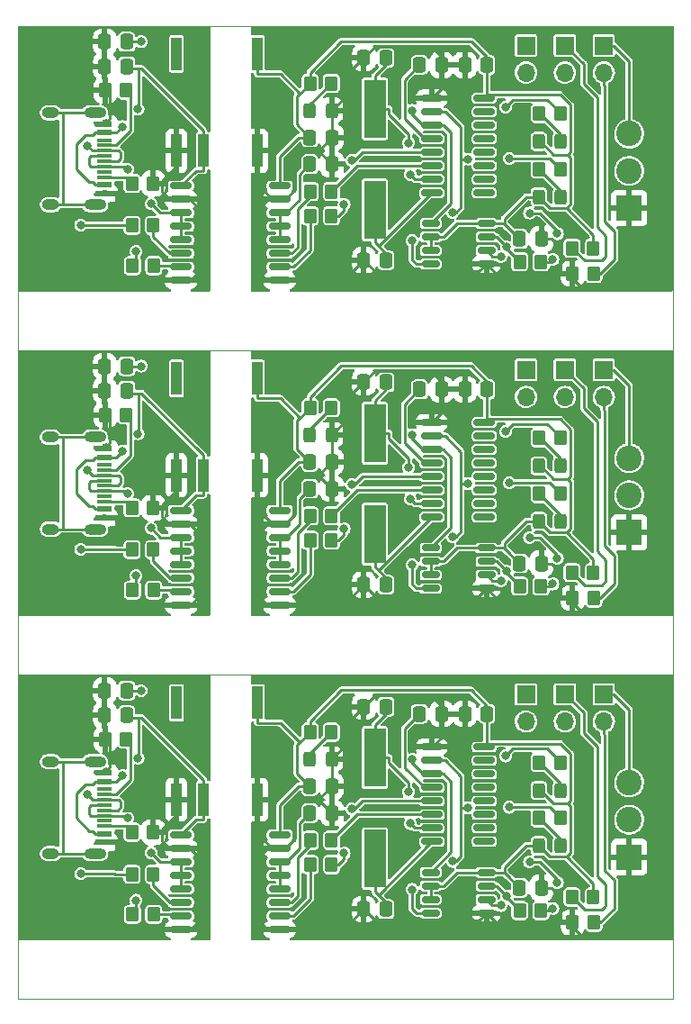
<source format=gbr>
%TF.GenerationSoftware,KiCad,Pcbnew,6.0.11-2627ca5db0~126~ubuntu20.04.1*%
%TF.CreationDate,2024-02-25T19:14:14-05:00*%
%TF.ProjectId,,58585858-5858-4585-9858-585858585858,rev?*%
%TF.SameCoordinates,Original*%
%TF.FileFunction,Copper,L1,Top*%
%TF.FilePolarity,Positive*%
%FSLAX46Y46*%
G04 Gerber Fmt 4.6, Leading zero omitted, Abs format (unit mm)*
G04 Created by KiCad (PCBNEW 6.0.11-2627ca5db0~126~ubuntu20.04.1) date 2024-02-25 19:14:14*
%MOMM*%
%LPD*%
G01*
G04 APERTURE LIST*
G04 Aperture macros list*
%AMRoundRect*
0 Rectangle with rounded corners*
0 $1 Rounding radius*
0 $2 $3 $4 $5 $6 $7 $8 $9 X,Y pos of 4 corners*
0 Add a 4 corners polygon primitive as box body*
4,1,4,$2,$3,$4,$5,$6,$7,$8,$9,$2,$3,0*
0 Add four circle primitives for the rounded corners*
1,1,$1+$1,$2,$3*
1,1,$1+$1,$4,$5*
1,1,$1+$1,$6,$7*
1,1,$1+$1,$8,$9*
0 Add four rect primitives between the rounded corners*
20,1,$1+$1,$2,$3,$4,$5,0*
20,1,$1+$1,$4,$5,$6,$7,0*
20,1,$1+$1,$6,$7,$8,$9,0*
20,1,$1+$1,$8,$9,$2,$3,0*%
G04 Aperture macros list end*
%TA.AperFunction,Profile*%
%ADD10C,0.100000*%
%TD*%
%TA.AperFunction,ComponentPad*%
%ADD11R,1.700000X1.700000*%
%TD*%
%TA.AperFunction,ComponentPad*%
%ADD12O,1.700000X1.700000*%
%TD*%
%TA.AperFunction,SMDPad,CuDef*%
%ADD13RoundRect,0.150000X-0.675000X-0.150000X0.675000X-0.150000X0.675000X0.150000X-0.675000X0.150000X0*%
%TD*%
%TA.AperFunction,SMDPad,CuDef*%
%ADD14RoundRect,0.250000X0.325000X0.450000X-0.325000X0.450000X-0.325000X-0.450000X0.325000X-0.450000X0*%
%TD*%
%TA.AperFunction,SMDPad,CuDef*%
%ADD15RoundRect,0.250000X-0.337500X-0.475000X0.337500X-0.475000X0.337500X0.475000X-0.337500X0.475000X0*%
%TD*%
%TA.AperFunction,SMDPad,CuDef*%
%ADD16RoundRect,0.250000X0.350000X0.450000X-0.350000X0.450000X-0.350000X-0.450000X0.350000X-0.450000X0*%
%TD*%
%TA.AperFunction,SMDPad,CuDef*%
%ADD17RoundRect,0.250000X-0.350000X-0.450000X0.350000X-0.450000X0.350000X0.450000X-0.350000X0.450000X0*%
%TD*%
%TA.AperFunction,SMDPad,CuDef*%
%ADD18R,1.000000X3.100000*%
%TD*%
%TA.AperFunction,SMDPad,CuDef*%
%ADD19RoundRect,0.250000X0.337500X0.475000X-0.337500X0.475000X-0.337500X-0.475000X0.337500X-0.475000X0*%
%TD*%
%TA.AperFunction,SMDPad,CuDef*%
%ADD20R,1.450000X0.600000*%
%TD*%
%TA.AperFunction,SMDPad,CuDef*%
%ADD21R,1.450000X0.300000*%
%TD*%
%TA.AperFunction,ComponentPad*%
%ADD22O,1.600000X1.000000*%
%TD*%
%TA.AperFunction,ComponentPad*%
%ADD23O,2.100000X1.000000*%
%TD*%
%TA.AperFunction,SMDPad,CuDef*%
%ADD24R,2.000000X5.500000*%
%TD*%
%TA.AperFunction,ComponentPad*%
%ADD25R,2.400000X2.400000*%
%TD*%
%TA.AperFunction,ComponentPad*%
%ADD26C,2.400000*%
%TD*%
%TA.AperFunction,SMDPad,CuDef*%
%ADD27RoundRect,0.150000X-0.875000X-0.150000X0.875000X-0.150000X0.875000X0.150000X-0.875000X0.150000X0*%
%TD*%
%TA.AperFunction,SMDPad,CuDef*%
%ADD28RoundRect,0.150000X-0.825000X-0.150000X0.825000X-0.150000X0.825000X0.150000X-0.825000X0.150000X0*%
%TD*%
%TA.AperFunction,ViaPad*%
%ADD29C,0.800000*%
%TD*%
%TA.AperFunction,Conductor*%
%ADD30C,0.250000*%
%TD*%
G04 APERTURE END LIST*
D10*
X65735200Y-102656000D02*
X127415200Y-102656000D01*
X127415200Y-133156000D02*
X127415200Y-102656000D01*
X65735200Y-102656000D02*
X65735200Y-133156000D01*
X65735200Y-133156000D02*
X127415200Y-133156000D01*
X65735200Y-72156000D02*
X127415200Y-72156000D01*
X127415200Y-102656000D02*
X127415200Y-72156000D01*
X65735200Y-72156000D02*
X65735200Y-102656000D01*
X65735200Y-102656000D02*
X127415200Y-102656000D01*
X65735200Y-72156000D02*
X127415200Y-72156000D01*
X65735200Y-41656000D02*
X65735200Y-72156000D01*
X127415200Y-72156000D02*
X127415200Y-41656000D01*
X65735200Y-41656000D02*
X127415200Y-41656000D01*
D11*
%TO.P,JP3,1,A*%
%TO.N,/RS485_B*%
X120878400Y-104510000D03*
D12*
%TO.P,JP3,2,B*%
%TO.N,Net-(JP3-Pad2)*%
X120878400Y-107050000D03*
%TD*%
D13*
%TO.P,U2,1,RO*%
%TO.N,/RX*%
X104588200Y-121248600D03*
%TO.P,U2,2,~{RE}*%
%TO.N,+5V*%
X104588200Y-122518600D03*
%TO.P,U2,3,DE*%
X104588200Y-123788600D03*
%TO.P,U2,4,DI*%
%TO.N,/TX*%
X104588200Y-125058600D03*
%TO.P,U2,5,GND*%
%TO.N,GND2*%
X109838200Y-125058600D03*
%TO.P,U2,6,A*%
%TO.N,/RS485_A*%
X109838200Y-123788600D03*
%TO.P,U2,7,B*%
%TO.N,/RS485_B*%
X109838200Y-122518600D03*
%TO.P,U2,8,VCC*%
%TO.N,+5V*%
X109838200Y-121248600D03*
%TD*%
D14*
%TO.P,D3,1,K*%
%TO.N,Net-(D3-Pad1)*%
X116823400Y-118734000D03*
%TO.P,D3,2,A*%
%TO.N,+5V*%
X114773400Y-118734000D03*
%TD*%
D15*
%TO.P,C9,1*%
%TO.N,+5V*%
X112953600Y-122696400D03*
%TO.P,C9,2*%
%TO.N,GND2*%
X115028600Y-122696400D03*
%TD*%
D16*
%TO.P,R8,1*%
%TO.N,/RX*%
X116798400Y-110910800D03*
%TO.P,R8,2*%
%TO.N,Net-(D2-Pad1)*%
X114798400Y-110910800D03*
%TD*%
D15*
%TO.P,C6,1*%
%TO.N,Net-(C6-Pad1)*%
X103534100Y-106338800D03*
%TO.P,C6,2*%
%TO.N,GND2*%
X105609100Y-106338800D03*
%TD*%
D17*
%TO.P,R9,1*%
%TO.N,Net-(D3-Pad1)*%
X114798400Y-116134000D03*
%TO.P,R9,2*%
%TO.N,/TX*%
X116798400Y-116134000D03*
%TD*%
%TO.P,R11,1*%
%TO.N,/RS485_B*%
X112969600Y-124830000D03*
%TO.P,R11,2*%
%TO.N,Net-(JP1-Pad2)*%
X114969600Y-124830000D03*
%TD*%
D18*
%TO.P,PS1,1,GND*%
%TO.N,GND1*%
X80675200Y-114406000D03*
%TO.P,PS1,2,Vin*%
%TO.N,Net-(C1-Pad1)*%
X83215200Y-114406000D03*
%TO.P,PS1,4,0V*%
%TO.N,GND2*%
X88295200Y-114406000D03*
%TO.P,PS1,5,+Vo*%
%TO.N,+5V*%
X88295200Y-105306000D03*
%TO.P,PS1,8,NC*%
%TO.N,unconnected-(PS1-Pad8)*%
X80675200Y-105306000D03*
%TD*%
D19*
%TO.P,C7,1*%
%TO.N,Net-(C7-Pad1)*%
X100376700Y-105663000D03*
%TO.P,C7,2*%
%TO.N,GND2*%
X98301700Y-105663000D03*
%TD*%
D16*
%TO.P,R4,1*%
%TO.N,Net-(R4-Pad1)*%
X78535200Y-125201000D03*
%TO.P,R4,2*%
%TO.N,Net-(J1-PadA6)*%
X76535200Y-125201000D03*
%TD*%
D19*
%TO.P,C8,1*%
%TO.N,Net-(C8-Pad1)*%
X100376700Y-124693000D03*
%TO.P,C8,2*%
%TO.N,GND2*%
X98301700Y-124693000D03*
%TD*%
D15*
%TO.P,C3,1*%
%TO.N,Net-(C3-Pad1)*%
X93221700Y-115666000D03*
%TO.P,C3,2*%
%TO.N,GND2*%
X95296700Y-115666000D03*
%TD*%
D11*
%TO.P,JP2,1,A*%
%TO.N,Net-(JP2-Pad1)*%
X117220800Y-104510000D03*
D12*
%TO.P,JP2,2,B*%
%TO.N,/RS485_A*%
X117220800Y-107050000D03*
%TD*%
D11*
%TO.P,JP1,1,A*%
%TO.N,/RS485_A*%
X113563200Y-104510000D03*
D12*
%TO.P,JP1,2,B*%
%TO.N,Net-(JP1-Pad2)*%
X113563200Y-107050000D03*
%TD*%
D20*
%TO.P,J1,A1,GND*%
%TO.N,GND1*%
X73920200Y-111906000D03*
%TO.P,J1,A4,VBUS*%
%TO.N,Net-(C1-Pad1)*%
X73920200Y-112706000D03*
D21*
%TO.P,J1,A5,CC1*%
%TO.N,Net-(J1-PadA5)*%
X73920200Y-113906000D03*
%TO.P,J1,A6,D+*%
%TO.N,Net-(J1-PadA6)*%
X73920200Y-114906000D03*
%TO.P,J1,A7,D-*%
%TO.N,Net-(J1-PadA7)*%
X73920200Y-115406000D03*
%TO.P,J1,A8,SBU1*%
%TO.N,unconnected-(J1-PadA8)*%
X73920200Y-116406000D03*
D20*
%TO.P,J1,A9,VBUS*%
%TO.N,Net-(C1-Pad1)*%
X73920200Y-117606000D03*
%TO.P,J1,A12,GND*%
%TO.N,GND1*%
X73920200Y-118406000D03*
%TO.P,J1,B1,GND*%
X73920200Y-118406000D03*
%TO.P,J1,B4,VBUS*%
%TO.N,Net-(C1-Pad1)*%
X73920200Y-117606000D03*
D21*
%TO.P,J1,B5,CC2*%
%TO.N,Net-(J1-PadB5)*%
X73920200Y-116906000D03*
%TO.P,J1,B6,D+*%
%TO.N,Net-(J1-PadA6)*%
X73920200Y-115906000D03*
%TO.P,J1,B7,D-*%
%TO.N,Net-(J1-PadA7)*%
X73920200Y-114406000D03*
%TO.P,J1,B8,SBU2*%
%TO.N,unconnected-(J1-PadB8)*%
X73920200Y-113406000D03*
D20*
%TO.P,J1,B9,VBUS*%
%TO.N,Net-(C1-Pad1)*%
X73920200Y-112706000D03*
%TO.P,J1,B12,GND*%
%TO.N,GND1*%
X73920200Y-111906000D03*
D22*
%TO.P,J1,S1,SHIELD*%
%TO.N,unconnected-(J1-PadS1)*%
X68825200Y-110836000D03*
D23*
X73005200Y-110836000D03*
X73005200Y-119476000D03*
D22*
X68825200Y-119476000D03*
%TD*%
D17*
%TO.P,R12,1*%
%TO.N,GND2*%
X117948000Y-125947600D03*
%TO.P,R12,2*%
%TO.N,Net-(JP3-Pad2)*%
X119948000Y-125947600D03*
%TD*%
D16*
%TO.P,R2,1*%
%TO.N,Net-(J1-PadA5)*%
X75955200Y-108728000D03*
%TO.P,R2,2*%
%TO.N,GND1*%
X73955200Y-108728000D03*
%TD*%
D24*
%TO.P,Y1,1,1*%
%TO.N,Net-(C7-Pad1)*%
X99339200Y-110456000D03*
%TO.P,Y1,2,2*%
%TO.N,Net-(C8-Pad1)*%
X99339200Y-119956000D03*
%TD*%
D15*
%TO.P,C4,1*%
%TO.N,+5V*%
X93221700Y-113146000D03*
%TO.P,C4,2*%
%TO.N,GND2*%
X95296700Y-113146000D03*
%TD*%
D16*
%TO.P,R3,1*%
%TO.N,Net-(R3-Pad1)*%
X78495200Y-121411000D03*
%TO.P,R3,2*%
%TO.N,Net-(J1-PadA7)*%
X76495200Y-121411000D03*
%TD*%
D17*
%TO.P,R1,1*%
%TO.N,Net-(J1-PadB5)*%
X76495200Y-117464000D03*
%TO.P,R1,2*%
%TO.N,GND1*%
X78495200Y-117464000D03*
%TD*%
D14*
%TO.P,D2,1,K*%
%TO.N,Net-(D2-Pad1)*%
X116823400Y-113534000D03*
%TO.P,D2,2,A*%
%TO.N,+5V*%
X114773400Y-113534000D03*
%TD*%
D19*
%TO.P,C1,1*%
%TO.N,Net-(C1-Pad1)*%
X75992700Y-106456000D03*
%TO.P,C1,2*%
%TO.N,GND1*%
X73917700Y-106456000D03*
%TD*%
%TO.P,C2,1*%
%TO.N,Net-(C2-Pad1)*%
X75992700Y-104156000D03*
%TO.P,C2,2*%
%TO.N,GND1*%
X73917700Y-104156000D03*
%TD*%
D25*
%TO.P,J2,1,Pin_1*%
%TO.N,GND2*%
X123267600Y-119795600D03*
D26*
%TO.P,J2,2,Pin_2*%
%TO.N,/RS485_A*%
X123267600Y-116295600D03*
%TO.P,J2,3,Pin_3*%
%TO.N,/RS485_B*%
X123267600Y-112795600D03*
%TD*%
D17*
%TO.P,R10,1*%
%TO.N,Net-(JP2-Pad1)*%
X117897200Y-123560000D03*
%TO.P,R10,2*%
%TO.N,+5V*%
X119897200Y-123560000D03*
%TD*%
D16*
%TO.P,R6,1*%
%TO.N,Net-(R6-Pad1)*%
X95259200Y-118226000D03*
%TO.P,R6,2*%
%TO.N,Net-(R6-Pad2)*%
X93259200Y-118226000D03*
%TD*%
%TO.P,R7,1*%
%TO.N,Net-(D1-Pad2)*%
X95243200Y-108066000D03*
%TO.P,R7,2*%
%TO.N,+5V*%
X93243200Y-108066000D03*
%TD*%
D27*
%TO.P,U1,1,VBUS1*%
%TO.N,Net-(C1-Pad1)*%
X81085200Y-117711000D03*
%TO.P,U1,2,GND1*%
%TO.N,GND1*%
X81085200Y-118981000D03*
%TO.P,U1,3,VDD1*%
%TO.N,Net-(C2-Pad1)*%
X81085200Y-120251000D03*
%TO.P,U1,4,PDEN*%
X81085200Y-121521000D03*
%TO.P,U1,5,SPU*%
X81085200Y-122791000D03*
%TO.P,U1,6,UD-*%
%TO.N,Net-(R3-Pad1)*%
X81085200Y-124061000D03*
%TO.P,U1,7,UD+*%
%TO.N,Net-(R4-Pad1)*%
X81085200Y-125331000D03*
%TO.P,U1,8,GND1*%
%TO.N,GND1*%
X81085200Y-126601000D03*
%TO.P,U1,9,GND2*%
%TO.N,GND2*%
X90385200Y-126601000D03*
%TO.P,U1,10,DD+*%
%TO.N,Net-(R5-Pad2)*%
X90385200Y-125331000D03*
%TO.P,U1,11,DD-*%
%TO.N,Net-(R6-Pad2)*%
X90385200Y-124061000D03*
%TO.P,U1,12,PIN*%
%TO.N,Net-(C3-Pad1)*%
X90385200Y-122791000D03*
%TO.P,U1,13,SPD*%
X90385200Y-121521000D03*
%TO.P,U1,14,VDD2*%
X90385200Y-120251000D03*
%TO.P,U1,15,GND2*%
%TO.N,GND2*%
X90385200Y-118981000D03*
%TO.P,U1,16,VBUS2*%
%TO.N,+5V*%
X90385200Y-117711000D03*
%TD*%
D28*
%TO.P,U3,1,GND*%
%TO.N,GND2*%
X104687400Y-109463000D03*
%TO.P,U3,2,TXD*%
%TO.N,/TX*%
X104687400Y-110733000D03*
%TO.P,U3,3,RXD*%
%TO.N,/RX*%
X104687400Y-112003000D03*
%TO.P,U3,4,V3*%
%TO.N,Net-(C6-Pad1)*%
X104687400Y-113273000D03*
%TO.P,U3,5,UD+*%
%TO.N,Net-(R5-Pad1)*%
X104687400Y-114543000D03*
%TO.P,U3,6,UD-*%
%TO.N,Net-(R6-Pad1)*%
X104687400Y-115813000D03*
%TO.P,U3,7,XI*%
%TO.N,Net-(C7-Pad1)*%
X104687400Y-117083000D03*
%TO.P,U3,8,XO*%
%TO.N,Net-(C8-Pad1)*%
X104687400Y-118353000D03*
%TO.P,U3,9,~{CTS}*%
%TO.N,unconnected-(U3-Pad9)*%
X109637400Y-118353000D03*
%TO.P,U3,10,~{DSR}*%
%TO.N,unconnected-(U3-Pad10)*%
X109637400Y-117083000D03*
%TO.P,U3,11,~{RI}*%
%TO.N,unconnected-(U3-Pad11)*%
X109637400Y-115813000D03*
%TO.P,U3,12,~{DCD}*%
%TO.N,unconnected-(U3-Pad12)*%
X109637400Y-114543000D03*
%TO.P,U3,13,~{DTR}*%
%TO.N,unconnected-(U3-Pad13)*%
X109637400Y-113273000D03*
%TO.P,U3,14,~{RTS}*%
%TO.N,unconnected-(U3-Pad14)*%
X109637400Y-112003000D03*
%TO.P,U3,15,R232*%
%TO.N,unconnected-(U3-Pad15)*%
X109637400Y-110733000D03*
%TO.P,U3,16,VCC*%
%TO.N,+5V*%
X109637400Y-109463000D03*
%TD*%
D16*
%TO.P,R5,1*%
%TO.N,Net-(R5-Pad1)*%
X95259200Y-120512000D03*
%TO.P,R5,2*%
%TO.N,Net-(R5-Pad2)*%
X93259200Y-120512000D03*
%TD*%
D14*
%TO.P,D1,1,K*%
%TO.N,GND2*%
X95268200Y-110606000D03*
%TO.P,D1,2,A*%
%TO.N,Net-(D1-Pad2)*%
X93218200Y-110606000D03*
%TD*%
D19*
%TO.P,C5,1*%
%TO.N,+5V*%
X109876300Y-106338800D03*
%TO.P,C5,2*%
%TO.N,GND2*%
X107801300Y-106338800D03*
%TD*%
D11*
%TO.P,JP3,1,A*%
%TO.N,/RS485_B*%
X120878400Y-74010000D03*
D12*
%TO.P,JP3,2,B*%
%TO.N,Net-(JP3-Pad2)*%
X120878400Y-76550000D03*
%TD*%
D13*
%TO.P,U2,1,RO*%
%TO.N,/RX*%
X104588200Y-90748600D03*
%TO.P,U2,2,~{RE}*%
%TO.N,+5V*%
X104588200Y-92018600D03*
%TO.P,U2,3,DE*%
X104588200Y-93288600D03*
%TO.P,U2,4,DI*%
%TO.N,/TX*%
X104588200Y-94558600D03*
%TO.P,U2,5,GND*%
%TO.N,GND2*%
X109838200Y-94558600D03*
%TO.P,U2,6,A*%
%TO.N,/RS485_A*%
X109838200Y-93288600D03*
%TO.P,U2,7,B*%
%TO.N,/RS485_B*%
X109838200Y-92018600D03*
%TO.P,U2,8,VCC*%
%TO.N,+5V*%
X109838200Y-90748600D03*
%TD*%
D14*
%TO.P,D3,1,K*%
%TO.N,Net-(D3-Pad1)*%
X116823400Y-88234000D03*
%TO.P,D3,2,A*%
%TO.N,+5V*%
X114773400Y-88234000D03*
%TD*%
D15*
%TO.P,C9,1*%
%TO.N,+5V*%
X112953600Y-92196400D03*
%TO.P,C9,2*%
%TO.N,GND2*%
X115028600Y-92196400D03*
%TD*%
D16*
%TO.P,R8,1*%
%TO.N,/RX*%
X116798400Y-80410800D03*
%TO.P,R8,2*%
%TO.N,Net-(D2-Pad1)*%
X114798400Y-80410800D03*
%TD*%
D15*
%TO.P,C6,1*%
%TO.N,Net-(C6-Pad1)*%
X103534100Y-75838800D03*
%TO.P,C6,2*%
%TO.N,GND2*%
X105609100Y-75838800D03*
%TD*%
D17*
%TO.P,R9,1*%
%TO.N,Net-(D3-Pad1)*%
X114798400Y-85634000D03*
%TO.P,R9,2*%
%TO.N,/TX*%
X116798400Y-85634000D03*
%TD*%
%TO.P,R11,1*%
%TO.N,/RS485_B*%
X112969600Y-94330000D03*
%TO.P,R11,2*%
%TO.N,Net-(JP1-Pad2)*%
X114969600Y-94330000D03*
%TD*%
D18*
%TO.P,PS1,1,GND*%
%TO.N,GND1*%
X80675200Y-83906000D03*
%TO.P,PS1,2,Vin*%
%TO.N,Net-(C1-Pad1)*%
X83215200Y-83906000D03*
%TO.P,PS1,4,0V*%
%TO.N,GND2*%
X88295200Y-83906000D03*
%TO.P,PS1,5,+Vo*%
%TO.N,+5V*%
X88295200Y-74806000D03*
%TO.P,PS1,8,NC*%
%TO.N,unconnected-(PS1-Pad8)*%
X80675200Y-74806000D03*
%TD*%
D19*
%TO.P,C7,1*%
%TO.N,Net-(C7-Pad1)*%
X100376700Y-75163000D03*
%TO.P,C7,2*%
%TO.N,GND2*%
X98301700Y-75163000D03*
%TD*%
D16*
%TO.P,R4,1*%
%TO.N,Net-(R4-Pad1)*%
X78535200Y-94701000D03*
%TO.P,R4,2*%
%TO.N,Net-(J1-PadA6)*%
X76535200Y-94701000D03*
%TD*%
D19*
%TO.P,C8,1*%
%TO.N,Net-(C8-Pad1)*%
X100376700Y-94193000D03*
%TO.P,C8,2*%
%TO.N,GND2*%
X98301700Y-94193000D03*
%TD*%
D15*
%TO.P,C3,1*%
%TO.N,Net-(C3-Pad1)*%
X93221700Y-85166000D03*
%TO.P,C3,2*%
%TO.N,GND2*%
X95296700Y-85166000D03*
%TD*%
D11*
%TO.P,JP2,1,A*%
%TO.N,Net-(JP2-Pad1)*%
X117220800Y-74010000D03*
D12*
%TO.P,JP2,2,B*%
%TO.N,/RS485_A*%
X117220800Y-76550000D03*
%TD*%
D11*
%TO.P,JP1,1,A*%
%TO.N,/RS485_A*%
X113563200Y-74010000D03*
D12*
%TO.P,JP1,2,B*%
%TO.N,Net-(JP1-Pad2)*%
X113563200Y-76550000D03*
%TD*%
D20*
%TO.P,J1,A1,GND*%
%TO.N,GND1*%
X73920200Y-81406000D03*
%TO.P,J1,A4,VBUS*%
%TO.N,Net-(C1-Pad1)*%
X73920200Y-82206000D03*
D21*
%TO.P,J1,A5,CC1*%
%TO.N,Net-(J1-PadA5)*%
X73920200Y-83406000D03*
%TO.P,J1,A6,D+*%
%TO.N,Net-(J1-PadA6)*%
X73920200Y-84406000D03*
%TO.P,J1,A7,D-*%
%TO.N,Net-(J1-PadA7)*%
X73920200Y-84906000D03*
%TO.P,J1,A8,SBU1*%
%TO.N,unconnected-(J1-PadA8)*%
X73920200Y-85906000D03*
D20*
%TO.P,J1,A9,VBUS*%
%TO.N,Net-(C1-Pad1)*%
X73920200Y-87106000D03*
%TO.P,J1,A12,GND*%
%TO.N,GND1*%
X73920200Y-87906000D03*
%TO.P,J1,B1,GND*%
X73920200Y-87906000D03*
%TO.P,J1,B4,VBUS*%
%TO.N,Net-(C1-Pad1)*%
X73920200Y-87106000D03*
D21*
%TO.P,J1,B5,CC2*%
%TO.N,Net-(J1-PadB5)*%
X73920200Y-86406000D03*
%TO.P,J1,B6,D+*%
%TO.N,Net-(J1-PadA6)*%
X73920200Y-85406000D03*
%TO.P,J1,B7,D-*%
%TO.N,Net-(J1-PadA7)*%
X73920200Y-83906000D03*
%TO.P,J1,B8,SBU2*%
%TO.N,unconnected-(J1-PadB8)*%
X73920200Y-82906000D03*
D20*
%TO.P,J1,B9,VBUS*%
%TO.N,Net-(C1-Pad1)*%
X73920200Y-82206000D03*
%TO.P,J1,B12,GND*%
%TO.N,GND1*%
X73920200Y-81406000D03*
D22*
%TO.P,J1,S1,SHIELD*%
%TO.N,unconnected-(J1-PadS1)*%
X68825200Y-80336000D03*
D23*
X73005200Y-80336000D03*
X73005200Y-88976000D03*
D22*
X68825200Y-88976000D03*
%TD*%
D17*
%TO.P,R12,1*%
%TO.N,GND2*%
X117948000Y-95447600D03*
%TO.P,R12,2*%
%TO.N,Net-(JP3-Pad2)*%
X119948000Y-95447600D03*
%TD*%
D16*
%TO.P,R2,1*%
%TO.N,Net-(J1-PadA5)*%
X75955200Y-78228000D03*
%TO.P,R2,2*%
%TO.N,GND1*%
X73955200Y-78228000D03*
%TD*%
D24*
%TO.P,Y1,1,1*%
%TO.N,Net-(C7-Pad1)*%
X99339200Y-79956000D03*
%TO.P,Y1,2,2*%
%TO.N,Net-(C8-Pad1)*%
X99339200Y-89456000D03*
%TD*%
D15*
%TO.P,C4,1*%
%TO.N,+5V*%
X93221700Y-82646000D03*
%TO.P,C4,2*%
%TO.N,GND2*%
X95296700Y-82646000D03*
%TD*%
D16*
%TO.P,R3,1*%
%TO.N,Net-(R3-Pad1)*%
X78495200Y-90911000D03*
%TO.P,R3,2*%
%TO.N,Net-(J1-PadA7)*%
X76495200Y-90911000D03*
%TD*%
D17*
%TO.P,R1,1*%
%TO.N,Net-(J1-PadB5)*%
X76495200Y-86964000D03*
%TO.P,R1,2*%
%TO.N,GND1*%
X78495200Y-86964000D03*
%TD*%
D14*
%TO.P,D2,1,K*%
%TO.N,Net-(D2-Pad1)*%
X116823400Y-83034000D03*
%TO.P,D2,2,A*%
%TO.N,+5V*%
X114773400Y-83034000D03*
%TD*%
D19*
%TO.P,C1,1*%
%TO.N,Net-(C1-Pad1)*%
X75992700Y-75956000D03*
%TO.P,C1,2*%
%TO.N,GND1*%
X73917700Y-75956000D03*
%TD*%
%TO.P,C2,1*%
%TO.N,Net-(C2-Pad1)*%
X75992700Y-73656000D03*
%TO.P,C2,2*%
%TO.N,GND1*%
X73917700Y-73656000D03*
%TD*%
D25*
%TO.P,J2,1,Pin_1*%
%TO.N,GND2*%
X123267600Y-89295600D03*
D26*
%TO.P,J2,2,Pin_2*%
%TO.N,/RS485_A*%
X123267600Y-85795600D03*
%TO.P,J2,3,Pin_3*%
%TO.N,/RS485_B*%
X123267600Y-82295600D03*
%TD*%
D17*
%TO.P,R10,1*%
%TO.N,Net-(JP2-Pad1)*%
X117897200Y-93060000D03*
%TO.P,R10,2*%
%TO.N,+5V*%
X119897200Y-93060000D03*
%TD*%
D16*
%TO.P,R6,1*%
%TO.N,Net-(R6-Pad1)*%
X95259200Y-87726000D03*
%TO.P,R6,2*%
%TO.N,Net-(R6-Pad2)*%
X93259200Y-87726000D03*
%TD*%
%TO.P,R7,1*%
%TO.N,Net-(D1-Pad2)*%
X95243200Y-77566000D03*
%TO.P,R7,2*%
%TO.N,+5V*%
X93243200Y-77566000D03*
%TD*%
D27*
%TO.P,U1,1,VBUS1*%
%TO.N,Net-(C1-Pad1)*%
X81085200Y-87211000D03*
%TO.P,U1,2,GND1*%
%TO.N,GND1*%
X81085200Y-88481000D03*
%TO.P,U1,3,VDD1*%
%TO.N,Net-(C2-Pad1)*%
X81085200Y-89751000D03*
%TO.P,U1,4,PDEN*%
X81085200Y-91021000D03*
%TO.P,U1,5,SPU*%
X81085200Y-92291000D03*
%TO.P,U1,6,UD-*%
%TO.N,Net-(R3-Pad1)*%
X81085200Y-93561000D03*
%TO.P,U1,7,UD+*%
%TO.N,Net-(R4-Pad1)*%
X81085200Y-94831000D03*
%TO.P,U1,8,GND1*%
%TO.N,GND1*%
X81085200Y-96101000D03*
%TO.P,U1,9,GND2*%
%TO.N,GND2*%
X90385200Y-96101000D03*
%TO.P,U1,10,DD+*%
%TO.N,Net-(R5-Pad2)*%
X90385200Y-94831000D03*
%TO.P,U1,11,DD-*%
%TO.N,Net-(R6-Pad2)*%
X90385200Y-93561000D03*
%TO.P,U1,12,PIN*%
%TO.N,Net-(C3-Pad1)*%
X90385200Y-92291000D03*
%TO.P,U1,13,SPD*%
X90385200Y-91021000D03*
%TO.P,U1,14,VDD2*%
X90385200Y-89751000D03*
%TO.P,U1,15,GND2*%
%TO.N,GND2*%
X90385200Y-88481000D03*
%TO.P,U1,16,VBUS2*%
%TO.N,+5V*%
X90385200Y-87211000D03*
%TD*%
D28*
%TO.P,U3,1,GND*%
%TO.N,GND2*%
X104687400Y-78963000D03*
%TO.P,U3,2,TXD*%
%TO.N,/TX*%
X104687400Y-80233000D03*
%TO.P,U3,3,RXD*%
%TO.N,/RX*%
X104687400Y-81503000D03*
%TO.P,U3,4,V3*%
%TO.N,Net-(C6-Pad1)*%
X104687400Y-82773000D03*
%TO.P,U3,5,UD+*%
%TO.N,Net-(R5-Pad1)*%
X104687400Y-84043000D03*
%TO.P,U3,6,UD-*%
%TO.N,Net-(R6-Pad1)*%
X104687400Y-85313000D03*
%TO.P,U3,7,XI*%
%TO.N,Net-(C7-Pad1)*%
X104687400Y-86583000D03*
%TO.P,U3,8,XO*%
%TO.N,Net-(C8-Pad1)*%
X104687400Y-87853000D03*
%TO.P,U3,9,~{CTS}*%
%TO.N,unconnected-(U3-Pad9)*%
X109637400Y-87853000D03*
%TO.P,U3,10,~{DSR}*%
%TO.N,unconnected-(U3-Pad10)*%
X109637400Y-86583000D03*
%TO.P,U3,11,~{RI}*%
%TO.N,unconnected-(U3-Pad11)*%
X109637400Y-85313000D03*
%TO.P,U3,12,~{DCD}*%
%TO.N,unconnected-(U3-Pad12)*%
X109637400Y-84043000D03*
%TO.P,U3,13,~{DTR}*%
%TO.N,unconnected-(U3-Pad13)*%
X109637400Y-82773000D03*
%TO.P,U3,14,~{RTS}*%
%TO.N,unconnected-(U3-Pad14)*%
X109637400Y-81503000D03*
%TO.P,U3,15,R232*%
%TO.N,unconnected-(U3-Pad15)*%
X109637400Y-80233000D03*
%TO.P,U3,16,VCC*%
%TO.N,+5V*%
X109637400Y-78963000D03*
%TD*%
D16*
%TO.P,R5,1*%
%TO.N,Net-(R5-Pad1)*%
X95259200Y-90012000D03*
%TO.P,R5,2*%
%TO.N,Net-(R5-Pad2)*%
X93259200Y-90012000D03*
%TD*%
D14*
%TO.P,D1,1,K*%
%TO.N,GND2*%
X95268200Y-80106000D03*
%TO.P,D1,2,A*%
%TO.N,Net-(D1-Pad2)*%
X93218200Y-80106000D03*
%TD*%
D19*
%TO.P,C5,1*%
%TO.N,+5V*%
X109876300Y-75838800D03*
%TO.P,C5,2*%
%TO.N,GND2*%
X107801300Y-75838800D03*
%TD*%
D16*
%TO.P,R6,1*%
%TO.N,Net-(R6-Pad1)*%
X95259200Y-57226000D03*
%TO.P,R6,2*%
%TO.N,Net-(R6-Pad2)*%
X93259200Y-57226000D03*
%TD*%
%TO.P,R7,1*%
%TO.N,Net-(D1-Pad2)*%
X95243200Y-47066000D03*
%TO.P,R7,2*%
%TO.N,+5V*%
X93243200Y-47066000D03*
%TD*%
%TO.P,R5,1*%
%TO.N,Net-(R5-Pad1)*%
X95259200Y-59512000D03*
%TO.P,R5,2*%
%TO.N,Net-(R5-Pad2)*%
X93259200Y-59512000D03*
%TD*%
D15*
%TO.P,C4,1*%
%TO.N,+5V*%
X93221700Y-52146000D03*
%TO.P,C4,2*%
%TO.N,GND2*%
X95296700Y-52146000D03*
%TD*%
D14*
%TO.P,D2,1,K*%
%TO.N,Net-(D2-Pad1)*%
X116823400Y-52534000D03*
%TO.P,D2,2,A*%
%TO.N,+5V*%
X114773400Y-52534000D03*
%TD*%
D24*
%TO.P,Y1,1,1*%
%TO.N,Net-(C7-Pad1)*%
X99339200Y-49456000D03*
%TO.P,Y1,2,2*%
%TO.N,Net-(C8-Pad1)*%
X99339200Y-58956000D03*
%TD*%
D16*
%TO.P,R3,1*%
%TO.N,Net-(R3-Pad1)*%
X78495200Y-60411000D03*
%TO.P,R3,2*%
%TO.N,Net-(J1-PadA7)*%
X76495200Y-60411000D03*
%TD*%
D25*
%TO.P,J2,1,Pin_1*%
%TO.N,GND2*%
X123267600Y-58795600D03*
D26*
%TO.P,J2,2,Pin_2*%
%TO.N,/RS485_A*%
X123267600Y-55295600D03*
%TO.P,J2,3,Pin_3*%
%TO.N,/RS485_B*%
X123267600Y-51795600D03*
%TD*%
D17*
%TO.P,R1,1*%
%TO.N,Net-(J1-PadB5)*%
X76495200Y-56464000D03*
%TO.P,R1,2*%
%TO.N,GND1*%
X78495200Y-56464000D03*
%TD*%
D27*
%TO.P,U1,1,VBUS1*%
%TO.N,Net-(C1-Pad1)*%
X81085200Y-56711000D03*
%TO.P,U1,2,GND1*%
%TO.N,GND1*%
X81085200Y-57981000D03*
%TO.P,U1,3,VDD1*%
%TO.N,Net-(C2-Pad1)*%
X81085200Y-59251000D03*
%TO.P,U1,4,PDEN*%
X81085200Y-60521000D03*
%TO.P,U1,5,SPU*%
X81085200Y-61791000D03*
%TO.P,U1,6,UD-*%
%TO.N,Net-(R3-Pad1)*%
X81085200Y-63061000D03*
%TO.P,U1,7,UD+*%
%TO.N,Net-(R4-Pad1)*%
X81085200Y-64331000D03*
%TO.P,U1,8,GND1*%
%TO.N,GND1*%
X81085200Y-65601000D03*
%TO.P,U1,9,GND2*%
%TO.N,GND2*%
X90385200Y-65601000D03*
%TO.P,U1,10,DD+*%
%TO.N,Net-(R5-Pad2)*%
X90385200Y-64331000D03*
%TO.P,U1,11,DD-*%
%TO.N,Net-(R6-Pad2)*%
X90385200Y-63061000D03*
%TO.P,U1,12,PIN*%
%TO.N,Net-(C3-Pad1)*%
X90385200Y-61791000D03*
%TO.P,U1,13,SPD*%
X90385200Y-60521000D03*
%TO.P,U1,14,VDD2*%
X90385200Y-59251000D03*
%TO.P,U1,15,GND2*%
%TO.N,GND2*%
X90385200Y-57981000D03*
%TO.P,U1,16,VBUS2*%
%TO.N,+5V*%
X90385200Y-56711000D03*
%TD*%
D19*
%TO.P,C1,1*%
%TO.N,Net-(C1-Pad1)*%
X75992700Y-45456000D03*
%TO.P,C1,2*%
%TO.N,GND1*%
X73917700Y-45456000D03*
%TD*%
D20*
%TO.P,J1,A1,GND*%
%TO.N,GND1*%
X73920200Y-50906000D03*
%TO.P,J1,A4,VBUS*%
%TO.N,Net-(C1-Pad1)*%
X73920200Y-51706000D03*
D21*
%TO.P,J1,A5,CC1*%
%TO.N,Net-(J1-PadA5)*%
X73920200Y-52906000D03*
%TO.P,J1,A6,D+*%
%TO.N,Net-(J1-PadA6)*%
X73920200Y-53906000D03*
%TO.P,J1,A7,D-*%
%TO.N,Net-(J1-PadA7)*%
X73920200Y-54406000D03*
%TO.P,J1,A8,SBU1*%
%TO.N,unconnected-(J1-PadA8)*%
X73920200Y-55406000D03*
D20*
%TO.P,J1,A9,VBUS*%
%TO.N,Net-(C1-Pad1)*%
X73920200Y-56606000D03*
%TO.P,J1,A12,GND*%
%TO.N,GND1*%
X73920200Y-57406000D03*
%TO.P,J1,B1,GND*%
X73920200Y-57406000D03*
%TO.P,J1,B4,VBUS*%
%TO.N,Net-(C1-Pad1)*%
X73920200Y-56606000D03*
D21*
%TO.P,J1,B5,CC2*%
%TO.N,Net-(J1-PadB5)*%
X73920200Y-55906000D03*
%TO.P,J1,B6,D+*%
%TO.N,Net-(J1-PadA6)*%
X73920200Y-54906000D03*
%TO.P,J1,B7,D-*%
%TO.N,Net-(J1-PadA7)*%
X73920200Y-53406000D03*
%TO.P,J1,B8,SBU2*%
%TO.N,unconnected-(J1-PadB8)*%
X73920200Y-52406000D03*
D20*
%TO.P,J1,B9,VBUS*%
%TO.N,Net-(C1-Pad1)*%
X73920200Y-51706000D03*
%TO.P,J1,B12,GND*%
%TO.N,GND1*%
X73920200Y-50906000D03*
D22*
%TO.P,J1,S1,SHIELD*%
%TO.N,unconnected-(J1-PadS1)*%
X68825200Y-49836000D03*
D23*
X73005200Y-49836000D03*
X73005200Y-58476000D03*
D22*
X68825200Y-58476000D03*
%TD*%
D19*
%TO.P,C2,1*%
%TO.N,Net-(C2-Pad1)*%
X75992700Y-43156000D03*
%TO.P,C2,2*%
%TO.N,GND1*%
X73917700Y-43156000D03*
%TD*%
D14*
%TO.P,D1,1,K*%
%TO.N,GND2*%
X95268200Y-49606000D03*
%TO.P,D1,2,A*%
%TO.N,Net-(D1-Pad2)*%
X93218200Y-49606000D03*
%TD*%
D17*
%TO.P,R10,1*%
%TO.N,Net-(JP2-Pad1)*%
X117897200Y-62560000D03*
%TO.P,R10,2*%
%TO.N,+5V*%
X119897200Y-62560000D03*
%TD*%
D19*
%TO.P,C5,1*%
%TO.N,+5V*%
X109876300Y-45338800D03*
%TO.P,C5,2*%
%TO.N,GND2*%
X107801300Y-45338800D03*
%TD*%
D28*
%TO.P,U3,1,GND*%
%TO.N,GND2*%
X104687400Y-48463000D03*
%TO.P,U3,2,TXD*%
%TO.N,/TX*%
X104687400Y-49733000D03*
%TO.P,U3,3,RXD*%
%TO.N,/RX*%
X104687400Y-51003000D03*
%TO.P,U3,4,V3*%
%TO.N,Net-(C6-Pad1)*%
X104687400Y-52273000D03*
%TO.P,U3,5,UD+*%
%TO.N,Net-(R5-Pad1)*%
X104687400Y-53543000D03*
%TO.P,U3,6,UD-*%
%TO.N,Net-(R6-Pad1)*%
X104687400Y-54813000D03*
%TO.P,U3,7,XI*%
%TO.N,Net-(C7-Pad1)*%
X104687400Y-56083000D03*
%TO.P,U3,8,XO*%
%TO.N,Net-(C8-Pad1)*%
X104687400Y-57353000D03*
%TO.P,U3,9,~{CTS}*%
%TO.N,unconnected-(U3-Pad9)*%
X109637400Y-57353000D03*
%TO.P,U3,10,~{DSR}*%
%TO.N,unconnected-(U3-Pad10)*%
X109637400Y-56083000D03*
%TO.P,U3,11,~{RI}*%
%TO.N,unconnected-(U3-Pad11)*%
X109637400Y-54813000D03*
%TO.P,U3,12,~{DCD}*%
%TO.N,unconnected-(U3-Pad12)*%
X109637400Y-53543000D03*
%TO.P,U3,13,~{DTR}*%
%TO.N,unconnected-(U3-Pad13)*%
X109637400Y-52273000D03*
%TO.P,U3,14,~{RTS}*%
%TO.N,unconnected-(U3-Pad14)*%
X109637400Y-51003000D03*
%TO.P,U3,15,R232*%
%TO.N,unconnected-(U3-Pad15)*%
X109637400Y-49733000D03*
%TO.P,U3,16,VCC*%
%TO.N,+5V*%
X109637400Y-48463000D03*
%TD*%
D16*
%TO.P,R2,1*%
%TO.N,Net-(J1-PadA5)*%
X75955200Y-47728000D03*
%TO.P,R2,2*%
%TO.N,GND1*%
X73955200Y-47728000D03*
%TD*%
D17*
%TO.P,R12,1*%
%TO.N,GND2*%
X117948000Y-64947600D03*
%TO.P,R12,2*%
%TO.N,Net-(JP3-Pad2)*%
X119948000Y-64947600D03*
%TD*%
D11*
%TO.P,JP1,1,A*%
%TO.N,/RS485_A*%
X113563200Y-43510000D03*
D12*
%TO.P,JP1,2,B*%
%TO.N,Net-(JP1-Pad2)*%
X113563200Y-46050000D03*
%TD*%
D11*
%TO.P,JP2,1,A*%
%TO.N,Net-(JP2-Pad1)*%
X117220800Y-43510000D03*
D12*
%TO.P,JP2,2,B*%
%TO.N,/RS485_A*%
X117220800Y-46050000D03*
%TD*%
D15*
%TO.P,C3,1*%
%TO.N,Net-(C3-Pad1)*%
X93221700Y-54666000D03*
%TO.P,C3,2*%
%TO.N,GND2*%
X95296700Y-54666000D03*
%TD*%
D19*
%TO.P,C8,1*%
%TO.N,Net-(C8-Pad1)*%
X100376700Y-63693000D03*
%TO.P,C8,2*%
%TO.N,GND2*%
X98301700Y-63693000D03*
%TD*%
D16*
%TO.P,R4,1*%
%TO.N,Net-(R4-Pad1)*%
X78535200Y-64201000D03*
%TO.P,R4,2*%
%TO.N,Net-(J1-PadA6)*%
X76535200Y-64201000D03*
%TD*%
D19*
%TO.P,C7,1*%
%TO.N,Net-(C7-Pad1)*%
X100376700Y-44663000D03*
%TO.P,C7,2*%
%TO.N,GND2*%
X98301700Y-44663000D03*
%TD*%
D18*
%TO.P,PS1,1,GND*%
%TO.N,GND1*%
X80675200Y-53406000D03*
%TO.P,PS1,2,Vin*%
%TO.N,Net-(C1-Pad1)*%
X83215200Y-53406000D03*
%TO.P,PS1,4,0V*%
%TO.N,GND2*%
X88295200Y-53406000D03*
%TO.P,PS1,5,+Vo*%
%TO.N,+5V*%
X88295200Y-44306000D03*
%TO.P,PS1,8,NC*%
%TO.N,unconnected-(PS1-Pad8)*%
X80675200Y-44306000D03*
%TD*%
D17*
%TO.P,R11,1*%
%TO.N,/RS485_B*%
X112969600Y-63830000D03*
%TO.P,R11,2*%
%TO.N,Net-(JP1-Pad2)*%
X114969600Y-63830000D03*
%TD*%
%TO.P,R9,1*%
%TO.N,Net-(D3-Pad1)*%
X114798400Y-55134000D03*
%TO.P,R9,2*%
%TO.N,/TX*%
X116798400Y-55134000D03*
%TD*%
D15*
%TO.P,C6,1*%
%TO.N,Net-(C6-Pad1)*%
X103534100Y-45338800D03*
%TO.P,C6,2*%
%TO.N,GND2*%
X105609100Y-45338800D03*
%TD*%
D16*
%TO.P,R8,1*%
%TO.N,/RX*%
X116798400Y-49910800D03*
%TO.P,R8,2*%
%TO.N,Net-(D2-Pad1)*%
X114798400Y-49910800D03*
%TD*%
D15*
%TO.P,C9,1*%
%TO.N,+5V*%
X112953600Y-61696400D03*
%TO.P,C9,2*%
%TO.N,GND2*%
X115028600Y-61696400D03*
%TD*%
D14*
%TO.P,D3,1,K*%
%TO.N,Net-(D3-Pad1)*%
X116823400Y-57734000D03*
%TO.P,D3,2,A*%
%TO.N,+5V*%
X114773400Y-57734000D03*
%TD*%
D13*
%TO.P,U2,1,RO*%
%TO.N,/RX*%
X104588200Y-60248600D03*
%TO.P,U2,2,~{RE}*%
%TO.N,+5V*%
X104588200Y-61518600D03*
%TO.P,U2,3,DE*%
X104588200Y-62788600D03*
%TO.P,U2,4,DI*%
%TO.N,/TX*%
X104588200Y-64058600D03*
%TO.P,U2,5,GND*%
%TO.N,GND2*%
X109838200Y-64058600D03*
%TO.P,U2,6,A*%
%TO.N,/RS485_A*%
X109838200Y-62788600D03*
%TO.P,U2,7,B*%
%TO.N,/RS485_B*%
X109838200Y-61518600D03*
%TO.P,U2,8,VCC*%
%TO.N,+5V*%
X109838200Y-60248600D03*
%TD*%
D11*
%TO.P,JP3,1,A*%
%TO.N,/RS485_B*%
X120878400Y-43510000D03*
D12*
%TO.P,JP3,2,B*%
%TO.N,Net-(JP3-Pad2)*%
X120878400Y-46050000D03*
%TD*%
D29*
%TO.N,/RS485_A*%
X111186000Y-124362100D03*
%TO.N,/RS485_B*%
X111733100Y-123440900D03*
%TO.N,Net-(JP1-Pad2)*%
X116509600Y-122201700D03*
X116089900Y-124626800D03*
X113893000Y-120258000D03*
%TO.N,Net-(R5-Pad1)*%
X96443600Y-119445200D03*
X97172938Y-115287986D03*
%TO.N,/RX*%
X102857700Y-110606000D03*
X111632800Y-110301200D03*
%TO.N,/TX*%
X102844400Y-122848800D03*
X106654299Y-120207099D03*
X108127600Y-115178000D03*
X111988400Y-115127200D03*
%TO.N,Net-(J1-PadA7)*%
X71653200Y-121375600D03*
X72262800Y-113908000D03*
%TO.N,Net-(J1-PadA6)*%
X76075100Y-116150100D03*
X76856500Y-123861900D03*
%TO.N,Net-(C7-Pad1)*%
X102488800Y-113654000D03*
X102692000Y-116651200D03*
%TO.N,GND2*%
X111277200Y-103138400D03*
X126923600Y-122848800D03*
X88163200Y-118327600D03*
X88112400Y-127116000D03*
X126923600Y-109691600D03*
X88163200Y-111520400D03*
X88112400Y-103087600D03*
X111277200Y-127116000D03*
X101269600Y-103138400D03*
X126923600Y-127116000D03*
X126923600Y-103138400D03*
X101269600Y-127116000D03*
%TO.N,Net-(C2-Pad1)*%
X77342800Y-104154400D03*
X78267400Y-119384200D03*
%TO.N,GND1*%
X83438800Y-127166800D03*
X72516800Y-103138400D03*
X76022000Y-127166800D03*
X66217600Y-109336000D03*
X66217600Y-120969200D03*
X66217600Y-127166800D03*
X74904400Y-122188400D03*
X74904400Y-120461200D03*
%TO.N,Net-(C1-Pad1)*%
X77051300Y-110504400D03*
%TO.N,GND1*%
X83438800Y-103138400D03*
%TO.N,Net-(C1-Pad1)*%
X75602300Y-112130000D03*
%TO.N,GND1*%
X83438800Y-111469600D03*
X83388000Y-118327600D03*
X66217600Y-103138400D03*
%TO.N,/RS485_A*%
X111186000Y-93862100D03*
%TO.N,/RS485_B*%
X111733100Y-92940900D03*
%TO.N,Net-(JP1-Pad2)*%
X116509600Y-91701700D03*
X116089900Y-94126800D03*
X113893000Y-89758000D03*
%TO.N,Net-(R5-Pad1)*%
X96443600Y-88945200D03*
X97172938Y-84787986D03*
%TO.N,/RX*%
X102857700Y-80106000D03*
X111632800Y-79801200D03*
%TO.N,/TX*%
X102844400Y-92348800D03*
X106654299Y-89707099D03*
X108127600Y-84678000D03*
X111988400Y-84627200D03*
%TO.N,Net-(J1-PadA7)*%
X71653200Y-90875600D03*
X72262800Y-83408000D03*
%TO.N,Net-(J1-PadA6)*%
X76075100Y-85650100D03*
X76856500Y-93361900D03*
%TO.N,Net-(C7-Pad1)*%
X102488800Y-83154000D03*
X102692000Y-86151200D03*
%TO.N,GND2*%
X111277200Y-72638400D03*
X126923600Y-92348800D03*
X88163200Y-87827600D03*
X88112400Y-96616000D03*
X126923600Y-79191600D03*
X88163200Y-81020400D03*
X88112400Y-72587600D03*
X111277200Y-96616000D03*
X101269600Y-72638400D03*
X126923600Y-96616000D03*
X126923600Y-72638400D03*
X101269600Y-96616000D03*
%TO.N,Net-(C2-Pad1)*%
X77342800Y-73654400D03*
X78267400Y-88884200D03*
%TO.N,GND1*%
X83438800Y-96666800D03*
X72516800Y-72638400D03*
X76022000Y-96666800D03*
X66217600Y-78836000D03*
X66217600Y-90469200D03*
X66217600Y-96666800D03*
X74904400Y-91688400D03*
X74904400Y-89961200D03*
%TO.N,Net-(C1-Pad1)*%
X77051300Y-80004400D03*
%TO.N,GND1*%
X83438800Y-72638400D03*
%TO.N,Net-(C1-Pad1)*%
X75602300Y-81630000D03*
%TO.N,GND1*%
X83438800Y-80969600D03*
X83388000Y-87827600D03*
X66217600Y-72638400D03*
%TO.N,Net-(C1-Pad1)*%
X75602300Y-51130000D03*
X77051300Y-49504400D03*
%TO.N,GND1*%
X83438800Y-42138400D03*
X83438800Y-50469600D03*
X83388000Y-57327600D03*
X66217600Y-42138400D03*
X74904400Y-59461200D03*
X74904400Y-61188400D03*
X66217600Y-66166800D03*
X66217600Y-59969200D03*
X66217600Y-48336000D03*
X76022000Y-66166800D03*
X72516800Y-42138400D03*
X83438800Y-66166800D03*
%TO.N,Net-(C2-Pad1)*%
X78267400Y-58384200D03*
X77342800Y-43154400D03*
%TO.N,GND2*%
X101269600Y-66116000D03*
X126923600Y-42138400D03*
X126923600Y-66116000D03*
X101269600Y-42138400D03*
X111277200Y-66116000D03*
X88112400Y-42087600D03*
X88163200Y-50520400D03*
X126923600Y-48691600D03*
X88112400Y-66116000D03*
X88163200Y-57327600D03*
X126923600Y-61848800D03*
X111277200Y-42138400D03*
%TO.N,Net-(C7-Pad1)*%
X102692000Y-55651200D03*
X102488800Y-52654000D03*
%TO.N,Net-(J1-PadA6)*%
X76856500Y-62861900D03*
X76075100Y-55150100D03*
%TO.N,Net-(J1-PadA7)*%
X72262800Y-52908000D03*
X71653200Y-60375600D03*
%TO.N,/TX*%
X111988400Y-54127200D03*
X108127600Y-54178000D03*
X106654299Y-59207099D03*
X102844400Y-61848800D03*
%TO.N,/RX*%
X111632800Y-49301200D03*
X102857700Y-49606000D03*
%TO.N,Net-(R5-Pad1)*%
X97172938Y-54287986D03*
X96443600Y-58445200D03*
%TO.N,Net-(JP1-Pad2)*%
X113893000Y-59258000D03*
X116089900Y-63626800D03*
X116509600Y-61201700D03*
%TO.N,/RS485_B*%
X111733100Y-62440900D03*
%TO.N,/RS485_A*%
X111186000Y-63362100D03*
%TD*%
D30*
%TO.N,Net-(JP2-Pad1)*%
X118998800Y-108116800D02*
X118998800Y-106237200D01*
X120737000Y-124728400D02*
X121081600Y-124383800D01*
X121081600Y-124383800D02*
X121081600Y-122391600D01*
X121081600Y-122391600D02*
X120268800Y-121578800D01*
X117897200Y-123560000D02*
X119065600Y-124728400D01*
X119065600Y-124728400D02*
X120737000Y-124728400D01*
X118998800Y-106237200D02*
X117271600Y-104510000D01*
%TO.N,Net-(JP3-Pad2)*%
X120878400Y-108225300D02*
X120980000Y-108326900D01*
X121894400Y-124626800D02*
X120573600Y-125947600D01*
X120878400Y-107050000D02*
X120878400Y-108225300D01*
X121894400Y-121985200D02*
X121894400Y-124626800D01*
X120980000Y-121070800D02*
X121894400Y-121985200D01*
X120980000Y-108326900D02*
X120980000Y-121070800D01*
X120573600Y-125947600D02*
X119948000Y-125947600D01*
%TO.N,/RS485_A*%
X110411700Y-124362100D02*
X111186000Y-124362100D01*
X109838200Y-123788600D02*
X110411700Y-124362100D01*
%TO.N,/RS485_B*%
X109838200Y-122518600D02*
X110810800Y-122518600D01*
X120878400Y-104510000D02*
X121792800Y-104510000D01*
X111733100Y-123440900D02*
X111733100Y-123593500D01*
X110810800Y-122518600D02*
X111733100Y-123440900D01*
X121792800Y-104510000D02*
X123267600Y-105984800D01*
X111733100Y-123593500D02*
X112969600Y-124830000D01*
X123267600Y-105984800D02*
X123267600Y-112795600D01*
%TO.N,Net-(JP1-Pad2)*%
X116509600Y-121883600D02*
X114884000Y-120258000D01*
X116509600Y-122201700D02*
X116509600Y-121883600D01*
X114884000Y-120258000D02*
X113893000Y-120258000D01*
X116089900Y-124626800D02*
X115886700Y-124830000D01*
X115886700Y-124830000D02*
X114969600Y-124830000D01*
%TO.N,Net-(C8-Pad1)*%
X99674200Y-123366200D02*
X99339200Y-123031300D01*
%TO.N,+5V*%
X109876300Y-105598300D02*
X109876300Y-106338800D01*
X109876300Y-109327100D02*
X110070600Y-109132800D01*
X109637400Y-109463000D02*
X109773300Y-109327100D01*
X90385200Y-117711000D02*
X90385200Y-114937200D01*
X88295200Y-105306000D02*
X88295200Y-107181300D01*
X96182000Y-104111200D02*
X108389200Y-104111200D01*
X93243200Y-108066000D02*
X93243200Y-107050000D01*
X109876300Y-109327100D02*
X109876300Y-106338800D01*
X111531200Y-121274000D02*
X111531200Y-120766000D01*
X111531200Y-120766000D02*
X113563200Y-118734000D01*
X88295200Y-107181300D02*
X90453100Y-107181300D01*
X114915800Y-113534000D02*
X114773400Y-113534000D01*
X119897200Y-122301900D02*
X119897200Y-123560000D01*
X111882300Y-121625100D02*
X111531200Y-121274000D01*
X117498700Y-114767200D02*
X117757600Y-115026100D01*
X117724800Y-114541100D02*
X117498700Y-114767200D01*
X111882300Y-121625100D02*
X112953600Y-122696400D01*
X92290500Y-109018700D02*
X93243200Y-108066000D01*
X117757600Y-119401100D02*
X117377000Y-119781700D01*
X109838200Y-121248600D02*
X111505800Y-121248600D01*
X105781400Y-122518600D02*
X107051400Y-121248600D01*
X111505800Y-121248600D02*
X111882300Y-121625100D01*
X117724800Y-110088000D02*
X117724800Y-114541100D01*
X104588200Y-122518600D02*
X104588200Y-123788600D01*
X90385200Y-114937200D02*
X92176400Y-113146000D01*
X108389200Y-104111200D02*
X109876300Y-105598300D01*
X92176400Y-113146000D02*
X93221700Y-113146000D01*
X92024000Y-111948300D02*
X93221700Y-113146000D01*
X117498700Y-114767200D02*
X116149000Y-114767200D01*
X92024000Y-109285200D02*
X92024000Y-111948300D01*
X113563200Y-118734000D02*
X114773400Y-118734000D01*
X109773300Y-109327100D02*
X109876300Y-109327100D01*
X117377000Y-119781700D02*
X119897200Y-122301900D01*
X107051400Y-121248600D02*
X109838200Y-121248600D01*
X110070600Y-109132800D02*
X116769600Y-109132800D01*
X104588200Y-122518600D02*
X105781400Y-122518600D01*
X117757600Y-115026100D02*
X117757600Y-119401100D01*
X116769600Y-109132800D02*
X117724800Y-110088000D01*
X115821100Y-119781700D02*
X114773400Y-118734000D01*
X116149000Y-114767200D02*
X114915800Y-113534000D01*
X90453100Y-107181300D02*
X92290500Y-109018700D01*
%TO.N,Net-(R6-Pad2)*%
X92074800Y-119851600D02*
X93259200Y-118667200D01*
X91523000Y-124061000D02*
X92074800Y-123509200D01*
X93259200Y-118667200D02*
X93259200Y-118226000D01*
X90385200Y-124061000D02*
X91523000Y-124061000D01*
X92074800Y-123509200D02*
X92074800Y-119851600D01*
%TO.N,Net-(R6-Pad1)*%
X97672200Y-115813000D02*
X104687400Y-115813000D01*
X95259200Y-118226000D02*
X97672200Y-115813000D01*
%TO.N,Net-(R5-Pad2)*%
X93259200Y-123747200D02*
X93259200Y-120512000D01*
X90385200Y-125331000D02*
X91675400Y-125331000D01*
X91675400Y-125331000D02*
X93259200Y-123747200D01*
%TO.N,Net-(R5-Pad1)*%
X97414714Y-115287986D02*
X97172938Y-115287986D01*
X96443600Y-120004000D02*
X95935600Y-120512000D01*
X104687400Y-114543000D02*
X98159700Y-114543000D01*
X96443600Y-119445200D02*
X96443600Y-120004000D01*
X95935600Y-120512000D02*
X95259200Y-120512000D01*
X98159700Y-114543000D02*
X97414714Y-115287986D01*
%TO.N,Net-(R4-Pad1)*%
X80955200Y-125201000D02*
X81085200Y-125331000D01*
X78535200Y-125201000D02*
X80955200Y-125201000D01*
%TO.N,Net-(R3-Pad1)*%
X81085200Y-124061000D02*
X80079000Y-124061000D01*
X80079000Y-124061000D02*
X78495200Y-122477200D01*
X78495200Y-122477200D02*
X78495200Y-121411000D01*
%TO.N,/RX*%
X106481400Y-112719000D02*
X105765400Y-112003000D01*
X111632800Y-110301200D02*
X112344000Y-109590000D01*
X102742800Y-110720900D02*
X102857700Y-110606000D01*
X102742800Y-110860000D02*
X102742800Y-110720900D01*
X104588200Y-121248600D02*
X106481400Y-119355400D01*
X105765400Y-112003000D02*
X104687400Y-112003000D01*
X104687400Y-112003000D02*
X103885800Y-112003000D01*
X115554400Y-109590000D02*
X116798400Y-110834000D01*
X112344000Y-109590000D02*
X115554400Y-109590000D01*
X106481400Y-119355400D02*
X106481400Y-112719000D01*
X103885800Y-112003000D02*
X102742800Y-110860000D01*
%TO.N,/TX*%
X107441100Y-115178000D02*
X107441100Y-112205500D01*
X103225400Y-125058600D02*
X102844400Y-124677600D01*
X116798400Y-116134000D02*
X115769300Y-115104900D01*
X107441100Y-112205500D02*
X105968600Y-110733000D01*
X107441100Y-115178000D02*
X108127600Y-115178000D01*
X107441100Y-119723900D02*
X107441100Y-115178000D01*
X105968600Y-110733000D02*
X104687400Y-110733000D01*
X112006600Y-115109000D02*
X115765200Y-115109000D01*
X106654299Y-120207099D02*
X106957901Y-120207099D01*
X115765200Y-115109000D02*
X115769300Y-115104900D01*
X102844400Y-124677600D02*
X102844400Y-122848800D01*
X111988400Y-115127200D02*
X112006600Y-115109000D01*
X104588200Y-125058600D02*
X103225400Y-125058600D01*
X106957901Y-120207099D02*
X107441100Y-119723900D01*
%TO.N,Net-(C6-Pad1)*%
X103534100Y-106338800D02*
X102133200Y-107739700D01*
X103987400Y-113273000D02*
X104687400Y-113273000D01*
X102133200Y-111418800D02*
X103987400Y-113273000D01*
X102133200Y-107739700D02*
X102133200Y-111418800D01*
%TO.N,unconnected-(J1-PadS1)*%
X73005200Y-110836000D02*
X69950500Y-110836000D01*
X69950500Y-119476000D02*
X73005200Y-119476000D01*
X68825200Y-119476000D02*
X69950500Y-119476000D01*
X68825200Y-110836000D02*
X69950500Y-110836000D01*
X69950500Y-119476000D02*
X69950500Y-110836000D01*
%TO.N,Net-(J1-PadB5)*%
X75937200Y-116906000D02*
X76495200Y-117464000D01*
X73920200Y-116906000D02*
X75937200Y-116906000D01*
%TO.N,Net-(J1-PadA7)*%
X73920200Y-115406000D02*
X74970500Y-115406000D01*
X73920200Y-114406000D02*
X72760800Y-114406000D01*
X75133600Y-115406000D02*
X74970500Y-115406000D01*
X74833600Y-121375600D02*
X74869000Y-121411000D01*
X74869000Y-121411000D02*
X76495200Y-121411000D01*
X73920200Y-114406000D02*
X75199200Y-114406000D01*
X75199200Y-114406000D02*
X75412400Y-114619200D01*
X72760800Y-114406000D02*
X72262800Y-113908000D01*
X75412400Y-115127200D02*
X75133600Y-115406000D01*
X75412400Y-114619200D02*
X75412400Y-115127200D01*
X71653200Y-121375600D02*
X74833600Y-121375600D01*
%TO.N,Net-(J1-PadA6)*%
X73920200Y-115906000D02*
X72584400Y-115906000D01*
X76856500Y-124879700D02*
X76856500Y-123861900D01*
X72584400Y-115906000D02*
X72408000Y-115729600D01*
X75831000Y-115906000D02*
X73920200Y-115906000D01*
X72585600Y-114906000D02*
X73920200Y-114906000D01*
X72408000Y-115083600D02*
X72585600Y-114906000D01*
X72408000Y-115729600D02*
X72408000Y-115083600D01*
X76075100Y-116150100D02*
X75831000Y-115906000D01*
X76535200Y-125201000D02*
X76856500Y-124879700D01*
%TO.N,Net-(J1-PadA5)*%
X74970500Y-113906000D02*
X73920200Y-113906000D01*
X75955200Y-108728000D02*
X76326800Y-109099600D01*
X76326800Y-112549700D02*
X74970500Y-113906000D01*
X76326800Y-109099600D02*
X76326800Y-112549700D01*
%TO.N,Net-(D2-Pad1)*%
X114798400Y-110834000D02*
X116823400Y-112859000D01*
%TO.N,Net-(C7-Pad1)*%
X103123800Y-117083000D02*
X102692000Y-116651200D01*
X100376700Y-105663000D02*
X100376700Y-106343200D01*
X99339200Y-110456000D02*
X99339200Y-107380700D01*
X100664500Y-110456000D02*
X99339200Y-110456000D01*
X102539600Y-112828100D02*
X100664500Y-110953000D01*
X102488800Y-113654000D02*
X102539600Y-113603200D01*
X104687400Y-117083000D02*
X103123800Y-117083000D01*
X100376700Y-106343200D02*
X99339200Y-107380700D01*
X102539600Y-113603200D02*
X102539600Y-112828100D01*
X100664500Y-110953000D02*
X100664500Y-110456000D01*
%TO.N,GND2*%
X88569600Y-125947600D02*
X88569600Y-119699200D01*
X104622400Y-104611600D02*
X105609100Y-105598300D01*
X90886300Y-118981000D02*
X91791300Y-118076000D01*
X95268200Y-110606000D02*
X96781800Y-109092400D01*
X117948000Y-125947600D02*
X117948000Y-126370000D01*
X117948000Y-126370000D02*
X118795600Y-127217600D01*
X118795600Y-127217600D02*
X120878400Y-127217600D01*
X94046700Y-114416000D02*
X94245200Y-114614500D01*
X105609100Y-105598300D02*
X105609100Y-106338800D01*
X95296700Y-115666000D02*
X94245200Y-114614500D01*
%TO.N,Net-(JP2-Pad1)*%
X120268800Y-109386800D02*
X118998800Y-108116800D01*
X120268800Y-121578800D02*
X120268800Y-109386800D01*
X117271600Y-104510000D02*
X117220800Y-104510000D01*
%TO.N,GND2*%
X98301700Y-124693000D02*
X96393700Y-126601000D01*
X120878400Y-127217600D02*
X123267600Y-124828400D01*
X89287800Y-118981000D02*
X89949800Y-118981000D01*
X89680200Y-118981000D02*
X89949800Y-118981000D01*
X96781800Y-109092400D02*
X96781800Y-107182900D01*
X92481200Y-114416000D02*
X94046700Y-114416000D01*
X89949800Y-118981000D02*
X90385200Y-118981000D01*
X91791300Y-118076000D02*
X91791300Y-115105900D01*
X89223000Y-126601000D02*
X88569600Y-125947600D01*
X105609100Y-106338800D02*
X107801300Y-106338800D01*
X88569600Y-119699200D02*
X89287800Y-118981000D01*
X99367000Y-125758300D02*
X98301700Y-124693000D01*
X117119200Y-125947600D02*
X117948000Y-125947600D01*
X109138500Y-125758300D02*
X99367000Y-125758300D01*
X99353100Y-104611600D02*
X104622400Y-104611600D01*
X90385200Y-126601000D02*
X89223000Y-126601000D01*
X115950800Y-122696400D02*
X116814400Y-123560000D01*
X116814400Y-125947600D02*
X117119200Y-125947600D01*
X88295200Y-117596000D02*
X89680200Y-118981000D01*
X98301700Y-105663000D02*
X99353100Y-104611600D01*
X123267600Y-124828400D02*
X123267600Y-119795600D01*
X116814400Y-123560000D02*
X116814400Y-125947600D01*
X96393700Y-126601000D02*
X90385200Y-126601000D01*
X105609100Y-108541300D02*
X105609100Y-106338800D01*
X94245200Y-114614500D02*
X94245200Y-114197500D01*
X115028600Y-122696400D02*
X115950800Y-122696400D01*
X95296700Y-113146000D02*
X95268200Y-113117500D01*
X95268200Y-113117500D02*
X95268200Y-110606000D01*
X111082800Y-126303200D02*
X116458800Y-126303200D01*
X104687400Y-109463000D02*
X105609100Y-108541300D01*
X88295200Y-114406000D02*
X88295200Y-117596000D01*
X90385200Y-118981000D02*
X90886300Y-118981000D01*
X116458800Y-126303200D02*
X116814400Y-125947600D01*
X91791300Y-115105900D02*
X92481200Y-114416000D01*
%TO.N,Net-(C3-Pad1)*%
X92241300Y-119007000D02*
X90997300Y-120251000D01*
X92241300Y-116646400D02*
X92241300Y-119007000D01*
X90997300Y-120251000D02*
X90385200Y-120251000D01*
X93221700Y-115666000D02*
X92241300Y-116646400D01*
X90385200Y-121521000D02*
X90385200Y-122791000D01*
X90385200Y-120251000D02*
X90385200Y-121521000D01*
%TO.N,Net-(C2-Pad1)*%
X77342800Y-104154400D02*
X77341200Y-104156000D01*
X78267400Y-119384200D02*
X79134200Y-120251000D01*
X77341200Y-104156000D02*
X75992700Y-104156000D01*
X81085200Y-121521000D02*
X81085200Y-122791000D01*
X79134200Y-120251000D02*
X81085200Y-120251000D01*
X81085200Y-120251000D02*
X81085200Y-121521000D01*
%TO.N,GND1*%
X73920200Y-118406000D02*
X74970500Y-118406000D01*
X80675200Y-114406000D02*
X80675200Y-115858800D01*
X82023400Y-126601000D02*
X81085200Y-126601000D01*
X79300600Y-117655900D02*
X79300600Y-118304200D01*
X74904400Y-125947600D02*
X75463200Y-126506400D01*
X79977400Y-118981000D02*
X81085200Y-118981000D01*
X74431300Y-109204100D02*
X74431300Y-111394900D01*
X81085200Y-118981000D02*
X81958600Y-118981000D01*
X73917700Y-106456000D02*
X73917700Y-104156000D01*
X74904400Y-122188400D02*
X74904400Y-125947600D01*
X73917700Y-108728000D02*
X73917700Y-106456000D01*
X81958600Y-118981000D02*
X82727600Y-119750000D01*
X79439600Y-126506400D02*
X79534200Y-126601000D01*
X67335200Y-119800800D02*
X67335200Y-110301200D01*
X79300600Y-118304200D02*
X79977400Y-118981000D01*
X79300600Y-117233400D02*
X79300600Y-117655900D01*
X75463200Y-126506400D02*
X79439600Y-126506400D01*
X78495200Y-117464000D02*
X79108600Y-117464000D01*
X68148000Y-120613600D02*
X67335200Y-119800800D01*
X82727600Y-125896800D02*
X82023400Y-126601000D01*
X67335200Y-110301200D02*
X68908400Y-108728000D01*
X74970500Y-118406000D02*
X74970500Y-120305900D01*
X74662800Y-120613600D02*
X68148000Y-120613600D01*
%TO.N,Net-(D2-Pad1)*%
X116823400Y-112859000D02*
X116823400Y-113534000D01*
%TO.N,Net-(D1-Pad2)*%
X93218200Y-110606000D02*
X93218200Y-110091000D01*
X93218200Y-110091000D02*
X95243200Y-108066000D01*
%TO.N,GND1*%
X82727600Y-119750000D02*
X82727600Y-125896800D01*
X74904400Y-120372000D02*
X74970500Y-120305900D01*
X79108600Y-117464000D02*
X79300600Y-117655900D01*
X73955200Y-108728000D02*
X74431300Y-109204100D01*
X74970500Y-120305900D02*
X74662800Y-120613600D01*
X68908400Y-108728000D02*
X73917700Y-108728000D01*
X74431300Y-111394900D02*
X73920200Y-111906000D01*
X74904400Y-120461200D02*
X74904400Y-120372000D01*
X79534200Y-126601000D02*
X81085200Y-126601000D01*
X73917700Y-108728000D02*
X73955200Y-108728000D01*
X80675200Y-115858800D02*
X79300600Y-117233400D01*
%TO.N,Net-(C1-Pad1)*%
X83215200Y-114938700D02*
X83215200Y-116281300D01*
X82514900Y-116281300D02*
X81085200Y-117711000D01*
X73025151Y-112706000D02*
X73920200Y-112706000D01*
X77084900Y-110470800D02*
X77084900Y-106690500D01*
X75026300Y-112706000D02*
X73920200Y-112706000D01*
X73920200Y-117606000D02*
X73025151Y-117606000D01*
X72087199Y-112966001D02*
X72765150Y-112966001D01*
X72449599Y-117345999D02*
X71246800Y-116143200D01*
X73025151Y-117606000D02*
X72765150Y-117345999D01*
X83215200Y-112530700D02*
X77375000Y-106690500D01*
X77375000Y-106690500D02*
X77084900Y-106690500D01*
X77051300Y-110504400D02*
X77084900Y-110470800D01*
X83215200Y-114406000D02*
X83215200Y-112530700D01*
X72765150Y-112966001D02*
X73025151Y-112706000D01*
X76227200Y-106690500D02*
X75992700Y-106456000D01*
X71246800Y-113806400D02*
X72087199Y-112966001D01*
X72765150Y-117345999D02*
X72449599Y-117345999D01*
X77084900Y-106690500D02*
X76227200Y-106690500D01*
X83215200Y-116281300D02*
X82514900Y-116281300D01*
X83215200Y-114938700D02*
X83215200Y-114406000D01*
X75602300Y-112130000D02*
X75026300Y-112706000D01*
X71246800Y-116143200D02*
X71246800Y-113806400D01*
%TO.N,GND2*%
X109838200Y-125058600D02*
X111082800Y-126303200D01*
X94245200Y-114197500D02*
X95296700Y-113146000D01*
X109838200Y-125058600D02*
X109138500Y-125758300D01*
X96781800Y-107182900D02*
X98301700Y-105663000D01*
%TO.N,Net-(C8-Pad1)*%
X99339200Y-119956000D02*
X99339200Y-123031300D01*
X104687400Y-118353000D02*
X99674200Y-123366200D01*
X100376700Y-124693000D02*
X100376700Y-124068800D01*
X100376700Y-124068800D02*
X99674200Y-123366200D01*
%TO.N,Net-(D3-Pad1)*%
X116823400Y-118734000D02*
X116823400Y-118159000D01*
X116823400Y-118159000D02*
X114798400Y-116134000D01*
%TO.N,+5V*%
X117377000Y-119781700D02*
X115821100Y-119781700D01*
X92290500Y-109018700D02*
X92024000Y-109285200D01*
X93243200Y-107050000D02*
X96182000Y-104111200D01*
%TO.N,Net-(JP2-Pad1)*%
X118998800Y-77616800D02*
X118998800Y-75737200D01*
X120737000Y-94228400D02*
X121081600Y-93883800D01*
X121081600Y-93883800D02*
X121081600Y-91891600D01*
X121081600Y-91891600D02*
X120268800Y-91078800D01*
X117897200Y-93060000D02*
X119065600Y-94228400D01*
X119065600Y-94228400D02*
X120737000Y-94228400D01*
X118998800Y-75737200D02*
X117271600Y-74010000D01*
%TO.N,Net-(JP3-Pad2)*%
X120878400Y-77725300D02*
X120980000Y-77826900D01*
X121894400Y-94126800D02*
X120573600Y-95447600D01*
X120878400Y-76550000D02*
X120878400Y-77725300D01*
X121894400Y-91485200D02*
X121894400Y-94126800D01*
X120980000Y-90570800D02*
X121894400Y-91485200D01*
X120980000Y-77826900D02*
X120980000Y-90570800D01*
X120573600Y-95447600D02*
X119948000Y-95447600D01*
%TO.N,/RS485_A*%
X110411700Y-93862100D02*
X111186000Y-93862100D01*
X109838200Y-93288600D02*
X110411700Y-93862100D01*
%TO.N,/RS485_B*%
X109838200Y-92018600D02*
X110810800Y-92018600D01*
X120878400Y-74010000D02*
X121792800Y-74010000D01*
X111733100Y-92940900D02*
X111733100Y-93093500D01*
X110810800Y-92018600D02*
X111733100Y-92940900D01*
X121792800Y-74010000D02*
X123267600Y-75484800D01*
X111733100Y-93093500D02*
X112969600Y-94330000D01*
X123267600Y-75484800D02*
X123267600Y-82295600D01*
%TO.N,Net-(JP1-Pad2)*%
X116509600Y-91383600D02*
X114884000Y-89758000D01*
X116509600Y-91701700D02*
X116509600Y-91383600D01*
X114884000Y-89758000D02*
X113893000Y-89758000D01*
X116089900Y-94126800D02*
X115886700Y-94330000D01*
X115886700Y-94330000D02*
X114969600Y-94330000D01*
%TO.N,Net-(C8-Pad1)*%
X99674200Y-92866200D02*
X99339200Y-92531300D01*
%TO.N,+5V*%
X109876300Y-75098300D02*
X109876300Y-75838800D01*
X109876300Y-78827100D02*
X110070600Y-78632800D01*
X109637400Y-78963000D02*
X109773300Y-78827100D01*
X90385200Y-87211000D02*
X90385200Y-84437200D01*
X88295200Y-74806000D02*
X88295200Y-76681300D01*
X96182000Y-73611200D02*
X108389200Y-73611200D01*
X93243200Y-77566000D02*
X93243200Y-76550000D01*
X109876300Y-78827100D02*
X109876300Y-75838800D01*
X111531200Y-90774000D02*
X111531200Y-90266000D01*
X111531200Y-90266000D02*
X113563200Y-88234000D01*
X88295200Y-76681300D02*
X90453100Y-76681300D01*
X114915800Y-83034000D02*
X114773400Y-83034000D01*
X119897200Y-91801900D02*
X119897200Y-93060000D01*
X111882300Y-91125100D02*
X111531200Y-90774000D01*
X117498700Y-84267200D02*
X117757600Y-84526100D01*
X117724800Y-84041100D02*
X117498700Y-84267200D01*
X111882300Y-91125100D02*
X112953600Y-92196400D01*
X92290500Y-78518700D02*
X93243200Y-77566000D01*
X117757600Y-88901100D02*
X117377000Y-89281700D01*
X109838200Y-90748600D02*
X111505800Y-90748600D01*
X105781400Y-92018600D02*
X107051400Y-90748600D01*
X111505800Y-90748600D02*
X111882300Y-91125100D01*
X117724800Y-79588000D02*
X117724800Y-84041100D01*
X104588200Y-92018600D02*
X104588200Y-93288600D01*
X90385200Y-84437200D02*
X92176400Y-82646000D01*
X108389200Y-73611200D02*
X109876300Y-75098300D01*
X92176400Y-82646000D02*
X93221700Y-82646000D01*
X92024000Y-81448300D02*
X93221700Y-82646000D01*
X117498700Y-84267200D02*
X116149000Y-84267200D01*
X92024000Y-78785200D02*
X92024000Y-81448300D01*
X113563200Y-88234000D02*
X114773400Y-88234000D01*
X109773300Y-78827100D02*
X109876300Y-78827100D01*
X117377000Y-89281700D02*
X119897200Y-91801900D01*
X107051400Y-90748600D02*
X109838200Y-90748600D01*
X110070600Y-78632800D02*
X116769600Y-78632800D01*
X104588200Y-92018600D02*
X105781400Y-92018600D01*
X117757600Y-84526100D02*
X117757600Y-88901100D01*
X116769600Y-78632800D02*
X117724800Y-79588000D01*
X115821100Y-89281700D02*
X114773400Y-88234000D01*
X116149000Y-84267200D02*
X114915800Y-83034000D01*
X90453100Y-76681300D02*
X92290500Y-78518700D01*
%TO.N,Net-(R6-Pad2)*%
X92074800Y-89351600D02*
X93259200Y-88167200D01*
X91523000Y-93561000D02*
X92074800Y-93009200D01*
X93259200Y-88167200D02*
X93259200Y-87726000D01*
X90385200Y-93561000D02*
X91523000Y-93561000D01*
X92074800Y-93009200D02*
X92074800Y-89351600D01*
%TO.N,Net-(R6-Pad1)*%
X97672200Y-85313000D02*
X104687400Y-85313000D01*
X95259200Y-87726000D02*
X97672200Y-85313000D01*
%TO.N,Net-(R5-Pad2)*%
X93259200Y-93247200D02*
X93259200Y-90012000D01*
X90385200Y-94831000D02*
X91675400Y-94831000D01*
X91675400Y-94831000D02*
X93259200Y-93247200D01*
%TO.N,Net-(R5-Pad1)*%
X97414714Y-84787986D02*
X97172938Y-84787986D01*
X96443600Y-89504000D02*
X95935600Y-90012000D01*
X104687400Y-84043000D02*
X98159700Y-84043000D01*
X96443600Y-88945200D02*
X96443600Y-89504000D01*
X95935600Y-90012000D02*
X95259200Y-90012000D01*
X98159700Y-84043000D02*
X97414714Y-84787986D01*
%TO.N,Net-(R4-Pad1)*%
X80955200Y-94701000D02*
X81085200Y-94831000D01*
X78535200Y-94701000D02*
X80955200Y-94701000D01*
%TO.N,Net-(R3-Pad1)*%
X81085200Y-93561000D02*
X80079000Y-93561000D01*
X80079000Y-93561000D02*
X78495200Y-91977200D01*
X78495200Y-91977200D02*
X78495200Y-90911000D01*
%TO.N,/RX*%
X106481400Y-82219000D02*
X105765400Y-81503000D01*
X111632800Y-79801200D02*
X112344000Y-79090000D01*
X102742800Y-80220900D02*
X102857700Y-80106000D01*
X102742800Y-80360000D02*
X102742800Y-80220900D01*
X104588200Y-90748600D02*
X106481400Y-88855400D01*
X105765400Y-81503000D02*
X104687400Y-81503000D01*
X104687400Y-81503000D02*
X103885800Y-81503000D01*
X115554400Y-79090000D02*
X116798400Y-80334000D01*
X112344000Y-79090000D02*
X115554400Y-79090000D01*
X106481400Y-88855400D02*
X106481400Y-82219000D01*
X103885800Y-81503000D02*
X102742800Y-80360000D01*
%TO.N,/TX*%
X107441100Y-84678000D02*
X107441100Y-81705500D01*
X103225400Y-94558600D02*
X102844400Y-94177600D01*
X116798400Y-85634000D02*
X115769300Y-84604900D01*
X107441100Y-81705500D02*
X105968600Y-80233000D01*
X107441100Y-84678000D02*
X108127600Y-84678000D01*
X107441100Y-89223900D02*
X107441100Y-84678000D01*
X105968600Y-80233000D02*
X104687400Y-80233000D01*
X112006600Y-84609000D02*
X115765200Y-84609000D01*
X106654299Y-89707099D02*
X106957901Y-89707099D01*
X115765200Y-84609000D02*
X115769300Y-84604900D01*
X102844400Y-94177600D02*
X102844400Y-92348800D01*
X111988400Y-84627200D02*
X112006600Y-84609000D01*
X104588200Y-94558600D02*
X103225400Y-94558600D01*
X106957901Y-89707099D02*
X107441100Y-89223900D01*
%TO.N,Net-(C6-Pad1)*%
X103534100Y-75838800D02*
X102133200Y-77239700D01*
X103987400Y-82773000D02*
X104687400Y-82773000D01*
X102133200Y-80918800D02*
X103987400Y-82773000D01*
X102133200Y-77239700D02*
X102133200Y-80918800D01*
%TO.N,unconnected-(J1-PadS1)*%
X73005200Y-80336000D02*
X69950500Y-80336000D01*
X69950500Y-88976000D02*
X73005200Y-88976000D01*
X68825200Y-88976000D02*
X69950500Y-88976000D01*
X68825200Y-80336000D02*
X69950500Y-80336000D01*
X69950500Y-88976000D02*
X69950500Y-80336000D01*
%TO.N,Net-(J1-PadB5)*%
X75937200Y-86406000D02*
X76495200Y-86964000D01*
X73920200Y-86406000D02*
X75937200Y-86406000D01*
%TO.N,Net-(J1-PadA7)*%
X73920200Y-84906000D02*
X74970500Y-84906000D01*
X73920200Y-83906000D02*
X72760800Y-83906000D01*
X75133600Y-84906000D02*
X74970500Y-84906000D01*
X74833600Y-90875600D02*
X74869000Y-90911000D01*
X74869000Y-90911000D02*
X76495200Y-90911000D01*
X73920200Y-83906000D02*
X75199200Y-83906000D01*
X75199200Y-83906000D02*
X75412400Y-84119200D01*
X72760800Y-83906000D02*
X72262800Y-83408000D01*
X75412400Y-84627200D02*
X75133600Y-84906000D01*
X75412400Y-84119200D02*
X75412400Y-84627200D01*
X71653200Y-90875600D02*
X74833600Y-90875600D01*
%TO.N,Net-(J1-PadA6)*%
X73920200Y-85406000D02*
X72584400Y-85406000D01*
X76856500Y-94379700D02*
X76856500Y-93361900D01*
X72584400Y-85406000D02*
X72408000Y-85229600D01*
X75831000Y-85406000D02*
X73920200Y-85406000D01*
X72585600Y-84406000D02*
X73920200Y-84406000D01*
X72408000Y-84583600D02*
X72585600Y-84406000D01*
X72408000Y-85229600D02*
X72408000Y-84583600D01*
X76075100Y-85650100D02*
X75831000Y-85406000D01*
X76535200Y-94701000D02*
X76856500Y-94379700D01*
%TO.N,Net-(J1-PadA5)*%
X74970500Y-83406000D02*
X73920200Y-83406000D01*
X75955200Y-78228000D02*
X76326800Y-78599600D01*
X76326800Y-82049700D02*
X74970500Y-83406000D01*
X76326800Y-78599600D02*
X76326800Y-82049700D01*
%TO.N,Net-(D2-Pad1)*%
X114798400Y-80334000D02*
X116823400Y-82359000D01*
%TO.N,Net-(C7-Pad1)*%
X103123800Y-86583000D02*
X102692000Y-86151200D01*
X100376700Y-75163000D02*
X100376700Y-75843200D01*
X99339200Y-79956000D02*
X99339200Y-76880700D01*
X100664500Y-79956000D02*
X99339200Y-79956000D01*
X102539600Y-82328100D02*
X100664500Y-80453000D01*
X102488800Y-83154000D02*
X102539600Y-83103200D01*
X104687400Y-86583000D02*
X103123800Y-86583000D01*
X100376700Y-75843200D02*
X99339200Y-76880700D01*
X102539600Y-83103200D02*
X102539600Y-82328100D01*
X100664500Y-80453000D02*
X100664500Y-79956000D01*
%TO.N,GND2*%
X88569600Y-95447600D02*
X88569600Y-89199200D01*
X104622400Y-74111600D02*
X105609100Y-75098300D01*
X90886300Y-88481000D02*
X91791300Y-87576000D01*
X95268200Y-80106000D02*
X96781800Y-78592400D01*
X117948000Y-95447600D02*
X117948000Y-95870000D01*
X117948000Y-95870000D02*
X118795600Y-96717600D01*
X118795600Y-96717600D02*
X120878400Y-96717600D01*
X94046700Y-83916000D02*
X94245200Y-84114500D01*
X105609100Y-75098300D02*
X105609100Y-75838800D01*
X95296700Y-85166000D02*
X94245200Y-84114500D01*
%TO.N,Net-(JP2-Pad1)*%
X120268800Y-78886800D02*
X118998800Y-77616800D01*
X120268800Y-91078800D02*
X120268800Y-78886800D01*
X117271600Y-74010000D02*
X117220800Y-74010000D01*
%TO.N,GND2*%
X98301700Y-94193000D02*
X96393700Y-96101000D01*
X120878400Y-96717600D02*
X123267600Y-94328400D01*
X89287800Y-88481000D02*
X89949800Y-88481000D01*
X89680200Y-88481000D02*
X89949800Y-88481000D01*
X96781800Y-78592400D02*
X96781800Y-76682900D01*
X92481200Y-83916000D02*
X94046700Y-83916000D01*
X89949800Y-88481000D02*
X90385200Y-88481000D01*
X91791300Y-87576000D02*
X91791300Y-84605900D01*
X89223000Y-96101000D02*
X88569600Y-95447600D01*
X105609100Y-75838800D02*
X107801300Y-75838800D01*
X88569600Y-89199200D02*
X89287800Y-88481000D01*
X99367000Y-95258300D02*
X98301700Y-94193000D01*
X117119200Y-95447600D02*
X117948000Y-95447600D01*
X109138500Y-95258300D02*
X99367000Y-95258300D01*
X99353100Y-74111600D02*
X104622400Y-74111600D01*
X90385200Y-96101000D02*
X89223000Y-96101000D01*
X115950800Y-92196400D02*
X116814400Y-93060000D01*
X116814400Y-95447600D02*
X117119200Y-95447600D01*
X88295200Y-87096000D02*
X89680200Y-88481000D01*
X98301700Y-75163000D02*
X99353100Y-74111600D01*
X123267600Y-94328400D02*
X123267600Y-89295600D01*
X116814400Y-93060000D02*
X116814400Y-95447600D01*
X96393700Y-96101000D02*
X90385200Y-96101000D01*
X105609100Y-78041300D02*
X105609100Y-75838800D01*
X94245200Y-84114500D02*
X94245200Y-83697500D01*
X115028600Y-92196400D02*
X115950800Y-92196400D01*
X95296700Y-82646000D02*
X95268200Y-82617500D01*
X95268200Y-82617500D02*
X95268200Y-80106000D01*
X111082800Y-95803200D02*
X116458800Y-95803200D01*
X104687400Y-78963000D02*
X105609100Y-78041300D01*
X88295200Y-83906000D02*
X88295200Y-87096000D01*
X90385200Y-88481000D02*
X90886300Y-88481000D01*
X116458800Y-95803200D02*
X116814400Y-95447600D01*
X91791300Y-84605900D02*
X92481200Y-83916000D01*
%TO.N,Net-(C3-Pad1)*%
X92241300Y-88507000D02*
X90997300Y-89751000D01*
X92241300Y-86146400D02*
X92241300Y-88507000D01*
X90997300Y-89751000D02*
X90385200Y-89751000D01*
X93221700Y-85166000D02*
X92241300Y-86146400D01*
X90385200Y-91021000D02*
X90385200Y-92291000D01*
X90385200Y-89751000D02*
X90385200Y-91021000D01*
%TO.N,Net-(C2-Pad1)*%
X77342800Y-73654400D02*
X77341200Y-73656000D01*
X78267400Y-88884200D02*
X79134200Y-89751000D01*
X77341200Y-73656000D02*
X75992700Y-73656000D01*
X81085200Y-91021000D02*
X81085200Y-92291000D01*
X79134200Y-89751000D02*
X81085200Y-89751000D01*
X81085200Y-89751000D02*
X81085200Y-91021000D01*
%TO.N,GND1*%
X73920200Y-87906000D02*
X74970500Y-87906000D01*
X80675200Y-83906000D02*
X80675200Y-85358800D01*
X82023400Y-96101000D02*
X81085200Y-96101000D01*
X79300600Y-87155900D02*
X79300600Y-87804200D01*
X74904400Y-95447600D02*
X75463200Y-96006400D01*
X79977400Y-88481000D02*
X81085200Y-88481000D01*
X74431300Y-78704100D02*
X74431300Y-80894900D01*
X81085200Y-88481000D02*
X81958600Y-88481000D01*
X73917700Y-75956000D02*
X73917700Y-73656000D01*
X74904400Y-91688400D02*
X74904400Y-95447600D01*
X73917700Y-78228000D02*
X73917700Y-75956000D01*
X81958600Y-88481000D02*
X82727600Y-89250000D01*
X79439600Y-96006400D02*
X79534200Y-96101000D01*
X67335200Y-89300800D02*
X67335200Y-79801200D01*
X79300600Y-87804200D02*
X79977400Y-88481000D01*
X79300600Y-86733400D02*
X79300600Y-87155900D01*
X75463200Y-96006400D02*
X79439600Y-96006400D01*
X78495200Y-86964000D02*
X79108600Y-86964000D01*
X68148000Y-90113600D02*
X67335200Y-89300800D01*
X82727600Y-95396800D02*
X82023400Y-96101000D01*
X67335200Y-79801200D02*
X68908400Y-78228000D01*
X74970500Y-87906000D02*
X74970500Y-89805900D01*
X74662800Y-90113600D02*
X68148000Y-90113600D01*
%TO.N,Net-(D2-Pad1)*%
X116823400Y-82359000D02*
X116823400Y-83034000D01*
%TO.N,Net-(D1-Pad2)*%
X93218200Y-80106000D02*
X93218200Y-79591000D01*
X93218200Y-79591000D02*
X95243200Y-77566000D01*
%TO.N,GND1*%
X82727600Y-89250000D02*
X82727600Y-95396800D01*
X74904400Y-89872000D02*
X74970500Y-89805900D01*
X79108600Y-86964000D02*
X79300600Y-87155900D01*
X73955200Y-78228000D02*
X74431300Y-78704100D01*
X74970500Y-89805900D02*
X74662800Y-90113600D01*
X68908400Y-78228000D02*
X73917700Y-78228000D01*
X74431300Y-80894900D02*
X73920200Y-81406000D01*
X74904400Y-89961200D02*
X74904400Y-89872000D01*
X79534200Y-96101000D02*
X81085200Y-96101000D01*
X73917700Y-78228000D02*
X73955200Y-78228000D01*
X80675200Y-85358800D02*
X79300600Y-86733400D01*
%TO.N,Net-(C1-Pad1)*%
X83215200Y-84438700D02*
X83215200Y-85781300D01*
X82514900Y-85781300D02*
X81085200Y-87211000D01*
X73025151Y-82206000D02*
X73920200Y-82206000D01*
X77084900Y-79970800D02*
X77084900Y-76190500D01*
X75026300Y-82206000D02*
X73920200Y-82206000D01*
X73920200Y-87106000D02*
X73025151Y-87106000D01*
X72087199Y-82466001D02*
X72765150Y-82466001D01*
X72449599Y-86845999D02*
X71246800Y-85643200D01*
X73025151Y-87106000D02*
X72765150Y-86845999D01*
X83215200Y-82030700D02*
X77375000Y-76190500D01*
X77375000Y-76190500D02*
X77084900Y-76190500D01*
X77051300Y-80004400D02*
X77084900Y-79970800D01*
X83215200Y-83906000D02*
X83215200Y-82030700D01*
X72765150Y-82466001D02*
X73025151Y-82206000D01*
X76227200Y-76190500D02*
X75992700Y-75956000D01*
X71246800Y-83306400D02*
X72087199Y-82466001D01*
X72765150Y-86845999D02*
X72449599Y-86845999D01*
X77084900Y-76190500D02*
X76227200Y-76190500D01*
X83215200Y-85781300D02*
X82514900Y-85781300D01*
X83215200Y-84438700D02*
X83215200Y-83906000D01*
X75602300Y-81630000D02*
X75026300Y-82206000D01*
X71246800Y-85643200D02*
X71246800Y-83306400D01*
%TO.N,GND2*%
X109838200Y-94558600D02*
X111082800Y-95803200D01*
X94245200Y-83697500D02*
X95296700Y-82646000D01*
X109838200Y-94558600D02*
X109138500Y-95258300D01*
X96781800Y-76682900D02*
X98301700Y-75163000D01*
%TO.N,Net-(C8-Pad1)*%
X99339200Y-89456000D02*
X99339200Y-92531300D01*
X104687400Y-87853000D02*
X99674200Y-92866200D01*
X100376700Y-94193000D02*
X100376700Y-93568800D01*
X100376700Y-93568800D02*
X99674200Y-92866200D01*
%TO.N,Net-(D3-Pad1)*%
X116823400Y-88234000D02*
X116823400Y-87659000D01*
X116823400Y-87659000D02*
X114798400Y-85634000D01*
%TO.N,+5V*%
X117377000Y-89281700D02*
X115821100Y-89281700D01*
X92290500Y-78518700D02*
X92024000Y-78785200D01*
X93243200Y-76550000D02*
X96182000Y-73611200D01*
%TO.N,Net-(C1-Pad1)*%
X71246800Y-55143200D02*
X71246800Y-52806400D01*
X75602300Y-51130000D02*
X75026300Y-51706000D01*
X83215200Y-53938700D02*
X83215200Y-53406000D01*
X83215200Y-55281300D02*
X82514900Y-55281300D01*
X77084900Y-45690500D02*
X76227200Y-45690500D01*
X72765150Y-56345999D02*
X72449599Y-56345999D01*
X71246800Y-52806400D02*
X72087199Y-51966001D01*
X76227200Y-45690500D02*
X75992700Y-45456000D01*
X72765150Y-51966001D02*
X73025151Y-51706000D01*
X83215200Y-53406000D02*
X83215200Y-51530700D01*
X77051300Y-49504400D02*
X77084900Y-49470800D01*
X77375000Y-45690500D02*
X77084900Y-45690500D01*
X83215200Y-51530700D02*
X77375000Y-45690500D01*
X73025151Y-56606000D02*
X72765150Y-56345999D01*
X72449599Y-56345999D02*
X71246800Y-55143200D01*
X72087199Y-51966001D02*
X72765150Y-51966001D01*
X73920200Y-56606000D02*
X73025151Y-56606000D01*
X75026300Y-51706000D02*
X73920200Y-51706000D01*
X77084900Y-49470800D02*
X77084900Y-45690500D01*
X73025151Y-51706000D02*
X73920200Y-51706000D01*
X82514900Y-55281300D02*
X81085200Y-56711000D01*
X83215200Y-53938700D02*
X83215200Y-55281300D01*
%TO.N,GND1*%
X80675200Y-54858800D02*
X79300600Y-56233400D01*
X73917700Y-47728000D02*
X73955200Y-47728000D01*
X79534200Y-65601000D02*
X81085200Y-65601000D01*
X74904400Y-59461200D02*
X74904400Y-59372000D01*
X74431300Y-50394900D02*
X73920200Y-50906000D01*
X68908400Y-47728000D02*
X73917700Y-47728000D01*
X74970500Y-59305900D02*
X74662800Y-59613600D01*
X73955200Y-47728000D02*
X74431300Y-48204100D01*
X79108600Y-56464000D02*
X79300600Y-56655900D01*
X74904400Y-59372000D02*
X74970500Y-59305900D01*
X82727600Y-58750000D02*
X82727600Y-64896800D01*
X74662800Y-59613600D02*
X68148000Y-59613600D01*
X74970500Y-57406000D02*
X74970500Y-59305900D01*
X67335200Y-49301200D02*
X68908400Y-47728000D01*
X82727600Y-64896800D02*
X82023400Y-65601000D01*
X68148000Y-59613600D02*
X67335200Y-58800800D01*
X78495200Y-56464000D02*
X79108600Y-56464000D01*
X75463200Y-65506400D02*
X79439600Y-65506400D01*
X79300600Y-56233400D02*
X79300600Y-56655900D01*
X79300600Y-57304200D02*
X79977400Y-57981000D01*
X67335200Y-58800800D02*
X67335200Y-49301200D01*
X79439600Y-65506400D02*
X79534200Y-65601000D01*
X81958600Y-57981000D02*
X82727600Y-58750000D01*
X73917700Y-47728000D02*
X73917700Y-45456000D01*
X74904400Y-61188400D02*
X74904400Y-64947600D01*
X73917700Y-45456000D02*
X73917700Y-43156000D01*
X81085200Y-57981000D02*
X81958600Y-57981000D01*
X74431300Y-48204100D02*
X74431300Y-50394900D01*
X79977400Y-57981000D02*
X81085200Y-57981000D01*
X74904400Y-64947600D02*
X75463200Y-65506400D01*
X79300600Y-56655900D02*
X79300600Y-57304200D01*
X82023400Y-65601000D02*
X81085200Y-65601000D01*
X80675200Y-53406000D02*
X80675200Y-54858800D01*
X73920200Y-57406000D02*
X74970500Y-57406000D01*
%TO.N,Net-(C2-Pad1)*%
X81085200Y-59251000D02*
X81085200Y-60521000D01*
X79134200Y-59251000D02*
X81085200Y-59251000D01*
X81085200Y-60521000D02*
X81085200Y-61791000D01*
X77341200Y-43156000D02*
X75992700Y-43156000D01*
X78267400Y-58384200D02*
X79134200Y-59251000D01*
X77342800Y-43154400D02*
X77341200Y-43156000D01*
%TO.N,Net-(C3-Pad1)*%
X90385200Y-59251000D02*
X90385200Y-60521000D01*
X90385200Y-60521000D02*
X90385200Y-61791000D01*
X93221700Y-54666000D02*
X92241300Y-55646400D01*
X90997300Y-59251000D02*
X90385200Y-59251000D01*
X92241300Y-55646400D02*
X92241300Y-58007000D01*
X92241300Y-58007000D02*
X90997300Y-59251000D01*
%TO.N,GND2*%
X91791300Y-54105900D02*
X92481200Y-53416000D01*
X116458800Y-65303200D02*
X116814400Y-64947600D01*
X90385200Y-57981000D02*
X90886300Y-57981000D01*
X88295200Y-53406000D02*
X88295200Y-56596000D01*
X104687400Y-48463000D02*
X105609100Y-47541300D01*
X111082800Y-65303200D02*
X116458800Y-65303200D01*
X95268200Y-52117500D02*
X95268200Y-49606000D01*
X95296700Y-52146000D02*
X95268200Y-52117500D01*
X115028600Y-61696400D02*
X115950800Y-61696400D01*
X94245200Y-53614500D02*
X94245200Y-53197500D01*
X105609100Y-47541300D02*
X105609100Y-45338800D01*
X96393700Y-65601000D02*
X90385200Y-65601000D01*
X116814400Y-62560000D02*
X116814400Y-64947600D01*
X123267600Y-63828400D02*
X123267600Y-58795600D01*
X98301700Y-44663000D02*
X99353100Y-43611600D01*
X88295200Y-56596000D02*
X89680200Y-57981000D01*
X116814400Y-64947600D02*
X117119200Y-64947600D01*
X115950800Y-61696400D02*
X116814400Y-62560000D01*
X90385200Y-65601000D02*
X89223000Y-65601000D01*
X99353100Y-43611600D02*
X104622400Y-43611600D01*
X109138500Y-64758300D02*
X99367000Y-64758300D01*
X117119200Y-64947600D02*
X117948000Y-64947600D01*
X99367000Y-64758300D02*
X98301700Y-63693000D01*
X88569600Y-58699200D02*
X89287800Y-57981000D01*
X105609100Y-45338800D02*
X107801300Y-45338800D01*
X89223000Y-65601000D02*
X88569600Y-64947600D01*
X91791300Y-57076000D02*
X91791300Y-54105900D01*
X89949800Y-57981000D02*
X90385200Y-57981000D01*
X92481200Y-53416000D02*
X94046700Y-53416000D01*
X96781800Y-48092400D02*
X96781800Y-46182900D01*
X89680200Y-57981000D02*
X89949800Y-57981000D01*
X89287800Y-57981000D02*
X89949800Y-57981000D01*
X120878400Y-66217600D02*
X123267600Y-63828400D01*
X98301700Y-63693000D02*
X96393700Y-65601000D01*
X94245200Y-53197500D02*
X95296700Y-52146000D01*
X109838200Y-64058600D02*
X111082800Y-65303200D01*
X96781800Y-46182900D02*
X98301700Y-44663000D01*
X109838200Y-64058600D02*
X109138500Y-64758300D01*
X95296700Y-54666000D02*
X94245200Y-53614500D01*
X105609100Y-44598300D02*
X105609100Y-45338800D01*
X94046700Y-53416000D02*
X94245200Y-53614500D01*
X118795600Y-66217600D02*
X120878400Y-66217600D01*
X117948000Y-65370000D02*
X118795600Y-66217600D01*
X117948000Y-64947600D02*
X117948000Y-65370000D01*
X95268200Y-49606000D02*
X96781800Y-48092400D01*
X90886300Y-57981000D02*
X91791300Y-57076000D01*
X104622400Y-43611600D02*
X105609100Y-44598300D01*
X88569600Y-64947600D02*
X88569600Y-58699200D01*
%TO.N,Net-(C7-Pad1)*%
X100664500Y-49953000D02*
X100664500Y-49456000D01*
X102539600Y-52603200D02*
X102539600Y-51828100D01*
X100376700Y-45343200D02*
X99339200Y-46380700D01*
X104687400Y-56083000D02*
X103123800Y-56083000D01*
X102488800Y-52654000D02*
X102539600Y-52603200D01*
X102539600Y-51828100D02*
X100664500Y-49953000D01*
X100664500Y-49456000D02*
X99339200Y-49456000D01*
X99339200Y-49456000D02*
X99339200Y-46380700D01*
X100376700Y-44663000D02*
X100376700Y-45343200D01*
X103123800Y-56083000D02*
X102692000Y-55651200D01*
%TO.N,Net-(D1-Pad2)*%
X93218200Y-49091000D02*
X95243200Y-47066000D01*
X93218200Y-49606000D02*
X93218200Y-49091000D01*
%TO.N,Net-(D2-Pad1)*%
X116823400Y-51859000D02*
X116823400Y-52534000D01*
X114798400Y-49834000D02*
X116823400Y-51859000D01*
%TO.N,Net-(J1-PadA5)*%
X76326800Y-48099600D02*
X76326800Y-51549700D01*
X76326800Y-51549700D02*
X74970500Y-52906000D01*
X75955200Y-47728000D02*
X76326800Y-48099600D01*
X74970500Y-52906000D02*
X73920200Y-52906000D01*
%TO.N,Net-(J1-PadA6)*%
X76535200Y-64201000D02*
X76856500Y-63879700D01*
X76075100Y-55150100D02*
X75831000Y-54906000D01*
X72408000Y-54729600D02*
X72408000Y-54083600D01*
X72408000Y-54083600D02*
X72585600Y-53906000D01*
X72585600Y-53906000D02*
X73920200Y-53906000D01*
X75831000Y-54906000D02*
X73920200Y-54906000D01*
X72584400Y-54906000D02*
X72408000Y-54729600D01*
X76856500Y-63879700D02*
X76856500Y-62861900D01*
X73920200Y-54906000D02*
X72584400Y-54906000D01*
%TO.N,Net-(J1-PadA7)*%
X71653200Y-60375600D02*
X74833600Y-60375600D01*
X75412400Y-53619200D02*
X75412400Y-54127200D01*
X75412400Y-54127200D02*
X75133600Y-54406000D01*
X72760800Y-53406000D02*
X72262800Y-52908000D01*
X75199200Y-53406000D02*
X75412400Y-53619200D01*
X73920200Y-53406000D02*
X75199200Y-53406000D01*
X74869000Y-60411000D02*
X76495200Y-60411000D01*
X74833600Y-60375600D02*
X74869000Y-60411000D01*
X75133600Y-54406000D02*
X74970500Y-54406000D01*
X73920200Y-53406000D02*
X72760800Y-53406000D01*
X73920200Y-54406000D02*
X74970500Y-54406000D01*
%TO.N,Net-(J1-PadB5)*%
X73920200Y-55906000D02*
X75937200Y-55906000D01*
X75937200Y-55906000D02*
X76495200Y-56464000D01*
%TO.N,unconnected-(J1-PadS1)*%
X69950500Y-58476000D02*
X69950500Y-49836000D01*
X68825200Y-49836000D02*
X69950500Y-49836000D01*
X68825200Y-58476000D02*
X69950500Y-58476000D01*
X69950500Y-58476000D02*
X73005200Y-58476000D01*
X73005200Y-49836000D02*
X69950500Y-49836000D01*
%TO.N,Net-(C6-Pad1)*%
X102133200Y-46739700D02*
X102133200Y-50418800D01*
X102133200Y-50418800D02*
X103987400Y-52273000D01*
X103987400Y-52273000D02*
X104687400Y-52273000D01*
X103534100Y-45338800D02*
X102133200Y-46739700D01*
%TO.N,/TX*%
X106957901Y-59207099D02*
X107441100Y-58723900D01*
X104588200Y-64058600D02*
X103225400Y-64058600D01*
X111988400Y-54127200D02*
X112006600Y-54109000D01*
X102844400Y-63677600D02*
X102844400Y-61848800D01*
X115765200Y-54109000D02*
X115769300Y-54104900D01*
X106654299Y-59207099D02*
X106957901Y-59207099D01*
X112006600Y-54109000D02*
X115765200Y-54109000D01*
X105968600Y-49733000D02*
X104687400Y-49733000D01*
X107441100Y-58723900D02*
X107441100Y-54178000D01*
X107441100Y-54178000D02*
X108127600Y-54178000D01*
X107441100Y-51205500D02*
X105968600Y-49733000D01*
X116798400Y-55134000D02*
X115769300Y-54104900D01*
X103225400Y-64058600D02*
X102844400Y-63677600D01*
X107441100Y-54178000D02*
X107441100Y-51205500D01*
%TO.N,/RX*%
X103885800Y-51003000D02*
X102742800Y-49860000D01*
X106481400Y-58355400D02*
X106481400Y-51719000D01*
X112344000Y-48590000D02*
X115554400Y-48590000D01*
X115554400Y-48590000D02*
X116798400Y-49834000D01*
X104687400Y-51003000D02*
X103885800Y-51003000D01*
X105765400Y-51003000D02*
X104687400Y-51003000D01*
X104588200Y-60248600D02*
X106481400Y-58355400D01*
X102742800Y-49860000D02*
X102742800Y-49720900D01*
X102742800Y-49720900D02*
X102857700Y-49606000D01*
X111632800Y-49301200D02*
X112344000Y-48590000D01*
X106481400Y-51719000D02*
X105765400Y-51003000D01*
%TO.N,Net-(R3-Pad1)*%
X78495200Y-61477200D02*
X78495200Y-60411000D01*
X80079000Y-63061000D02*
X78495200Y-61477200D01*
X81085200Y-63061000D02*
X80079000Y-63061000D01*
%TO.N,Net-(R4-Pad1)*%
X78535200Y-64201000D02*
X80955200Y-64201000D01*
X80955200Y-64201000D02*
X81085200Y-64331000D01*
%TO.N,Net-(R5-Pad1)*%
X98159700Y-53543000D02*
X97414714Y-54287986D01*
X95935600Y-59512000D02*
X95259200Y-59512000D01*
X96443600Y-58445200D02*
X96443600Y-59004000D01*
X104687400Y-53543000D02*
X98159700Y-53543000D01*
X96443600Y-59004000D02*
X95935600Y-59512000D01*
X97414714Y-54287986D02*
X97172938Y-54287986D01*
%TO.N,Net-(R5-Pad2)*%
X91675400Y-64331000D02*
X93259200Y-62747200D01*
X90385200Y-64331000D02*
X91675400Y-64331000D01*
X93259200Y-62747200D02*
X93259200Y-59512000D01*
%TO.N,Net-(R6-Pad1)*%
X95259200Y-57226000D02*
X97672200Y-54813000D01*
X97672200Y-54813000D02*
X104687400Y-54813000D01*
%TO.N,Net-(R6-Pad2)*%
X92074800Y-62509200D02*
X92074800Y-58851600D01*
X90385200Y-63061000D02*
X91523000Y-63061000D01*
X93259200Y-57667200D02*
X93259200Y-57226000D01*
X91523000Y-63061000D02*
X92074800Y-62509200D01*
X92074800Y-58851600D02*
X93259200Y-57667200D01*
%TO.N,+5V*%
X90453100Y-46181300D02*
X92290500Y-48018700D01*
X116149000Y-53767200D02*
X114915800Y-52534000D01*
X115821100Y-58781700D02*
X114773400Y-57734000D01*
X116769600Y-48132800D02*
X117724800Y-49088000D01*
X117757600Y-54026100D02*
X117757600Y-58401100D01*
X104588200Y-61518600D02*
X105781400Y-61518600D01*
X110070600Y-48132800D02*
X116769600Y-48132800D01*
X107051400Y-60248600D02*
X109838200Y-60248600D01*
X117377000Y-58781700D02*
X119897200Y-61301900D01*
X109773300Y-48327100D02*
X109876300Y-48327100D01*
X113563200Y-57734000D02*
X114773400Y-57734000D01*
X92024000Y-48285200D02*
X92024000Y-50948300D01*
X117498700Y-53767200D02*
X116149000Y-53767200D01*
X92024000Y-50948300D02*
X93221700Y-52146000D01*
X92176400Y-52146000D02*
X93221700Y-52146000D01*
X108389200Y-43111200D02*
X109876300Y-44598300D01*
X90385200Y-53937200D02*
X92176400Y-52146000D01*
X104588200Y-61518600D02*
X104588200Y-62788600D01*
X117724800Y-49088000D02*
X117724800Y-53541100D01*
X111505800Y-60248600D02*
X111882300Y-60625100D01*
X105781400Y-61518600D02*
X107051400Y-60248600D01*
X109838200Y-60248600D02*
X111505800Y-60248600D01*
X117757600Y-58401100D02*
X117377000Y-58781700D01*
X92290500Y-48018700D02*
X93243200Y-47066000D01*
X111882300Y-60625100D02*
X112953600Y-61696400D01*
X117724800Y-53541100D02*
X117498700Y-53767200D01*
X117498700Y-53767200D02*
X117757600Y-54026100D01*
X111882300Y-60625100D02*
X111531200Y-60274000D01*
X119897200Y-61301900D02*
X119897200Y-62560000D01*
X114915800Y-52534000D02*
X114773400Y-52534000D01*
X88295200Y-46181300D02*
X90453100Y-46181300D01*
X111531200Y-59766000D02*
X113563200Y-57734000D01*
X111531200Y-60274000D02*
X111531200Y-59766000D01*
X109876300Y-48327100D02*
X109876300Y-45338800D01*
X93243200Y-47066000D02*
X93243200Y-46050000D01*
X96182000Y-43111200D02*
X108389200Y-43111200D01*
X88295200Y-44306000D02*
X88295200Y-46181300D01*
X90385200Y-56711000D02*
X90385200Y-53937200D01*
X109637400Y-48463000D02*
X109773300Y-48327100D01*
X109876300Y-48327100D02*
X110070600Y-48132800D01*
X109876300Y-44598300D02*
X109876300Y-45338800D01*
X93243200Y-46050000D02*
X96182000Y-43111200D01*
X92290500Y-48018700D02*
X92024000Y-48285200D01*
X117377000Y-58781700D02*
X115821100Y-58781700D01*
%TO.N,Net-(D3-Pad1)*%
X116823400Y-57159000D02*
X114798400Y-55134000D01*
X116823400Y-57734000D02*
X116823400Y-57159000D01*
%TO.N,Net-(C8-Pad1)*%
X100376700Y-63068800D02*
X99674200Y-62366200D01*
X100376700Y-63693000D02*
X100376700Y-63068800D01*
X104687400Y-57353000D02*
X99674200Y-62366200D01*
X99339200Y-58956000D02*
X99339200Y-62031300D01*
X99674200Y-62366200D02*
X99339200Y-62031300D01*
%TO.N,Net-(JP1-Pad2)*%
X115886700Y-63830000D02*
X114969600Y-63830000D01*
X116089900Y-63626800D02*
X115886700Y-63830000D01*
X114884000Y-59258000D02*
X113893000Y-59258000D01*
X116509600Y-61201700D02*
X116509600Y-60883600D01*
X116509600Y-60883600D02*
X114884000Y-59258000D01*
%TO.N,/RS485_B*%
X123267600Y-44984800D02*
X123267600Y-51795600D01*
X111733100Y-62593500D02*
X112969600Y-63830000D01*
X121792800Y-43510000D02*
X123267600Y-44984800D01*
X110810800Y-61518600D02*
X111733100Y-62440900D01*
X111733100Y-62440900D02*
X111733100Y-62593500D01*
X120878400Y-43510000D02*
X121792800Y-43510000D01*
X109838200Y-61518600D02*
X110810800Y-61518600D01*
%TO.N,/RS485_A*%
X109838200Y-62788600D02*
X110411700Y-63362100D01*
X110411700Y-63362100D02*
X111186000Y-63362100D01*
%TO.N,Net-(JP3-Pad2)*%
X120573600Y-64947600D02*
X119948000Y-64947600D01*
X120980000Y-47326900D02*
X120980000Y-60070800D01*
X120980000Y-60070800D02*
X121894400Y-60985200D01*
X121894400Y-60985200D02*
X121894400Y-63626800D01*
X120878400Y-46050000D02*
X120878400Y-47225300D01*
X121894400Y-63626800D02*
X120573600Y-64947600D01*
X120878400Y-47225300D02*
X120980000Y-47326900D01*
%TO.N,Net-(JP2-Pad1)*%
X117271600Y-43510000D02*
X117220800Y-43510000D01*
X120268800Y-60578800D02*
X120268800Y-48386800D01*
X120268800Y-48386800D02*
X118998800Y-47116800D01*
X118998800Y-45237200D02*
X117271600Y-43510000D01*
X119065600Y-63728400D02*
X120737000Y-63728400D01*
X117897200Y-62560000D02*
X119065600Y-63728400D01*
X121081600Y-61391600D02*
X120268800Y-60578800D01*
X121081600Y-63383800D02*
X121081600Y-61391600D01*
X120737000Y-63728400D02*
X121081600Y-63383800D01*
X118998800Y-47116800D02*
X118998800Y-45237200D01*
%TD*%
%TA.AperFunction,Conductor*%
%TO.N,GND1*%
G36*
X83787321Y-41677002D02*
G01*
X83833814Y-41730658D01*
X83845200Y-41783000D01*
X83845200Y-51529500D01*
X83825198Y-51597621D01*
X83771542Y-51644114D01*
X83719200Y-51655500D01*
X83668529Y-51655500D01*
X83600408Y-51635498D01*
X83553915Y-51581842D01*
X83543009Y-51518518D01*
X83544464Y-51501893D01*
X83534708Y-51465485D01*
X83532330Y-51454758D01*
X83531738Y-51451399D01*
X83525788Y-51417655D01*
X83520277Y-51408110D01*
X83519085Y-51404834D01*
X83517608Y-51401666D01*
X83514754Y-51391016D01*
X83493145Y-51360156D01*
X83487239Y-51350885D01*
X83473907Y-51327794D01*
X83468394Y-51318245D01*
X83439517Y-51294015D01*
X83431415Y-51286589D01*
X78020574Y-45875748D01*
X79974700Y-45875748D01*
X79986333Y-45934231D01*
X80030648Y-46000552D01*
X80096969Y-46044867D01*
X80109138Y-46047288D01*
X80109139Y-46047288D01*
X80149384Y-46055293D01*
X80155452Y-46056500D01*
X81194948Y-46056500D01*
X81201016Y-46055293D01*
X81241261Y-46047288D01*
X81241262Y-46047288D01*
X81253431Y-46044867D01*
X81319752Y-46000552D01*
X81364067Y-45934231D01*
X81375700Y-45875748D01*
X81375700Y-42736252D01*
X81364067Y-42677769D01*
X81319752Y-42611448D01*
X81253431Y-42567133D01*
X81241262Y-42564712D01*
X81241261Y-42564712D01*
X81201016Y-42556707D01*
X81194948Y-42555500D01*
X80155452Y-42555500D01*
X80149384Y-42556707D01*
X80109139Y-42564712D01*
X80109138Y-42564712D01*
X80096969Y-42567133D01*
X80030648Y-42611448D01*
X79986333Y-42677769D01*
X79974700Y-42736252D01*
X79974700Y-45875748D01*
X78020574Y-45875748D01*
X77619111Y-45474285D01*
X77611684Y-45466181D01*
X77594541Y-45445751D01*
X77594542Y-45445751D01*
X77587455Y-45437306D01*
X77577906Y-45431793D01*
X77554815Y-45418461D01*
X77545544Y-45412555D01*
X77523715Y-45397270D01*
X77514684Y-45390946D01*
X77504034Y-45388092D01*
X77500866Y-45386615D01*
X77497590Y-45385423D01*
X77488045Y-45379912D01*
X77454301Y-45373962D01*
X77450942Y-45373370D01*
X77440215Y-45370992D01*
X77403807Y-45361236D01*
X77392822Y-45362197D01*
X77392820Y-45362197D01*
X77366272Y-45364520D01*
X77355290Y-45365000D01*
X76906700Y-45365000D01*
X76838579Y-45344998D01*
X76792086Y-45291342D01*
X76780700Y-45239000D01*
X76780700Y-44927166D01*
X76777719Y-44895631D01*
X76732834Y-44767816D01*
X76727242Y-44760246D01*
X76727241Y-44760243D01*
X76657942Y-44666421D01*
X76652350Y-44658850D01*
X76635406Y-44646335D01*
X76550957Y-44583959D01*
X76550954Y-44583958D01*
X76543384Y-44578366D01*
X76415569Y-44533481D01*
X76407923Y-44532758D01*
X76407922Y-44532758D01*
X76401952Y-44532194D01*
X76384034Y-44530500D01*
X75601366Y-44530500D01*
X75583448Y-44532194D01*
X75577478Y-44532758D01*
X75577477Y-44532758D01*
X75569831Y-44533481D01*
X75442016Y-44578366D01*
X75434446Y-44583958D01*
X75434443Y-44583959D01*
X75349994Y-44646335D01*
X75333050Y-44658850D01*
X75327458Y-44666421D01*
X75258159Y-44760243D01*
X75258158Y-44760246D01*
X75252566Y-44767816D01*
X75249447Y-44776699D01*
X75236357Y-44813973D01*
X75194914Y-44871619D01*
X75128884Y-44897707D01*
X75059232Y-44883956D01*
X75008071Y-44834731D01*
X74997950Y-44812101D01*
X74948612Y-44664216D01*
X74942439Y-44651038D01*
X74857137Y-44513193D01*
X74848101Y-44501792D01*
X74741384Y-44395260D01*
X74707305Y-44332977D01*
X74712308Y-44262157D01*
X74741229Y-44217069D01*
X74848939Y-44109171D01*
X74857951Y-44097760D01*
X74943016Y-43959757D01*
X74949163Y-43946576D01*
X74997811Y-43799908D01*
X75038242Y-43741549D01*
X75103806Y-43714312D01*
X75173688Y-43726846D01*
X75225700Y-43775170D01*
X75236287Y-43797828D01*
X75238422Y-43803908D01*
X75252566Y-43844184D01*
X75258158Y-43851754D01*
X75258159Y-43851757D01*
X75320535Y-43936206D01*
X75333050Y-43953150D01*
X75340621Y-43958742D01*
X75434443Y-44028041D01*
X75434446Y-44028042D01*
X75442016Y-44033634D01*
X75569831Y-44078519D01*
X75577477Y-44079242D01*
X75577478Y-44079242D01*
X75583448Y-44079806D01*
X75601366Y-44081500D01*
X76384034Y-44081500D01*
X76401952Y-44079806D01*
X76407922Y-44079242D01*
X76407923Y-44079242D01*
X76415569Y-44078519D01*
X76543384Y-44033634D01*
X76550954Y-44028042D01*
X76550957Y-44028041D01*
X76644779Y-43958742D01*
X76652350Y-43953150D01*
X76664865Y-43936206D01*
X76727241Y-43851757D01*
X76727242Y-43851754D01*
X76732834Y-43844184D01*
X76777719Y-43716369D01*
X76778441Y-43708730D01*
X76779232Y-43705126D01*
X76813369Y-43642875D01*
X76875742Y-43608962D01*
X76946548Y-43614154D01*
X76979008Y-43632167D01*
X77039959Y-43678936D01*
X77186038Y-43739444D01*
X77342800Y-43760082D01*
X77350988Y-43759004D01*
X77491374Y-43740522D01*
X77499562Y-43739444D01*
X77645641Y-43678936D01*
X77771082Y-43582682D01*
X77867336Y-43457241D01*
X77927844Y-43311162D01*
X77948482Y-43154400D01*
X77927844Y-42997638D01*
X77867336Y-42851559D01*
X77771082Y-42726118D01*
X77645641Y-42629864D01*
X77499562Y-42569356D01*
X77342800Y-42548718D01*
X77186038Y-42569356D01*
X77039959Y-42629864D01*
X77033408Y-42634891D01*
X77033403Y-42634894D01*
X76978407Y-42677094D01*
X76912187Y-42702695D01*
X76842638Y-42688431D01*
X76791842Y-42638830D01*
X76778631Y-42604135D01*
X76778441Y-42603269D01*
X76777719Y-42595631D01*
X76732834Y-42467816D01*
X76727242Y-42460246D01*
X76727241Y-42460243D01*
X76657942Y-42366421D01*
X76652350Y-42358850D01*
X76635406Y-42346335D01*
X76550957Y-42283959D01*
X76550954Y-42283958D01*
X76543384Y-42278366D01*
X76415569Y-42233481D01*
X76407923Y-42232758D01*
X76407922Y-42232758D01*
X76401952Y-42232194D01*
X76384034Y-42230500D01*
X75601366Y-42230500D01*
X75583448Y-42232194D01*
X75577478Y-42232758D01*
X75577477Y-42232758D01*
X75569831Y-42233481D01*
X75442016Y-42278366D01*
X75434446Y-42283958D01*
X75434443Y-42283959D01*
X75349994Y-42346335D01*
X75333050Y-42358850D01*
X75327458Y-42366421D01*
X75258159Y-42460243D01*
X75258158Y-42460246D01*
X75252566Y-42467816D01*
X75249447Y-42476699D01*
X75236357Y-42513973D01*
X75194914Y-42571619D01*
X75128884Y-42597707D01*
X75059232Y-42583956D01*
X75008071Y-42534731D01*
X74997950Y-42512101D01*
X74948612Y-42364216D01*
X74942439Y-42351038D01*
X74857137Y-42213193D01*
X74848101Y-42201792D01*
X74733371Y-42087261D01*
X74721960Y-42078249D01*
X74583957Y-41993184D01*
X74570776Y-41987037D01*
X74416490Y-41935862D01*
X74403114Y-41932995D01*
X74308762Y-41923328D01*
X74302345Y-41923000D01*
X74189815Y-41923000D01*
X74174576Y-41927475D01*
X74173371Y-41928865D01*
X74171700Y-41936548D01*
X74171700Y-46461885D01*
X74180075Y-46490407D01*
X74204096Y-46527784D01*
X74209200Y-46563283D01*
X74209200Y-48917884D01*
X74213675Y-48933123D01*
X74215065Y-48934328D01*
X74222748Y-48935999D01*
X74352295Y-48935999D01*
X74358814Y-48935662D01*
X74454406Y-48925743D01*
X74467800Y-48922851D01*
X74621984Y-48871412D01*
X74635162Y-48865239D01*
X74773007Y-48779937D01*
X74784408Y-48770901D01*
X74898939Y-48656171D01*
X74907951Y-48644760D01*
X74993016Y-48506757D01*
X74999163Y-48493576D01*
X75009109Y-48463590D01*
X75049540Y-48405230D01*
X75115104Y-48377994D01*
X75184986Y-48390528D01*
X75230053Y-48428399D01*
X75277455Y-48492576D01*
X75277458Y-48492579D01*
X75283050Y-48500150D01*
X75290621Y-48505742D01*
X75384443Y-48575041D01*
X75384446Y-48575042D01*
X75392016Y-48580634D01*
X75519831Y-48625519D01*
X75527477Y-48626242D01*
X75527478Y-48626242D01*
X75533448Y-48626806D01*
X75551366Y-48628500D01*
X75875300Y-48628500D01*
X75943421Y-48648502D01*
X75989914Y-48702158D01*
X76001300Y-48754500D01*
X76001300Y-50456722D01*
X75981298Y-50524843D01*
X75927642Y-50571336D01*
X75857368Y-50581440D01*
X75827082Y-50573131D01*
X75766691Y-50548116D01*
X75759062Y-50544956D01*
X75602300Y-50524318D01*
X75445538Y-50544956D01*
X75437909Y-50548116D01*
X75319584Y-50597128D01*
X75248994Y-50604717D01*
X75185507Y-50572938D01*
X75148783Y-50509864D01*
X75143679Y-50488395D01*
X75098524Y-50367946D01*
X75089986Y-50352351D01*
X75013485Y-50250276D01*
X75000924Y-50237715D01*
X74898849Y-50161214D01*
X74883254Y-50152676D01*
X74762806Y-50107522D01*
X74747551Y-50103895D01*
X74696686Y-50098369D01*
X74689872Y-50098000D01*
X74373249Y-50098000D01*
X74305128Y-50077998D01*
X74258635Y-50024342D01*
X74248531Y-49954068D01*
X74251046Y-49941302D01*
X74253430Y-49931813D01*
X74253431Y-49931807D01*
X74255281Y-49924441D01*
X74256169Y-49754895D01*
X74231700Y-49652974D01*
X74218361Y-49597417D01*
X74216588Y-49590032D01*
X74175539Y-49510500D01*
X74142308Y-49446117D01*
X74142308Y-49446116D01*
X74138825Y-49439369D01*
X74133513Y-49433279D01*
X74032363Y-49317329D01*
X74027369Y-49311604D01*
X73968849Y-49270475D01*
X73894870Y-49218482D01*
X73894868Y-49218481D01*
X73888653Y-49214113D01*
X73730687Y-49152524D01*
X73731832Y-49149588D01*
X73683150Y-49120614D01*
X73651458Y-49057083D01*
X73659145Y-48986504D01*
X73680262Y-48952370D01*
X73699529Y-48930135D01*
X73701200Y-48922452D01*
X73701200Y-48000115D01*
X73696725Y-47984876D01*
X73695335Y-47983671D01*
X73687652Y-47982000D01*
X72865316Y-47982000D01*
X72850077Y-47986475D01*
X72848872Y-47987865D01*
X72847201Y-47995548D01*
X72847201Y-48225095D01*
X72847538Y-48231614D01*
X72857457Y-48327206D01*
X72860349Y-48340600D01*
X72911788Y-48494784D01*
X72917961Y-48507962D01*
X73003263Y-48645807D01*
X73012299Y-48657208D01*
X73127029Y-48771739D01*
X73138440Y-48780751D01*
X73276443Y-48865816D01*
X73289624Y-48871963D01*
X73343723Y-48889907D01*
X73402082Y-48930338D01*
X73429319Y-48995902D01*
X73416785Y-49065784D01*
X73368460Y-49117796D01*
X73304055Y-49135500D01*
X72412684Y-49135500D01*
X72286880Y-49150724D01*
X72128277Y-49210655D01*
X71988549Y-49306688D01*
X71983497Y-49312358D01*
X71983496Y-49312359D01*
X71880812Y-49427608D01*
X71880810Y-49427612D01*
X71875760Y-49433279D01*
X71872208Y-49439987D01*
X71872207Y-49439989D01*
X71870370Y-49443459D01*
X71868367Y-49445514D01*
X71867868Y-49446232D01*
X71867748Y-49446149D01*
X71820817Y-49494302D01*
X71759015Y-49510500D01*
X69822298Y-49510500D01*
X69754177Y-49490498D01*
X69718403Y-49451163D01*
X69716579Y-49452402D01*
X69712308Y-49446117D01*
X69708825Y-49439369D01*
X69703513Y-49433279D01*
X69602363Y-49317329D01*
X69597369Y-49311604D01*
X69538849Y-49270475D01*
X69464870Y-49218482D01*
X69464868Y-49218481D01*
X69458653Y-49214113D01*
X69300687Y-49152524D01*
X69293154Y-49151532D01*
X69293153Y-49151532D01*
X69175461Y-49136038D01*
X69175460Y-49136038D01*
X69171374Y-49135500D01*
X68482684Y-49135500D01*
X68356880Y-49150724D01*
X68198277Y-49210655D01*
X68058549Y-49306688D01*
X68053497Y-49312358D01*
X68053496Y-49312359D01*
X67950812Y-49427608D01*
X67950810Y-49427612D01*
X67945760Y-49433279D01*
X67942208Y-49439988D01*
X67942207Y-49439989D01*
X67938902Y-49446232D01*
X67866424Y-49583119D01*
X67825119Y-49747559D01*
X67824231Y-49917105D01*
X67826005Y-49924492D01*
X67826005Y-49924496D01*
X67856848Y-50052960D01*
X67863812Y-50081968D01*
X67867293Y-50088712D01*
X67867294Y-50088715D01*
X67915185Y-50181502D01*
X67941575Y-50232631D01*
X67946567Y-50238353D01*
X67946568Y-50238355D01*
X67989440Y-50287500D01*
X68053031Y-50360396D01*
X68059245Y-50364763D01*
X68185530Y-50453518D01*
X68185532Y-50453519D01*
X68191747Y-50457887D01*
X68349713Y-50519476D01*
X68357246Y-50520468D01*
X68357247Y-50520468D01*
X68474939Y-50535962D01*
X68479026Y-50536500D01*
X69167716Y-50536500D01*
X69293520Y-50521276D01*
X69452123Y-50461345D01*
X69453071Y-50463855D01*
X69510252Y-50452491D01*
X69576314Y-50478497D01*
X69617830Y-50536090D01*
X69625000Y-50577988D01*
X69625000Y-57734606D01*
X69604998Y-57802727D01*
X69551342Y-57849220D01*
X69481068Y-57859324D01*
X69453233Y-57852000D01*
X69300687Y-57792524D01*
X69293154Y-57791532D01*
X69293153Y-57791532D01*
X69175461Y-57776038D01*
X69175460Y-57776038D01*
X69171374Y-57775500D01*
X68482684Y-57775500D01*
X68356880Y-57790724D01*
X68198277Y-57850655D01*
X68058549Y-57946688D01*
X68053497Y-57952358D01*
X68053496Y-57952359D01*
X67950812Y-58067608D01*
X67950810Y-58067612D01*
X67945760Y-58073279D01*
X67942208Y-58079988D01*
X67942207Y-58079989D01*
X67938902Y-58086232D01*
X67866424Y-58223119D01*
X67825119Y-58387559D01*
X67825079Y-58395157D01*
X67825079Y-58395159D01*
X67824675Y-58472332D01*
X67824231Y-58557105D01*
X67863812Y-58721968D01*
X67867293Y-58728712D01*
X67867294Y-58728715D01*
X67938092Y-58865883D01*
X67941575Y-58872631D01*
X67946567Y-58878353D01*
X67946568Y-58878355D01*
X67973071Y-58908736D01*
X68053031Y-59000396D01*
X68059245Y-59004763D01*
X68185530Y-59093518D01*
X68185532Y-59093519D01*
X68191747Y-59097887D01*
X68349713Y-59159476D01*
X68357246Y-59160468D01*
X68357247Y-59160468D01*
X68474939Y-59175962D01*
X68479026Y-59176500D01*
X69167716Y-59176500D01*
X69293520Y-59161276D01*
X69452123Y-59101345D01*
X69463511Y-59093518D01*
X69585592Y-59009614D01*
X69585593Y-59009613D01*
X69591851Y-59005312D01*
X69603693Y-58992021D01*
X69699588Y-58884392D01*
X69699590Y-58884388D01*
X69704640Y-58878721D01*
X69710030Y-58868541D01*
X69712033Y-58866486D01*
X69712532Y-58865768D01*
X69712652Y-58865851D01*
X69759583Y-58817698D01*
X69821385Y-58801500D01*
X71758102Y-58801500D01*
X71826223Y-58821502D01*
X71861997Y-58860837D01*
X71863821Y-58859598D01*
X71868092Y-58865883D01*
X71871575Y-58872631D01*
X71876565Y-58878352D01*
X71876567Y-58878354D01*
X71917695Y-58925500D01*
X71983031Y-59000396D01*
X71989245Y-59004763D01*
X72115530Y-59093518D01*
X72115532Y-59093519D01*
X72121747Y-59097887D01*
X72279713Y-59159476D01*
X72287246Y-59160468D01*
X72287247Y-59160468D01*
X72404939Y-59175962D01*
X72409026Y-59176500D01*
X73597716Y-59176500D01*
X73723520Y-59161276D01*
X73882123Y-59101345D01*
X73893511Y-59093518D01*
X74015592Y-59009614D01*
X74015593Y-59009613D01*
X74021851Y-59005312D01*
X74033693Y-58992021D01*
X74129588Y-58884392D01*
X74129590Y-58884388D01*
X74134640Y-58878721D01*
X74141438Y-58865883D01*
X74197159Y-58760642D01*
X74213976Y-58728881D01*
X74255281Y-58564441D01*
X74256169Y-58394895D01*
X74250051Y-58369413D01*
X74253596Y-58298508D01*
X74294915Y-58240773D01*
X74360888Y-58214542D01*
X74372569Y-58213999D01*
X74689869Y-58213999D01*
X74696690Y-58213629D01*
X74747552Y-58208105D01*
X74762804Y-58204479D01*
X74883254Y-58159324D01*
X74898849Y-58150786D01*
X75000924Y-58074285D01*
X75013485Y-58061724D01*
X75089986Y-57959649D01*
X75098524Y-57944054D01*
X75143678Y-57823606D01*
X75147305Y-57808351D01*
X75152831Y-57757486D01*
X75153200Y-57750672D01*
X75153200Y-57678115D01*
X75148725Y-57662876D01*
X75147335Y-57661671D01*
X75139652Y-57660000D01*
X72984768Y-57660000D01*
X72916647Y-57639998D01*
X72870154Y-57586342D01*
X72860050Y-57516068D01*
X72886855Y-57457375D01*
X72885651Y-57456451D01*
X72934179Y-57393208D01*
X72977898Y-57336233D01*
X73021992Y-57229781D01*
X73066541Y-57174501D01*
X73138401Y-57152000D01*
X73648085Y-57152000D01*
X73666450Y-57146607D01*
X73720916Y-57111604D01*
X73756415Y-57106500D01*
X74082488Y-57106500D01*
X74150609Y-57126502D01*
X74165000Y-57137275D01*
X74180065Y-57150329D01*
X74187748Y-57152000D01*
X75135084Y-57152000D01*
X75150323Y-57147525D01*
X75151528Y-57146135D01*
X75153199Y-57138452D01*
X75153199Y-57061331D01*
X75152829Y-57054510D01*
X75147305Y-57003648D01*
X75143679Y-56988396D01*
X75098524Y-56867946D01*
X75089986Y-56852351D01*
X75013485Y-56750276D01*
X75000924Y-56737715D01*
X74896135Y-56659180D01*
X74853620Y-56602321D01*
X74845700Y-56558354D01*
X74845700Y-56357500D01*
X74865702Y-56289379D01*
X74919358Y-56242886D01*
X74971700Y-56231500D01*
X75568700Y-56231500D01*
X75636821Y-56251502D01*
X75683314Y-56305158D01*
X75694700Y-56357500D01*
X75694700Y-56967834D01*
X75694978Y-56970773D01*
X75694978Y-56970777D01*
X75696250Y-56984231D01*
X75697681Y-56999369D01*
X75742566Y-57127184D01*
X75748158Y-57134754D01*
X75748159Y-57134757D01*
X75804008Y-57210370D01*
X75823050Y-57236150D01*
X75830621Y-57241742D01*
X75924443Y-57311041D01*
X75924446Y-57311042D01*
X75932016Y-57316634D01*
X76059831Y-57361519D01*
X76067477Y-57362242D01*
X76067478Y-57362242D01*
X76073448Y-57362806D01*
X76091366Y-57364500D01*
X76899034Y-57364500D01*
X76916952Y-57362806D01*
X76922922Y-57362242D01*
X76922923Y-57362242D01*
X76930569Y-57361519D01*
X77058384Y-57316634D01*
X77065954Y-57311042D01*
X77065957Y-57311041D01*
X77159779Y-57241742D01*
X77167350Y-57236150D01*
X77186392Y-57210370D01*
X77220409Y-57164315D01*
X77276971Y-57121404D01*
X77347752Y-57115885D01*
X77410282Y-57149510D01*
X77441284Y-57199300D01*
X77451787Y-57230782D01*
X77457961Y-57243962D01*
X77543263Y-57381807D01*
X77552299Y-57393208D01*
X77667029Y-57507739D01*
X77678440Y-57516751D01*
X77816443Y-57601816D01*
X77829626Y-57607964D01*
X77927225Y-57640336D01*
X77985585Y-57680767D01*
X78012822Y-57746331D01*
X78000289Y-57816212D01*
X77964262Y-57859892D01*
X77854580Y-57944054D01*
X77839118Y-57955918D01*
X77742864Y-58081359D01*
X77682356Y-58227438D01*
X77661718Y-58384200D01*
X77682356Y-58540962D01*
X77742864Y-58687041D01*
X77839118Y-58812482D01*
X77964559Y-58908736D01*
X78110638Y-58969244D01*
X78267400Y-58989882D01*
X78334242Y-58981082D01*
X78404389Y-58992021D01*
X78439783Y-59016909D01*
X78718278Y-59295405D01*
X78752303Y-59357717D01*
X78747238Y-59428533D01*
X78704691Y-59485368D01*
X78638171Y-59510179D01*
X78629182Y-59510500D01*
X78091366Y-59510500D01*
X78073448Y-59512194D01*
X78067478Y-59512758D01*
X78067477Y-59512758D01*
X78059831Y-59513481D01*
X77932016Y-59558366D01*
X77924446Y-59563958D01*
X77924443Y-59563959D01*
X77857605Y-59613327D01*
X77823050Y-59638850D01*
X77817458Y-59646421D01*
X77748159Y-59740243D01*
X77748158Y-59740246D01*
X77742566Y-59747816D01*
X77697681Y-59875631D01*
X77694700Y-59907166D01*
X77694700Y-60914834D01*
X77697681Y-60946369D01*
X77742566Y-61074184D01*
X77748158Y-61081754D01*
X77748159Y-61081757D01*
X77796718Y-61147500D01*
X77823050Y-61183150D01*
X77830621Y-61188742D01*
X77924443Y-61258041D01*
X77924446Y-61258042D01*
X77932016Y-61263634D01*
X77976097Y-61279114D01*
X78052588Y-61305976D01*
X78052592Y-61305977D01*
X78059831Y-61308519D01*
X78067475Y-61309242D01*
X78070700Y-61309949D01*
X78132953Y-61344084D01*
X78166868Y-61406456D01*
X78169700Y-61433022D01*
X78169700Y-61457490D01*
X78169220Y-61468472D01*
X78165936Y-61506007D01*
X78174747Y-61538888D01*
X78175691Y-61542410D01*
X78178070Y-61553142D01*
X78184612Y-61590245D01*
X78190123Y-61599790D01*
X78191315Y-61603066D01*
X78192792Y-61606234D01*
X78195646Y-61616884D01*
X78201970Y-61625915D01*
X78217255Y-61647744D01*
X78223161Y-61657015D01*
X78236493Y-61680106D01*
X78242006Y-61689655D01*
X78250451Y-61696741D01*
X78270882Y-61713885D01*
X78278985Y-61721311D01*
X79834895Y-63277222D01*
X79842323Y-63285327D01*
X79865937Y-63313470D01*
X79882517Y-63338929D01*
X79916426Y-63407993D01*
X79921268Y-63417855D01*
X80003850Y-63500293D01*
X80108682Y-63551536D01*
X80139173Y-63555984D01*
X80172456Y-63560840D01*
X80172460Y-63560840D01*
X80176982Y-63561500D01*
X81993418Y-63561500D01*
X81997968Y-63560830D01*
X81997971Y-63560830D01*
X82052626Y-63552784D01*
X82052627Y-63552784D01*
X82062312Y-63551358D01*
X82157004Y-63504867D01*
X82157707Y-63504522D01*
X82157709Y-63504521D01*
X82167055Y-63499932D01*
X82249493Y-63417350D01*
X82300736Y-63312518D01*
X82305885Y-63277222D01*
X82310040Y-63248744D01*
X82310040Y-63248740D01*
X82310700Y-63244218D01*
X82310700Y-62877782D01*
X82309568Y-62870088D01*
X82301984Y-62818574D01*
X82301984Y-62818573D01*
X82300558Y-62808888D01*
X82249132Y-62704145D01*
X82166550Y-62621707D01*
X82061718Y-62570464D01*
X82031227Y-62566016D01*
X81997944Y-62561160D01*
X81997940Y-62561160D01*
X81993418Y-62560500D01*
X80176982Y-62560500D01*
X80172433Y-62561170D01*
X80172415Y-62561171D01*
X80119215Y-62569003D01*
X80048907Y-62559136D01*
X80011769Y-62533442D01*
X79960154Y-62481827D01*
X79926128Y-62419515D01*
X79931193Y-62348700D01*
X79973740Y-62291864D01*
X80040260Y-62267053D01*
X80089839Y-62276671D01*
X80090555Y-62274354D01*
X80099894Y-62277240D01*
X80108682Y-62281536D01*
X80139173Y-62285984D01*
X80172456Y-62290840D01*
X80172460Y-62290840D01*
X80176982Y-62291500D01*
X81993418Y-62291500D01*
X81997968Y-62290830D01*
X81997971Y-62290830D01*
X82052626Y-62282784D01*
X82052627Y-62282784D01*
X82062312Y-62281358D01*
X82113516Y-62256218D01*
X82157707Y-62234522D01*
X82157709Y-62234521D01*
X82167055Y-62229932D01*
X82249493Y-62147350D01*
X82300736Y-62042518D01*
X82310700Y-61974218D01*
X82310700Y-61607782D01*
X82308119Y-61590245D01*
X82301984Y-61548574D01*
X82301984Y-61548573D01*
X82300558Y-61538888D01*
X82249132Y-61434145D01*
X82166550Y-61351707D01*
X82061718Y-61300464D01*
X82031227Y-61296016D01*
X81997944Y-61291160D01*
X81997940Y-61291160D01*
X81993418Y-61290500D01*
X81536700Y-61290500D01*
X81468579Y-61270498D01*
X81422086Y-61216842D01*
X81410700Y-61164500D01*
X81410700Y-61147500D01*
X81430702Y-61079379D01*
X81484358Y-61032886D01*
X81536700Y-61021500D01*
X81993418Y-61021500D01*
X81997968Y-61020830D01*
X81997971Y-61020830D01*
X82052626Y-61012784D01*
X82052627Y-61012784D01*
X82062312Y-61011358D01*
X82157004Y-60964867D01*
X82157707Y-60964522D01*
X82157709Y-60964521D01*
X82167055Y-60959932D01*
X82249493Y-60877350D01*
X82300736Y-60772518D01*
X82309698Y-60711088D01*
X82310040Y-60708744D01*
X82310040Y-60708740D01*
X82310700Y-60704218D01*
X82310700Y-60337782D01*
X82302071Y-60279162D01*
X82301984Y-60278574D01*
X82301984Y-60278573D01*
X82300558Y-60268888D01*
X82249132Y-60164145D01*
X82166550Y-60081707D01*
X82152930Y-60075049D01*
X82100027Y-60049190D01*
X82061718Y-60030464D01*
X82031227Y-60026016D01*
X81997944Y-60021160D01*
X81997940Y-60021160D01*
X81993418Y-60020500D01*
X81536700Y-60020500D01*
X81468579Y-60000498D01*
X81422086Y-59946842D01*
X81410700Y-59894500D01*
X81410700Y-59877500D01*
X81430702Y-59809379D01*
X81484358Y-59762886D01*
X81536700Y-59751500D01*
X81993418Y-59751500D01*
X81997968Y-59750830D01*
X81997971Y-59750830D01*
X82052626Y-59742784D01*
X82052627Y-59742784D01*
X82062312Y-59741358D01*
X82157004Y-59694867D01*
X82157707Y-59694522D01*
X82157709Y-59694521D01*
X82167055Y-59689932D01*
X82249493Y-59607350D01*
X82262734Y-59580263D01*
X82273437Y-59558366D01*
X82300736Y-59502518D01*
X82310700Y-59434218D01*
X82310700Y-59067782D01*
X82300558Y-58998888D01*
X82249132Y-58894145D01*
X82242276Y-58887301D01*
X82219023Y-58820667D01*
X82235586Y-58751630D01*
X82280726Y-58705898D01*
X82359878Y-58659089D01*
X82372304Y-58649449D01*
X82478649Y-58543104D01*
X82488289Y-58530678D01*
X82564848Y-58401221D01*
X82571093Y-58386790D01*
X82610139Y-58252395D01*
X82610099Y-58238294D01*
X82602830Y-58235000D01*
X79573322Y-58235000D01*
X79559791Y-58238973D01*
X79558656Y-58246871D01*
X79599307Y-58386790D01*
X79605552Y-58401221D01*
X79682111Y-58530678D01*
X79691751Y-58543104D01*
X79798096Y-58649449D01*
X79810523Y-58659089D01*
X79864560Y-58691046D01*
X79913013Y-58742939D01*
X79925718Y-58812789D01*
X79898643Y-58878421D01*
X79840383Y-58918995D01*
X79800421Y-58925500D01*
X79321218Y-58925500D01*
X79253097Y-58905498D01*
X79232123Y-58888596D01*
X79072242Y-58728715D01*
X78900109Y-58556583D01*
X78866084Y-58494270D01*
X78864282Y-58451040D01*
X78872004Y-58392387D01*
X78873082Y-58384200D01*
X78852444Y-58227438D01*
X78791936Y-58081359D01*
X78695682Y-57955918D01*
X78680221Y-57944054D01*
X78620152Y-57897962D01*
X78578285Y-57840624D01*
X78574063Y-57769753D01*
X78608827Y-57707850D01*
X78671540Y-57674569D01*
X78696856Y-57671999D01*
X78892295Y-57671999D01*
X78898814Y-57671662D01*
X78994406Y-57661743D01*
X79007800Y-57658851D01*
X79161984Y-57607412D01*
X79175162Y-57601239D01*
X79313007Y-57515937D01*
X79324408Y-57506901D01*
X79394085Y-57437103D01*
X79456368Y-57403024D01*
X79527188Y-57408027D01*
X79584061Y-57450525D01*
X79608929Y-57517023D01*
X79600403Y-57567276D01*
X79601518Y-57567600D01*
X79560261Y-57709605D01*
X79560301Y-57723706D01*
X79567570Y-57727000D01*
X82597078Y-57727000D01*
X82610609Y-57723027D01*
X82611744Y-57715129D01*
X82571093Y-57575210D01*
X82564848Y-57560779D01*
X82488289Y-57431322D01*
X82478649Y-57418896D01*
X82372304Y-57312551D01*
X82359874Y-57302909D01*
X82280742Y-57256111D01*
X82232289Y-57204218D01*
X82219583Y-57134368D01*
X82242260Y-57074595D01*
X82249493Y-57067350D01*
X82254064Y-57057999D01*
X82254066Y-57057996D01*
X82286461Y-56991722D01*
X82300736Y-56962518D01*
X82310700Y-56894218D01*
X82310700Y-56527782D01*
X82302071Y-56469162D01*
X82301984Y-56468574D01*
X82301984Y-56468573D01*
X82300558Y-56458888D01*
X82249132Y-56354145D01*
X82166550Y-56271707D01*
X82169042Y-56269211D01*
X82136572Y-56227840D01*
X82129892Y-56157158D01*
X82164497Y-56092029D01*
X82612821Y-55643705D01*
X82675133Y-55609679D01*
X82701916Y-55606800D01*
X83272594Y-55606800D01*
X83289414Y-55600678D01*
X83310624Y-55594995D01*
X83317390Y-55593802D01*
X83328245Y-55591888D01*
X83343744Y-55582940D01*
X83363643Y-55573661D01*
X83380460Y-55567540D01*
X83388905Y-55560454D01*
X83388907Y-55560453D01*
X83394172Y-55556035D01*
X83412155Y-55543443D01*
X83427655Y-55534494D01*
X83434739Y-55526052D01*
X83434741Y-55526050D01*
X83439160Y-55520784D01*
X83454686Y-55505258D01*
X83459948Y-55500842D01*
X83468394Y-55493755D01*
X83477342Y-55478257D01*
X83489939Y-55460267D01*
X83494356Y-55455003D01*
X83501440Y-55446561D01*
X83505208Y-55436208D01*
X83505211Y-55436203D01*
X83507563Y-55429740D01*
X83516844Y-55409836D01*
X83520276Y-55403892D01*
X83525788Y-55394345D01*
X83527702Y-55383491D01*
X83527704Y-55383485D01*
X83528896Y-55376724D01*
X83534578Y-55355516D01*
X83536930Y-55349052D01*
X83540700Y-55338694D01*
X83540700Y-55282500D01*
X83560702Y-55214379D01*
X83614358Y-55167886D01*
X83666700Y-55156500D01*
X83719200Y-55156500D01*
X83787321Y-55176502D01*
X83833814Y-55230158D01*
X83845200Y-55282500D01*
X83845200Y-66520749D01*
X83825198Y-66588870D01*
X83771542Y-66635363D01*
X83719266Y-66646749D01*
X83160398Y-66647036D01*
X82118066Y-66647572D01*
X82049935Y-66627605D01*
X82003414Y-66573973D01*
X81993274Y-66503704D01*
X82022734Y-66439109D01*
X82082848Y-66400575D01*
X82215988Y-66361894D01*
X82230421Y-66355648D01*
X82359878Y-66279089D01*
X82372304Y-66269449D01*
X82478649Y-66163104D01*
X82488289Y-66150678D01*
X82564848Y-66021221D01*
X82571093Y-66006790D01*
X82610139Y-65872395D01*
X82610099Y-65858294D01*
X82602830Y-65855000D01*
X79573322Y-65855000D01*
X79559791Y-65858973D01*
X79558656Y-65866871D01*
X79599307Y-66006790D01*
X79605552Y-66021221D01*
X79682111Y-66150678D01*
X79691751Y-66163104D01*
X79798096Y-66269449D01*
X79810522Y-66279089D01*
X79939979Y-66355648D01*
X79954412Y-66361894D01*
X80091203Y-66401636D01*
X80151039Y-66439849D01*
X80180716Y-66504346D01*
X80170812Y-66574648D01*
X80124473Y-66628436D01*
X80056115Y-66648633D01*
X65862265Y-66655934D01*
X65794134Y-66635967D01*
X65747613Y-66582335D01*
X65736200Y-66529934D01*
X65736200Y-64704834D01*
X75734700Y-64704834D01*
X75737681Y-64736369D01*
X75782566Y-64864184D01*
X75788158Y-64871754D01*
X75788159Y-64871757D01*
X75833063Y-64932551D01*
X75863050Y-64973150D01*
X75870621Y-64978742D01*
X75964443Y-65048041D01*
X75964446Y-65048042D01*
X75972016Y-65053634D01*
X76099831Y-65098519D01*
X76107477Y-65099242D01*
X76107478Y-65099242D01*
X76113448Y-65099806D01*
X76131366Y-65101500D01*
X76939034Y-65101500D01*
X76956952Y-65099806D01*
X76962922Y-65099242D01*
X76962923Y-65099242D01*
X76970569Y-65098519D01*
X77098384Y-65053634D01*
X77105954Y-65048042D01*
X77105957Y-65048041D01*
X77199779Y-64978742D01*
X77207350Y-64973150D01*
X77237337Y-64932551D01*
X77282241Y-64871757D01*
X77282242Y-64871754D01*
X77287834Y-64864184D01*
X77332719Y-64736369D01*
X77335700Y-64704834D01*
X77734700Y-64704834D01*
X77737681Y-64736369D01*
X77782566Y-64864184D01*
X77788158Y-64871754D01*
X77788159Y-64871757D01*
X77833063Y-64932551D01*
X77863050Y-64973150D01*
X77870621Y-64978742D01*
X77964443Y-65048041D01*
X77964446Y-65048042D01*
X77972016Y-65053634D01*
X78099831Y-65098519D01*
X78107477Y-65099242D01*
X78107478Y-65099242D01*
X78113448Y-65099806D01*
X78131366Y-65101500D01*
X78939034Y-65101500D01*
X78956952Y-65099806D01*
X78962922Y-65099242D01*
X78962923Y-65099242D01*
X78970569Y-65098519D01*
X79098384Y-65053634D01*
X79105954Y-65048042D01*
X79105957Y-65048041D01*
X79199779Y-64978742D01*
X79207350Y-64973150D01*
X79237337Y-64932551D01*
X79282241Y-64871757D01*
X79282242Y-64871754D01*
X79287834Y-64864184D01*
X79332719Y-64736369D01*
X79335700Y-64704834D01*
X79335700Y-64652500D01*
X79355702Y-64584379D01*
X79409358Y-64537886D01*
X79461700Y-64526500D01*
X79763542Y-64526500D01*
X79831663Y-64546502D01*
X79876645Y-64596969D01*
X79921268Y-64687855D01*
X79928124Y-64694699D01*
X79951377Y-64761333D01*
X79934814Y-64830370D01*
X79889674Y-64876102D01*
X79810522Y-64922911D01*
X79798096Y-64932551D01*
X79691751Y-65038896D01*
X79682111Y-65051322D01*
X79605552Y-65180779D01*
X79599307Y-65195210D01*
X79560261Y-65329605D01*
X79560301Y-65343706D01*
X79567570Y-65347000D01*
X82597078Y-65347000D01*
X82610609Y-65343027D01*
X82611744Y-65335129D01*
X82571093Y-65195210D01*
X82564848Y-65180779D01*
X82488289Y-65051322D01*
X82478649Y-65038896D01*
X82372304Y-64932551D01*
X82359874Y-64922909D01*
X82280742Y-64876111D01*
X82232289Y-64824218D01*
X82219583Y-64754368D01*
X82242260Y-64694595D01*
X82249493Y-64687350D01*
X82254064Y-64677999D01*
X82254066Y-64677996D01*
X82296440Y-64591306D01*
X82300736Y-64582518D01*
X82310700Y-64514218D01*
X82310700Y-64147782D01*
X82300558Y-64078888D01*
X82249132Y-63974145D01*
X82166550Y-63891707D01*
X82061718Y-63840464D01*
X82031227Y-63836016D01*
X81997944Y-63831160D01*
X81997940Y-63831160D01*
X81993418Y-63830500D01*
X80176982Y-63830500D01*
X80172432Y-63831170D01*
X80172429Y-63831170D01*
X80117774Y-63839216D01*
X80117773Y-63839216D01*
X80108088Y-63840642D01*
X80099296Y-63844959D01*
X80099295Y-63844959D01*
X80063357Y-63862603D01*
X80007827Y-63875500D01*
X79461700Y-63875500D01*
X79393579Y-63855498D01*
X79347086Y-63801842D01*
X79335700Y-63749500D01*
X79335700Y-63697166D01*
X79332719Y-63665631D01*
X79287834Y-63537816D01*
X79282242Y-63530246D01*
X79282241Y-63530243D01*
X79212942Y-63436421D01*
X79207350Y-63428850D01*
X79179112Y-63407993D01*
X79105957Y-63353959D01*
X79105954Y-63353958D01*
X79098384Y-63348366D01*
X78970569Y-63303481D01*
X78962923Y-63302758D01*
X78962922Y-63302758D01*
X78956952Y-63302194D01*
X78939034Y-63300500D01*
X78131366Y-63300500D01*
X78113448Y-63302194D01*
X78107478Y-63302758D01*
X78107477Y-63302758D01*
X78099831Y-63303481D01*
X77972016Y-63348366D01*
X77964446Y-63353958D01*
X77964443Y-63353959D01*
X77891288Y-63407993D01*
X77863050Y-63428850D01*
X77857458Y-63436421D01*
X77788159Y-63530243D01*
X77788158Y-63530246D01*
X77782566Y-63537816D01*
X77737681Y-63665631D01*
X77734700Y-63697166D01*
X77734700Y-64704834D01*
X77335700Y-64704834D01*
X77335700Y-63697166D01*
X77332719Y-63665631D01*
X77287834Y-63537816D01*
X77243489Y-63477778D01*
X77219106Y-63411099D01*
X77234643Y-63341824D01*
X77268136Y-63302956D01*
X77278232Y-63295209D01*
X77278236Y-63295205D01*
X77284782Y-63290182D01*
X77381036Y-63164741D01*
X77441544Y-63018662D01*
X77462182Y-62861900D01*
X77441544Y-62705138D01*
X77381036Y-62559059D01*
X77284782Y-62433618D01*
X77159341Y-62337364D01*
X77013262Y-62276856D01*
X76994258Y-62274354D01*
X76864688Y-62257296D01*
X76856500Y-62256218D01*
X76848312Y-62257296D01*
X76718743Y-62274354D01*
X76699738Y-62276856D01*
X76553659Y-62337364D01*
X76428218Y-62433618D01*
X76331964Y-62559059D01*
X76271456Y-62705138D01*
X76250818Y-62861900D01*
X76271456Y-63018662D01*
X76274616Y-63026291D01*
X76316034Y-63126282D01*
X76323623Y-63196871D01*
X76291844Y-63260358D01*
X76230786Y-63296586D01*
X76199625Y-63300500D01*
X76131366Y-63300500D01*
X76113448Y-63302194D01*
X76107478Y-63302758D01*
X76107477Y-63302758D01*
X76099831Y-63303481D01*
X75972016Y-63348366D01*
X75964446Y-63353958D01*
X75964443Y-63353959D01*
X75891288Y-63407993D01*
X75863050Y-63428850D01*
X75857458Y-63436421D01*
X75788159Y-63530243D01*
X75788158Y-63530246D01*
X75782566Y-63537816D01*
X75737681Y-63665631D01*
X75734700Y-63697166D01*
X75734700Y-64704834D01*
X65736200Y-64704834D01*
X65736200Y-60375600D01*
X71047518Y-60375600D01*
X71068156Y-60532362D01*
X71128664Y-60678441D01*
X71224918Y-60803882D01*
X71350359Y-60900136D01*
X71496438Y-60960644D01*
X71653200Y-60981282D01*
X71661388Y-60980204D01*
X71801774Y-60961722D01*
X71809962Y-60960644D01*
X71956041Y-60900136D01*
X72081482Y-60803882D01*
X72122523Y-60750396D01*
X72179861Y-60708529D01*
X72222486Y-60701100D01*
X74685636Y-60701100D01*
X74729283Y-60710775D01*
X74729341Y-60710561D01*
X74731306Y-60711088D01*
X74732754Y-60711545D01*
X74734258Y-60711878D01*
X74739961Y-60713407D01*
X74743131Y-60714885D01*
X74746413Y-60716080D01*
X74755955Y-60721588D01*
X74793076Y-60728134D01*
X74803783Y-60730508D01*
X74840193Y-60740263D01*
X74851168Y-60739303D01*
X74851170Y-60739303D01*
X74877731Y-60736979D01*
X74888712Y-60736500D01*
X75568700Y-60736500D01*
X75636821Y-60756502D01*
X75683314Y-60810158D01*
X75694700Y-60862500D01*
X75694700Y-60914834D01*
X75697681Y-60946369D01*
X75742566Y-61074184D01*
X75748158Y-61081754D01*
X75748159Y-61081757D01*
X75796718Y-61147500D01*
X75823050Y-61183150D01*
X75830621Y-61188742D01*
X75924443Y-61258041D01*
X75924446Y-61258042D01*
X75932016Y-61263634D01*
X76059831Y-61308519D01*
X76067477Y-61309242D01*
X76067478Y-61309242D01*
X76073448Y-61309806D01*
X76091366Y-61311500D01*
X76899034Y-61311500D01*
X76916952Y-61309806D01*
X76922922Y-61309242D01*
X76922923Y-61309242D01*
X76930569Y-61308519D01*
X77058384Y-61263634D01*
X77065954Y-61258042D01*
X77065957Y-61258041D01*
X77159779Y-61188742D01*
X77167350Y-61183150D01*
X77193682Y-61147500D01*
X77242241Y-61081757D01*
X77242242Y-61081754D01*
X77247834Y-61074184D01*
X77292719Y-60946369D01*
X77295700Y-60914834D01*
X77295700Y-59907166D01*
X77292719Y-59875631D01*
X77247834Y-59747816D01*
X77242242Y-59740246D01*
X77242241Y-59740243D01*
X77172942Y-59646421D01*
X77167350Y-59638850D01*
X77132795Y-59613327D01*
X77065957Y-59563959D01*
X77065954Y-59563958D01*
X77058384Y-59558366D01*
X76930569Y-59513481D01*
X76922923Y-59512758D01*
X76922922Y-59512758D01*
X76916952Y-59512194D01*
X76899034Y-59510500D01*
X76091366Y-59510500D01*
X76073448Y-59512194D01*
X76067478Y-59512758D01*
X76067477Y-59512758D01*
X76059831Y-59513481D01*
X75932016Y-59558366D01*
X75924446Y-59563958D01*
X75924443Y-59563959D01*
X75857605Y-59613327D01*
X75823050Y-59638850D01*
X75817458Y-59646421D01*
X75748159Y-59740243D01*
X75748158Y-59740246D01*
X75742566Y-59747816D01*
X75697681Y-59875631D01*
X75694700Y-59907166D01*
X75694700Y-59959500D01*
X75674698Y-60027621D01*
X75621042Y-60074114D01*
X75568700Y-60085500D01*
X75016962Y-60085500D01*
X74973342Y-60075828D01*
X74973284Y-60076046D01*
X74971321Y-60075520D01*
X74969827Y-60075049D01*
X74968298Y-60074710D01*
X74962638Y-60073193D01*
X74959477Y-60071719D01*
X74956190Y-60070523D01*
X74946645Y-60065012D01*
X74912901Y-60059062D01*
X74909542Y-60058470D01*
X74898815Y-60056092D01*
X74862407Y-60046336D01*
X74851422Y-60047297D01*
X74851420Y-60047297D01*
X74824872Y-60049620D01*
X74813890Y-60050100D01*
X72222486Y-60050100D01*
X72154365Y-60030098D01*
X72122523Y-60000804D01*
X72086505Y-59953864D01*
X72081482Y-59947318D01*
X71956041Y-59851064D01*
X71809962Y-59790556D01*
X71653200Y-59769918D01*
X71496438Y-59790556D01*
X71350359Y-59851064D01*
X71224918Y-59947318D01*
X71128664Y-60072759D01*
X71068156Y-60218838D01*
X71047518Y-60375600D01*
X65736200Y-60375600D01*
X65736200Y-45978095D01*
X72822201Y-45978095D01*
X72822538Y-45984614D01*
X72832457Y-46080206D01*
X72835349Y-46093600D01*
X72886788Y-46247784D01*
X72892961Y-46260962D01*
X72978263Y-46398807D01*
X72987299Y-46410208D01*
X73105038Y-46527743D01*
X73139117Y-46590026D01*
X73134114Y-46660846D01*
X73105193Y-46705934D01*
X73011461Y-46799829D01*
X73002449Y-46811240D01*
X72917384Y-46949243D01*
X72911237Y-46962424D01*
X72860062Y-47116710D01*
X72857195Y-47130086D01*
X72847528Y-47224438D01*
X72847200Y-47230854D01*
X72847200Y-47455885D01*
X72851675Y-47471124D01*
X72853065Y-47472329D01*
X72860748Y-47474000D01*
X73683085Y-47474000D01*
X73698324Y-47469525D01*
X73699529Y-47468135D01*
X73701200Y-47460452D01*
X73701200Y-46747115D01*
X73692825Y-46718593D01*
X73668804Y-46681216D01*
X73663700Y-46645717D01*
X73663700Y-45728115D01*
X73659225Y-45712876D01*
X73657835Y-45711671D01*
X73650152Y-45710000D01*
X72840316Y-45710000D01*
X72825077Y-45714475D01*
X72823872Y-45715865D01*
X72822201Y-45723548D01*
X72822201Y-45978095D01*
X65736200Y-45978095D01*
X65736200Y-45183885D01*
X72822200Y-45183885D01*
X72826675Y-45199124D01*
X72828065Y-45200329D01*
X72835748Y-45202000D01*
X73645585Y-45202000D01*
X73660824Y-45197525D01*
X73662029Y-45196135D01*
X73663700Y-45188452D01*
X73663700Y-43428115D01*
X73659225Y-43412876D01*
X73657835Y-43411671D01*
X73650152Y-43410000D01*
X72840316Y-43410000D01*
X72825077Y-43414475D01*
X72823872Y-43415865D01*
X72822201Y-43423548D01*
X72822201Y-43678095D01*
X72822538Y-43684614D01*
X72832457Y-43780206D01*
X72835349Y-43793600D01*
X72886788Y-43947784D01*
X72892961Y-43960962D01*
X72978263Y-44098807D01*
X72987299Y-44110208D01*
X73094016Y-44216740D01*
X73128095Y-44279023D01*
X73123092Y-44349843D01*
X73094171Y-44394931D01*
X72986461Y-44502829D01*
X72977449Y-44514240D01*
X72892384Y-44652243D01*
X72886237Y-44665424D01*
X72835062Y-44819710D01*
X72832195Y-44833086D01*
X72822528Y-44927438D01*
X72822200Y-44933855D01*
X72822200Y-45183885D01*
X65736200Y-45183885D01*
X65736200Y-42883885D01*
X72822200Y-42883885D01*
X72826675Y-42899124D01*
X72828065Y-42900329D01*
X72835748Y-42902000D01*
X73645585Y-42902000D01*
X73660824Y-42897525D01*
X73662029Y-42896135D01*
X73663700Y-42888452D01*
X73663700Y-41941116D01*
X73659225Y-41925877D01*
X73657835Y-41924672D01*
X73650152Y-41923001D01*
X73533105Y-41923001D01*
X73526586Y-41923338D01*
X73430994Y-41933257D01*
X73417600Y-41936149D01*
X73263416Y-41987588D01*
X73250238Y-41993761D01*
X73112393Y-42079063D01*
X73100992Y-42088099D01*
X72986461Y-42202829D01*
X72977449Y-42214240D01*
X72892384Y-42352243D01*
X72886237Y-42365424D01*
X72835062Y-42519710D01*
X72832195Y-42533086D01*
X72822528Y-42627438D01*
X72822200Y-42633855D01*
X72822200Y-42883885D01*
X65736200Y-42883885D01*
X65736200Y-41783000D01*
X65756202Y-41714879D01*
X65809858Y-41668386D01*
X65862200Y-41657000D01*
X83719200Y-41657000D01*
X83787321Y-41677002D01*
G37*
%TD.AperFunction*%
%TA.AperFunction,Conductor*%
G36*
X77618912Y-46395192D02*
G01*
X77625495Y-46401321D01*
X82685326Y-51461152D01*
X82719352Y-51523464D01*
X82714287Y-51594279D01*
X82671740Y-51651115D01*
X82647175Y-51665103D01*
X82636969Y-51667133D01*
X82626652Y-51674026D01*
X82626651Y-51674027D01*
X82600930Y-51691214D01*
X82570648Y-51711448D01*
X82526333Y-51777769D01*
X82514700Y-51836252D01*
X82514700Y-54845087D01*
X82494698Y-54913208D01*
X82441042Y-54959701D01*
X82418101Y-54966835D01*
X82412706Y-54968799D01*
X82401855Y-54970712D01*
X82392312Y-54976221D01*
X82389040Y-54977412D01*
X82385867Y-54978892D01*
X82375216Y-54981746D01*
X82348192Y-55000669D01*
X82344356Y-55003355D01*
X82335085Y-55009261D01*
X82311994Y-55022593D01*
X82302445Y-55028106D01*
X82295359Y-55036551D01*
X82278215Y-55056982D01*
X82270789Y-55065085D01*
X81162279Y-56173595D01*
X81099967Y-56207621D01*
X81073184Y-56210500D01*
X80176982Y-56210500D01*
X80172432Y-56211170D01*
X80172429Y-56211170D01*
X80117774Y-56219216D01*
X80117773Y-56219216D01*
X80108088Y-56220642D01*
X80085973Y-56231500D01*
X80012693Y-56267478D01*
X80012691Y-56267479D01*
X80003345Y-56272068D01*
X79920907Y-56354650D01*
X79869664Y-56459482D01*
X79859700Y-56527782D01*
X79859700Y-56894218D01*
X79860370Y-56898768D01*
X79860370Y-56898771D01*
X79868416Y-56953426D01*
X79869842Y-56963112D01*
X79921268Y-57067855D01*
X79928124Y-57074699D01*
X79951377Y-57141333D01*
X79934814Y-57210370D01*
X79889674Y-57256102D01*
X79810522Y-57302911D01*
X79798096Y-57312551D01*
X79745639Y-57365008D01*
X79683327Y-57399034D01*
X79612512Y-57393969D01*
X79555676Y-57351422D01*
X79530865Y-57284902D01*
X79536951Y-57236246D01*
X79590337Y-57075293D01*
X79593205Y-57061914D01*
X79602872Y-56967562D01*
X79603200Y-56961146D01*
X79603200Y-56736115D01*
X79598725Y-56720876D01*
X79597335Y-56719671D01*
X79589652Y-56718000D01*
X78367200Y-56718000D01*
X78299079Y-56697998D01*
X78252586Y-56644342D01*
X78241200Y-56592000D01*
X78241200Y-56191885D01*
X78749200Y-56191885D01*
X78753675Y-56207124D01*
X78755065Y-56208329D01*
X78762748Y-56210000D01*
X79585084Y-56210000D01*
X79600323Y-56205525D01*
X79601528Y-56204135D01*
X79603199Y-56196452D01*
X79603199Y-55966905D01*
X79602862Y-55960386D01*
X79592943Y-55864794D01*
X79590051Y-55851400D01*
X79538612Y-55697216D01*
X79532439Y-55684038D01*
X79447137Y-55546193D01*
X79438101Y-55534792D01*
X79323371Y-55420261D01*
X79311960Y-55411249D01*
X79173957Y-55326184D01*
X79160776Y-55320037D01*
X79006490Y-55268862D01*
X78993114Y-55265995D01*
X78898762Y-55256328D01*
X78892345Y-55256000D01*
X78767315Y-55256000D01*
X78752076Y-55260475D01*
X78750871Y-55261865D01*
X78749200Y-55269548D01*
X78749200Y-56191885D01*
X78241200Y-56191885D01*
X78241200Y-55274116D01*
X78236725Y-55258877D01*
X78235335Y-55257672D01*
X78227652Y-55256001D01*
X78098105Y-55256001D01*
X78091586Y-55256338D01*
X77995994Y-55266257D01*
X77982600Y-55269149D01*
X77828416Y-55320588D01*
X77815238Y-55326761D01*
X77677393Y-55412063D01*
X77665992Y-55421099D01*
X77551461Y-55535829D01*
X77542449Y-55547240D01*
X77457384Y-55685243D01*
X77451237Y-55698424D01*
X77441291Y-55728410D01*
X77400860Y-55786770D01*
X77335296Y-55814006D01*
X77265414Y-55801472D01*
X77220347Y-55763601D01*
X77172945Y-55699424D01*
X77172942Y-55699421D01*
X77167350Y-55691850D01*
X77148286Y-55677769D01*
X77065957Y-55616959D01*
X77065954Y-55616958D01*
X77058384Y-55611366D01*
X76930569Y-55566481D01*
X76922923Y-55565758D01*
X76922922Y-55565758D01*
X76916952Y-55565194D01*
X76899034Y-55563500D01*
X76742413Y-55563500D01*
X76674292Y-55543498D01*
X76627799Y-55489842D01*
X76617695Y-55419568D01*
X76626002Y-55389287D01*
X76660144Y-55306862D01*
X76680782Y-55150100D01*
X76661109Y-55000669D01*
X79667201Y-55000669D01*
X79667571Y-55007490D01*
X79673095Y-55058352D01*
X79676721Y-55073604D01*
X79721876Y-55194054D01*
X79730414Y-55209649D01*
X79806915Y-55311724D01*
X79819476Y-55324285D01*
X79921551Y-55400786D01*
X79937146Y-55409324D01*
X80057594Y-55454478D01*
X80072849Y-55458105D01*
X80123714Y-55463631D01*
X80130528Y-55464000D01*
X80403085Y-55464000D01*
X80418324Y-55459525D01*
X80419529Y-55458135D01*
X80421200Y-55450452D01*
X80421200Y-55445884D01*
X80929200Y-55445884D01*
X80933675Y-55461123D01*
X80935065Y-55462328D01*
X80942748Y-55463999D01*
X81219869Y-55463999D01*
X81226690Y-55463629D01*
X81277552Y-55458105D01*
X81292804Y-55454479D01*
X81413254Y-55409324D01*
X81428849Y-55400786D01*
X81530924Y-55324285D01*
X81543485Y-55311724D01*
X81619986Y-55209649D01*
X81628524Y-55194054D01*
X81673678Y-55073606D01*
X81677305Y-55058351D01*
X81682831Y-55007486D01*
X81683200Y-55000672D01*
X81683200Y-53678115D01*
X81678725Y-53662876D01*
X81677335Y-53661671D01*
X81669652Y-53660000D01*
X80947315Y-53660000D01*
X80932076Y-53664475D01*
X80930871Y-53665865D01*
X80929200Y-53673548D01*
X80929200Y-55445884D01*
X80421200Y-55445884D01*
X80421200Y-53678115D01*
X80416725Y-53662876D01*
X80415335Y-53661671D01*
X80407652Y-53660000D01*
X79685316Y-53660000D01*
X79670077Y-53664475D01*
X79668872Y-53665865D01*
X79667201Y-53673548D01*
X79667201Y-55000669D01*
X76661109Y-55000669D01*
X76660144Y-54993338D01*
X76599636Y-54847259D01*
X76503382Y-54721818D01*
X76377941Y-54625564D01*
X76250153Y-54572632D01*
X76239491Y-54568216D01*
X76231862Y-54565056D01*
X76197241Y-54560498D01*
X76083288Y-54545496D01*
X76075100Y-54544418D01*
X75918338Y-54565056D01*
X75909501Y-54568716D01*
X75907957Y-54568954D01*
X75902732Y-54570354D01*
X75902579Y-54569782D01*
X75859775Y-54576370D01*
X75859807Y-54576736D01*
X75848823Y-54577697D01*
X75848822Y-54577697D01*
X75822272Y-54580020D01*
X75811290Y-54580500D01*
X75724748Y-54580500D01*
X75656627Y-54560498D01*
X75610134Y-54506842D01*
X75600030Y-54436568D01*
X75629524Y-54371988D01*
X75643754Y-54357981D01*
X75665594Y-54339655D01*
X75671107Y-54330106D01*
X75684439Y-54307015D01*
X75690345Y-54297744D01*
X75705630Y-54275915D01*
X75711954Y-54266884D01*
X75714808Y-54256234D01*
X75716285Y-54253066D01*
X75717477Y-54249790D01*
X75722988Y-54240245D01*
X75729530Y-54203142D01*
X75731909Y-54192410D01*
X75741664Y-54156007D01*
X75738379Y-54118457D01*
X75737900Y-54107476D01*
X75737900Y-53638910D01*
X75738380Y-53627928D01*
X75740703Y-53601375D01*
X75740703Y-53601370D01*
X75741663Y-53590393D01*
X75731908Y-53553983D01*
X75729533Y-53543272D01*
X75724901Y-53517006D01*
X75722988Y-53506155D01*
X75717478Y-53496611D01*
X75716286Y-53493335D01*
X75714807Y-53490164D01*
X75711954Y-53479516D01*
X75690340Y-53448648D01*
X75684436Y-53439379D01*
X75671107Y-53416292D01*
X75671104Y-53416288D01*
X75665594Y-53406745D01*
X75636730Y-53382525D01*
X75628627Y-53375100D01*
X75443304Y-53189778D01*
X75435877Y-53181673D01*
X75418741Y-53161251D01*
X75411655Y-53152806D01*
X75402108Y-53147294D01*
X75393663Y-53140208D01*
X75396017Y-53137402D01*
X75392665Y-53133885D01*
X79667200Y-53133885D01*
X79671675Y-53149124D01*
X79673065Y-53150329D01*
X79680748Y-53152000D01*
X80403085Y-53152000D01*
X80418324Y-53147525D01*
X80419529Y-53146135D01*
X80421200Y-53138452D01*
X80421200Y-53133885D01*
X80929200Y-53133885D01*
X80933675Y-53149124D01*
X80935065Y-53150329D01*
X80942748Y-53152000D01*
X81665084Y-53152000D01*
X81680323Y-53147525D01*
X81681528Y-53146135D01*
X81683199Y-53138452D01*
X81683199Y-51811331D01*
X81682829Y-51804510D01*
X81677305Y-51753648D01*
X81673679Y-51738396D01*
X81628524Y-51617946D01*
X81619986Y-51602351D01*
X81543485Y-51500276D01*
X81530924Y-51487715D01*
X81428849Y-51411214D01*
X81413254Y-51402676D01*
X81292806Y-51357522D01*
X81277551Y-51353895D01*
X81226686Y-51348369D01*
X81219872Y-51348000D01*
X80947315Y-51348000D01*
X80932076Y-51352475D01*
X80930871Y-51353865D01*
X80929200Y-51361548D01*
X80929200Y-53133885D01*
X80421200Y-53133885D01*
X80421200Y-51366116D01*
X80416725Y-51350877D01*
X80415335Y-51349672D01*
X80407652Y-51348001D01*
X80130531Y-51348001D01*
X80123710Y-51348371D01*
X80072848Y-51353895D01*
X80057596Y-51357521D01*
X79937146Y-51402676D01*
X79921551Y-51411214D01*
X79819476Y-51487715D01*
X79806915Y-51500276D01*
X79730414Y-51602351D01*
X79721876Y-51617946D01*
X79676722Y-51738394D01*
X79673095Y-51753649D01*
X79667569Y-51804514D01*
X79667200Y-51811328D01*
X79667200Y-53133885D01*
X75392665Y-53133885D01*
X75360543Y-53100185D01*
X75347120Y-53030469D01*
X75373519Y-52964563D01*
X75383452Y-52953374D01*
X76543015Y-51793811D01*
X76551119Y-51786384D01*
X76571549Y-51769241D01*
X76579994Y-51762155D01*
X76589384Y-51745891D01*
X76598839Y-51729515D01*
X76604745Y-51720244D01*
X76615729Y-51704557D01*
X76626354Y-51689384D01*
X76629208Y-51678734D01*
X76630685Y-51675566D01*
X76631877Y-51672290D01*
X76637388Y-51662745D01*
X76643930Y-51625642D01*
X76646309Y-51614910D01*
X76648893Y-51605267D01*
X76656064Y-51578507D01*
X76654116Y-51556233D01*
X76652779Y-51540957D01*
X76652300Y-51529976D01*
X76652300Y-50177678D01*
X76672302Y-50109557D01*
X76725958Y-50063064D01*
X76796232Y-50052960D01*
X76826517Y-50061269D01*
X76894538Y-50089444D01*
X77051300Y-50110082D01*
X77059488Y-50109004D01*
X77199874Y-50090522D01*
X77208062Y-50089444D01*
X77354141Y-50028936D01*
X77479582Y-49932682D01*
X77575836Y-49807241D01*
X77636344Y-49661162D01*
X77656982Y-49504400D01*
X77636344Y-49347638D01*
X77575836Y-49201559D01*
X77479582Y-49076118D01*
X77459696Y-49060859D01*
X77417829Y-49003521D01*
X77410400Y-48960896D01*
X77410400Y-46490416D01*
X77430402Y-46422295D01*
X77484058Y-46375802D01*
X77554332Y-46365698D01*
X77618912Y-46395192D01*
G37*
%TD.AperFunction*%
%TA.AperFunction,Conductor*%
G36*
X74113009Y-50392037D02*
G01*
X74161139Y-50444229D01*
X74174200Y-50500092D01*
X74174200Y-51034000D01*
X74154198Y-51102121D01*
X74100542Y-51148614D01*
X74048200Y-51160000D01*
X73138401Y-51160000D01*
X73070280Y-51139998D01*
X73021992Y-51082219D01*
X72981057Y-50983394D01*
X72977898Y-50975767D01*
X72885651Y-50855549D01*
X72888271Y-50853539D01*
X72861647Y-50804783D01*
X72866712Y-50733968D01*
X72909259Y-50677132D01*
X72975779Y-50652321D01*
X72984768Y-50652000D01*
X73648085Y-50652000D01*
X73663324Y-50647525D01*
X73664529Y-50646135D01*
X73666200Y-50638452D01*
X73666200Y-50630020D01*
X73686202Y-50561899D01*
X73739858Y-50515406D01*
X73747662Y-50512154D01*
X73875020Y-50464029D01*
X73882123Y-50461345D01*
X73976834Y-50396251D01*
X74044302Y-50374152D01*
X74113009Y-50392037D01*
G37*
%TD.AperFunction*%
%TD*%
%TA.AperFunction,Conductor*%
%TO.N,GND2*%
G36*
X127356321Y-41677002D02*
G01*
X127402814Y-41730658D01*
X127414200Y-41783000D01*
X127414200Y-66498335D01*
X127394198Y-66566456D01*
X127340542Y-66612949D01*
X127288266Y-66624335D01*
X91434561Y-66642780D01*
X91366431Y-66622813D01*
X91319910Y-66569181D01*
X91309770Y-66498912D01*
X91339230Y-66434317D01*
X91399343Y-66395783D01*
X91515990Y-66361893D01*
X91530421Y-66355648D01*
X91659878Y-66279089D01*
X91672304Y-66269449D01*
X91778649Y-66163104D01*
X91788289Y-66150678D01*
X91864848Y-66021221D01*
X91871093Y-66006790D01*
X91910139Y-65872395D01*
X91910099Y-65858294D01*
X91902830Y-65855000D01*
X88873322Y-65855000D01*
X88859791Y-65858973D01*
X88858656Y-65866871D01*
X88899307Y-66006790D01*
X88905552Y-66021221D01*
X88982111Y-66150678D01*
X88991751Y-66163104D01*
X89098096Y-66269449D01*
X89110522Y-66279089D01*
X89239979Y-66355648D01*
X89254412Y-66361894D01*
X89374765Y-66396860D01*
X89434601Y-66435073D01*
X89464278Y-66499570D01*
X89454374Y-66569872D01*
X89408035Y-66623660D01*
X89339677Y-66643857D01*
X87781265Y-66644659D01*
X87713134Y-66624692D01*
X87666613Y-66571060D01*
X87655200Y-66518659D01*
X87655200Y-65444695D01*
X116840001Y-65444695D01*
X116840338Y-65451214D01*
X116850257Y-65546806D01*
X116853149Y-65560200D01*
X116904588Y-65714384D01*
X116910761Y-65727562D01*
X116996063Y-65865407D01*
X117005099Y-65876808D01*
X117119829Y-65991339D01*
X117131240Y-66000351D01*
X117269243Y-66085416D01*
X117282424Y-66091563D01*
X117436710Y-66142738D01*
X117450086Y-66145605D01*
X117544438Y-66155272D01*
X117550854Y-66155600D01*
X117675885Y-66155600D01*
X117691124Y-66151125D01*
X117692329Y-66149735D01*
X117694000Y-66142052D01*
X117694000Y-65219715D01*
X117689525Y-65204476D01*
X117688135Y-65203271D01*
X117680452Y-65201600D01*
X116858116Y-65201600D01*
X116842877Y-65206075D01*
X116841672Y-65207465D01*
X116840001Y-65215148D01*
X116840001Y-65444695D01*
X87655200Y-65444695D01*
X87655200Y-55590000D01*
X87675202Y-55521879D01*
X87728858Y-55475386D01*
X87781200Y-55464000D01*
X88023085Y-55464000D01*
X88038324Y-55459525D01*
X88039529Y-55458135D01*
X88041200Y-55450452D01*
X88041200Y-55445884D01*
X88549200Y-55445884D01*
X88553675Y-55461123D01*
X88555065Y-55462328D01*
X88562748Y-55463999D01*
X88839869Y-55463999D01*
X88846690Y-55463629D01*
X88897552Y-55458105D01*
X88912804Y-55454479D01*
X89033254Y-55409324D01*
X89048849Y-55400786D01*
X89150924Y-55324285D01*
X89163485Y-55311724D01*
X89239986Y-55209649D01*
X89248524Y-55194054D01*
X89293678Y-55073606D01*
X89297305Y-55058351D01*
X89302831Y-55007486D01*
X89303200Y-55000672D01*
X89303200Y-53678115D01*
X89298725Y-53662876D01*
X89297335Y-53661671D01*
X89289652Y-53660000D01*
X88567315Y-53660000D01*
X88552076Y-53664475D01*
X88550871Y-53665865D01*
X88549200Y-53673548D01*
X88549200Y-55445884D01*
X88041200Y-55445884D01*
X88041200Y-53133885D01*
X88549200Y-53133885D01*
X88553675Y-53149124D01*
X88555065Y-53150329D01*
X88562748Y-53152000D01*
X89285084Y-53152000D01*
X89300323Y-53147525D01*
X89301528Y-53146135D01*
X89303199Y-53138452D01*
X89303199Y-51811331D01*
X89302829Y-51804510D01*
X89297305Y-51753648D01*
X89293679Y-51738396D01*
X89248524Y-51617946D01*
X89239986Y-51602351D01*
X89163485Y-51500276D01*
X89150924Y-51487715D01*
X89048849Y-51411214D01*
X89033254Y-51402676D01*
X88912806Y-51357522D01*
X88897551Y-51353895D01*
X88846686Y-51348369D01*
X88839872Y-51348000D01*
X88567315Y-51348000D01*
X88552076Y-51352475D01*
X88550871Y-51353865D01*
X88549200Y-51361548D01*
X88549200Y-53133885D01*
X88041200Y-53133885D01*
X88041200Y-51366116D01*
X88036725Y-51350877D01*
X88035335Y-51349672D01*
X88027652Y-51348001D01*
X87781200Y-51348001D01*
X87713079Y-51327999D01*
X87666586Y-51274343D01*
X87655200Y-51222001D01*
X87655200Y-46182500D01*
X87675202Y-46114379D01*
X87728858Y-46067886D01*
X87781200Y-46056500D01*
X87843700Y-46056500D01*
X87911821Y-46076502D01*
X87958314Y-46130158D01*
X87969700Y-46182500D01*
X87969700Y-46238694D01*
X87975575Y-46254834D01*
X87975821Y-46255510D01*
X87981505Y-46276724D01*
X87984612Y-46294345D01*
X87993560Y-46309844D01*
X88002839Y-46329743D01*
X88008960Y-46346560D01*
X88016046Y-46355005D01*
X88016047Y-46355007D01*
X88020465Y-46360272D01*
X88033056Y-46378253D01*
X88042006Y-46393755D01*
X88050448Y-46400839D01*
X88050450Y-46400841D01*
X88055716Y-46405260D01*
X88071242Y-46420786D01*
X88075134Y-46425423D01*
X88082745Y-46434494D01*
X88098243Y-46443442D01*
X88116233Y-46456039D01*
X88129939Y-46467540D01*
X88140292Y-46471308D01*
X88140297Y-46471311D01*
X88146760Y-46473663D01*
X88166662Y-46482943D01*
X88182155Y-46491888D01*
X88193009Y-46493802D01*
X88193015Y-46493804D01*
X88199776Y-46494996D01*
X88220984Y-46500678D01*
X88226508Y-46502688D01*
X88237806Y-46506800D01*
X90266084Y-46506800D01*
X90334205Y-46526802D01*
X90355179Y-46543705D01*
X91743953Y-47932479D01*
X91777979Y-47994791D01*
X91772914Y-48065606D01*
X91763975Y-48084577D01*
X91751959Y-48105388D01*
X91746055Y-48114656D01*
X91724446Y-48145516D01*
X91721592Y-48156166D01*
X91720115Y-48159334D01*
X91718923Y-48162610D01*
X91713412Y-48172155D01*
X91707950Y-48203135D01*
X91706870Y-48209258D01*
X91704492Y-48219985D01*
X91694736Y-48256393D01*
X91695697Y-48267378D01*
X91695697Y-48267380D01*
X91698020Y-48293928D01*
X91698500Y-48304910D01*
X91698500Y-50928590D01*
X91698020Y-50939572D01*
X91694736Y-50977107D01*
X91704491Y-51013510D01*
X91706870Y-51024242D01*
X91713412Y-51061345D01*
X91718923Y-51070890D01*
X91720115Y-51074166D01*
X91721592Y-51077334D01*
X91724446Y-51087984D01*
X91735179Y-51103312D01*
X91746055Y-51118844D01*
X91751961Y-51128115D01*
X91758999Y-51140304D01*
X91770806Y-51160755D01*
X91779251Y-51167841D01*
X91799682Y-51184985D01*
X91807785Y-51192411D01*
X92219923Y-51604549D01*
X92253949Y-51666861D01*
X92248884Y-51737676D01*
X92206337Y-51794512D01*
X92148057Y-51816778D01*
X92147593Y-51816737D01*
X92111183Y-51826492D01*
X92100476Y-51828866D01*
X92063355Y-51835412D01*
X92053811Y-51840922D01*
X92050535Y-51842114D01*
X92047364Y-51843593D01*
X92036716Y-51846446D01*
X92027687Y-51852768D01*
X92005849Y-51868059D01*
X91996579Y-51873964D01*
X91973492Y-51887293D01*
X91973488Y-51887296D01*
X91963945Y-51892806D01*
X91945141Y-51915216D01*
X91939720Y-51921676D01*
X91932294Y-51929779D01*
X90168984Y-53693090D01*
X90160881Y-53700516D01*
X90132006Y-53724745D01*
X90126493Y-53734294D01*
X90113161Y-53757385D01*
X90107255Y-53766656D01*
X90085646Y-53797516D01*
X90082792Y-53808166D01*
X90081315Y-53811334D01*
X90080123Y-53814610D01*
X90074612Y-53824155D01*
X90068662Y-53857899D01*
X90068070Y-53861258D01*
X90065692Y-53871985D01*
X90055936Y-53908393D01*
X90056897Y-53919378D01*
X90056897Y-53919380D01*
X90059220Y-53945928D01*
X90059700Y-53956910D01*
X90059700Y-56084500D01*
X90039698Y-56152621D01*
X89986042Y-56199114D01*
X89933700Y-56210500D01*
X89476982Y-56210500D01*
X89472432Y-56211170D01*
X89472429Y-56211170D01*
X89417774Y-56219216D01*
X89417773Y-56219216D01*
X89408088Y-56220642D01*
X89374115Y-56237322D01*
X89312693Y-56267478D01*
X89312691Y-56267479D01*
X89303345Y-56272068D01*
X89220907Y-56354650D01*
X89216334Y-56364006D01*
X89216333Y-56364007D01*
X89207268Y-56382553D01*
X89169664Y-56459482D01*
X89168252Y-56469162D01*
X89160501Y-56522293D01*
X89159700Y-56527782D01*
X89159700Y-56894218D01*
X89160370Y-56898768D01*
X89160370Y-56898771D01*
X89168412Y-56953400D01*
X89169842Y-56963112D01*
X89221268Y-57067855D01*
X89228124Y-57074699D01*
X89251377Y-57141333D01*
X89234814Y-57210370D01*
X89189674Y-57256102D01*
X89110522Y-57302911D01*
X89098096Y-57312551D01*
X88991751Y-57418896D01*
X88982111Y-57431322D01*
X88905552Y-57560779D01*
X88899307Y-57575210D01*
X88860261Y-57709605D01*
X88860301Y-57723706D01*
X88867570Y-57727000D01*
X90513200Y-57727000D01*
X90581321Y-57747002D01*
X90627814Y-57800658D01*
X90639200Y-57853000D01*
X90639200Y-58109000D01*
X90619198Y-58177121D01*
X90565542Y-58223614D01*
X90513200Y-58235000D01*
X88873322Y-58235000D01*
X88859791Y-58238973D01*
X88858656Y-58246871D01*
X88899307Y-58386790D01*
X88905552Y-58401221D01*
X88982111Y-58530678D01*
X88991751Y-58543104D01*
X89098096Y-58649449D01*
X89110526Y-58659091D01*
X89189658Y-58705889D01*
X89238111Y-58757782D01*
X89250817Y-58827632D01*
X89228140Y-58887405D01*
X89220907Y-58894650D01*
X89216336Y-58904001D01*
X89216334Y-58904004D01*
X89189723Y-58958446D01*
X89169664Y-58999482D01*
X89168252Y-59009162D01*
X89161700Y-59054075D01*
X89159700Y-59067782D01*
X89159700Y-59434218D01*
X89160370Y-59438768D01*
X89160370Y-59438771D01*
X89168416Y-59493426D01*
X89169842Y-59503112D01*
X89191124Y-59546459D01*
X89212958Y-59590929D01*
X89221268Y-59607855D01*
X89253603Y-59640134D01*
X89293275Y-59679736D01*
X89303850Y-59690293D01*
X89313206Y-59694866D01*
X89313207Y-59694867D01*
X89329156Y-59702663D01*
X89408682Y-59741536D01*
X89439173Y-59745984D01*
X89472456Y-59750840D01*
X89472460Y-59750840D01*
X89476982Y-59751500D01*
X89933700Y-59751500D01*
X90001821Y-59771502D01*
X90048314Y-59825158D01*
X90059700Y-59877500D01*
X90059700Y-59894500D01*
X90039698Y-59962621D01*
X89986042Y-60009114D01*
X89933700Y-60020500D01*
X89476982Y-60020500D01*
X89472432Y-60021170D01*
X89472429Y-60021170D01*
X89417774Y-60029216D01*
X89417773Y-60029216D01*
X89408088Y-60030642D01*
X89374019Y-60047369D01*
X89312693Y-60077478D01*
X89312691Y-60077479D01*
X89303345Y-60082068D01*
X89220907Y-60164650D01*
X89169664Y-60269482D01*
X89159700Y-60337782D01*
X89159700Y-60704218D01*
X89160370Y-60708768D01*
X89160370Y-60708771D01*
X89166210Y-60748440D01*
X89169842Y-60773112D01*
X89178750Y-60791255D01*
X89212175Y-60859334D01*
X89221268Y-60877855D01*
X89249952Y-60906489D01*
X89289276Y-60945744D01*
X89303850Y-60960293D01*
X89408682Y-61011536D01*
X89439173Y-61015984D01*
X89472456Y-61020840D01*
X89472460Y-61020840D01*
X89476982Y-61021500D01*
X89933700Y-61021500D01*
X90001821Y-61041502D01*
X90048314Y-61095158D01*
X90059700Y-61147500D01*
X90059700Y-61164500D01*
X90039698Y-61232621D01*
X89986042Y-61279114D01*
X89933700Y-61290500D01*
X89476982Y-61290500D01*
X89472432Y-61291170D01*
X89472429Y-61291170D01*
X89417774Y-61299216D01*
X89417773Y-61299216D01*
X89408088Y-61300642D01*
X89387755Y-61310625D01*
X89312693Y-61347478D01*
X89312691Y-61347479D01*
X89303345Y-61352068D01*
X89220907Y-61434650D01*
X89169664Y-61539482D01*
X89159700Y-61607782D01*
X89159700Y-61974218D01*
X89160370Y-61978768D01*
X89160370Y-61978771D01*
X89166210Y-62018440D01*
X89169842Y-62043112D01*
X89174158Y-62051902D01*
X89214215Y-62133489D01*
X89221268Y-62147855D01*
X89253531Y-62180062D01*
X89284682Y-62211158D01*
X89303850Y-62230293D01*
X89408682Y-62281536D01*
X89439173Y-62285984D01*
X89472456Y-62290840D01*
X89472460Y-62290840D01*
X89476982Y-62291500D01*
X91293418Y-62291500D01*
X91297968Y-62290830D01*
X91297971Y-62290830D01*
X91352626Y-62282784D01*
X91352627Y-62282784D01*
X91362312Y-62281358D01*
X91457004Y-62234867D01*
X91457707Y-62234522D01*
X91457709Y-62234521D01*
X91467055Y-62229932D01*
X91534127Y-62162743D01*
X91596409Y-62128664D01*
X91667230Y-62133667D01*
X91724102Y-62176164D01*
X91748971Y-62242663D01*
X91749300Y-62251761D01*
X91749300Y-62322184D01*
X91729298Y-62390305D01*
X91712395Y-62411279D01*
X91553949Y-62569725D01*
X91491637Y-62603751D01*
X91420822Y-62598686D01*
X91409522Y-62593830D01*
X91370509Y-62574761D01*
X91370508Y-62574761D01*
X91361718Y-62570464D01*
X91331227Y-62566016D01*
X91297944Y-62561160D01*
X91297940Y-62561160D01*
X91293418Y-62560500D01*
X89476982Y-62560500D01*
X89472432Y-62561170D01*
X89472429Y-62561170D01*
X89417774Y-62569216D01*
X89417773Y-62569216D01*
X89408088Y-62570642D01*
X89378555Y-62585142D01*
X89312693Y-62617478D01*
X89312691Y-62617479D01*
X89303345Y-62622068D01*
X89220907Y-62704650D01*
X89216334Y-62714006D01*
X89216333Y-62714007D01*
X89209131Y-62728741D01*
X89169664Y-62809482D01*
X89159700Y-62877782D01*
X89159700Y-63244218D01*
X89160370Y-63248768D01*
X89160370Y-63248771D01*
X89167121Y-63294631D01*
X89169842Y-63313112D01*
X89190030Y-63354230D01*
X89215959Y-63407041D01*
X89221268Y-63417855D01*
X89303850Y-63500293D01*
X89313206Y-63504866D01*
X89313207Y-63504867D01*
X89325087Y-63510674D01*
X89408682Y-63551536D01*
X89439173Y-63555984D01*
X89472456Y-63560840D01*
X89472460Y-63560840D01*
X89476982Y-63561500D01*
X91293418Y-63561500D01*
X91297968Y-63560830D01*
X91297971Y-63560830D01*
X91352626Y-63552784D01*
X91352627Y-63552784D01*
X91362312Y-63551358D01*
X91412960Y-63526491D01*
X91457707Y-63504522D01*
X91457709Y-63504521D01*
X91467055Y-63499932D01*
X91549493Y-63417350D01*
X91550419Y-63418275D01*
X91597882Y-63381009D01*
X91622738Y-63373934D01*
X91636045Y-63371588D01*
X91645590Y-63366077D01*
X91648866Y-63364885D01*
X91652034Y-63363408D01*
X91662684Y-63360554D01*
X91693544Y-63338945D01*
X91702815Y-63333039D01*
X91725906Y-63319707D01*
X91735455Y-63314194D01*
X91759685Y-63285317D01*
X91767111Y-63277215D01*
X92291015Y-62753311D01*
X92299119Y-62745884D01*
X92319549Y-62728741D01*
X92327994Y-62721655D01*
X92340090Y-62700704D01*
X92346839Y-62689015D01*
X92352745Y-62679744D01*
X92368030Y-62657915D01*
X92374354Y-62648884D01*
X92377208Y-62638234D01*
X92378685Y-62635066D01*
X92379877Y-62631790D01*
X92385388Y-62622245D01*
X92391930Y-62585142D01*
X92394309Y-62574410D01*
X92395319Y-62570642D01*
X92404064Y-62538007D01*
X92400780Y-62500472D01*
X92400300Y-62489490D01*
X92400300Y-60395923D01*
X92420302Y-60327802D01*
X92473958Y-60281309D01*
X92544232Y-60271205D01*
X92601159Y-60294572D01*
X92688439Y-60359039D01*
X92688446Y-60359043D01*
X92696016Y-60364634D01*
X92743850Y-60381432D01*
X92816588Y-60406976D01*
X92816592Y-60406977D01*
X92823831Y-60409519D01*
X92831475Y-60410242D01*
X92834700Y-60410949D01*
X92896953Y-60445084D01*
X92930868Y-60507456D01*
X92933700Y-60534022D01*
X92933700Y-62560183D01*
X92913698Y-62628304D01*
X92896795Y-62649278D01*
X92251443Y-63294631D01*
X91649558Y-63896516D01*
X91587246Y-63930541D01*
X91516431Y-63925477D01*
X91483127Y-63904093D01*
X91482400Y-63905113D01*
X91473920Y-63899065D01*
X91466550Y-63891707D01*
X91442576Y-63879988D01*
X91416023Y-63867009D01*
X91361718Y-63840464D01*
X91331227Y-63836016D01*
X91297944Y-63831160D01*
X91297940Y-63831160D01*
X91293418Y-63830500D01*
X89476982Y-63830500D01*
X89472432Y-63831170D01*
X89472429Y-63831170D01*
X89417774Y-63839216D01*
X89417773Y-63839216D01*
X89408088Y-63840642D01*
X89361576Y-63863478D01*
X89312693Y-63887478D01*
X89312691Y-63887479D01*
X89303345Y-63892068D01*
X89295987Y-63899438D01*
X89295988Y-63899438D01*
X89251520Y-63943984D01*
X89220907Y-63974650D01*
X89169664Y-64079482D01*
X89159700Y-64147782D01*
X89159700Y-64514218D01*
X89160370Y-64518768D01*
X89160370Y-64518771D01*
X89166210Y-64558440D01*
X89169842Y-64583112D01*
X89221268Y-64687855D01*
X89228124Y-64694699D01*
X89251377Y-64761333D01*
X89234814Y-64830370D01*
X89189674Y-64876102D01*
X89110522Y-64922911D01*
X89098096Y-64932551D01*
X88991751Y-65038896D01*
X88982111Y-65051322D01*
X88905552Y-65180779D01*
X88899307Y-65195210D01*
X88860261Y-65329605D01*
X88860301Y-65343706D01*
X88867570Y-65347000D01*
X91897078Y-65347000D01*
X91910609Y-65343027D01*
X91911744Y-65335129D01*
X91871093Y-65195210D01*
X91864848Y-65180779D01*
X91788289Y-65051322D01*
X91778649Y-65038896D01*
X91672304Y-64932551D01*
X91659877Y-64922911D01*
X91608321Y-64892421D01*
X91559868Y-64840528D01*
X91547163Y-64770677D01*
X91574238Y-64705046D01*
X91632498Y-64664472D01*
X91683441Y-64658447D01*
X91689541Y-64658981D01*
X91693221Y-64659303D01*
X91693222Y-64659303D01*
X91704207Y-64660264D01*
X91740615Y-64650508D01*
X91751342Y-64648130D01*
X91754701Y-64647538D01*
X91788445Y-64641588D01*
X91797990Y-64636077D01*
X91801266Y-64634885D01*
X91804434Y-64633408D01*
X91815084Y-64630554D01*
X91845944Y-64608945D01*
X91855215Y-64603039D01*
X91878306Y-64589707D01*
X91887855Y-64584194D01*
X91912085Y-64555317D01*
X91919511Y-64547215D01*
X92251631Y-64215095D01*
X97206201Y-64215095D01*
X97206538Y-64221614D01*
X97216457Y-64317206D01*
X97219349Y-64330600D01*
X97270788Y-64484784D01*
X97276961Y-64497962D01*
X97362263Y-64635807D01*
X97371299Y-64647208D01*
X97486029Y-64761739D01*
X97497440Y-64770751D01*
X97635443Y-64855816D01*
X97648624Y-64861963D01*
X97802910Y-64913138D01*
X97816286Y-64916005D01*
X97910638Y-64925672D01*
X97917054Y-64926000D01*
X98029585Y-64926000D01*
X98044824Y-64921525D01*
X98046029Y-64920135D01*
X98047700Y-64912452D01*
X98047700Y-63965115D01*
X98043225Y-63949876D01*
X98041835Y-63948671D01*
X98034152Y-63947000D01*
X97224316Y-63947000D01*
X97209077Y-63951475D01*
X97207872Y-63952865D01*
X97206201Y-63960548D01*
X97206201Y-64215095D01*
X92251631Y-64215095D01*
X93045842Y-63420885D01*
X97206200Y-63420885D01*
X97210675Y-63436124D01*
X97212065Y-63437329D01*
X97219748Y-63439000D01*
X98029585Y-63439000D01*
X98044824Y-63434525D01*
X98046029Y-63433135D01*
X98047700Y-63425452D01*
X98047700Y-62478116D01*
X98043225Y-62462877D01*
X98041835Y-62461672D01*
X98034152Y-62460001D01*
X97917105Y-62460001D01*
X97910586Y-62460338D01*
X97814994Y-62470257D01*
X97801600Y-62473149D01*
X97647416Y-62524588D01*
X97634238Y-62530761D01*
X97496393Y-62616063D01*
X97484992Y-62625099D01*
X97370461Y-62739829D01*
X97361449Y-62751240D01*
X97276384Y-62889243D01*
X97270237Y-62902424D01*
X97219062Y-63056710D01*
X97216195Y-63070086D01*
X97206528Y-63164438D01*
X97206200Y-63170855D01*
X97206200Y-63420885D01*
X93045842Y-63420885D01*
X93475422Y-62991305D01*
X93483526Y-62983878D01*
X93491287Y-62977366D01*
X93512394Y-62959655D01*
X93531239Y-62927015D01*
X93537143Y-62917747D01*
X93552431Y-62895913D01*
X93558753Y-62886884D01*
X93561606Y-62876238D01*
X93563083Y-62873070D01*
X93564276Y-62869793D01*
X93569788Y-62860245D01*
X93576332Y-62823131D01*
X93578712Y-62812396D01*
X93585610Y-62786654D01*
X93588463Y-62776007D01*
X93586750Y-62756418D01*
X93585179Y-62738469D01*
X93584700Y-62727488D01*
X93584700Y-61725748D01*
X98138700Y-61725748D01*
X98139907Y-61731816D01*
X98142116Y-61742919D01*
X98150333Y-61784231D01*
X98194648Y-61850552D01*
X98260969Y-61894867D01*
X98273138Y-61897288D01*
X98273139Y-61897288D01*
X98313384Y-61905293D01*
X98319452Y-61906500D01*
X98885877Y-61906500D01*
X98953998Y-61926502D01*
X99000491Y-61980158D01*
X99011399Y-62043464D01*
X99009941Y-62060156D01*
X99012796Y-62070804D01*
X99012796Y-62070806D01*
X99019691Y-62096523D01*
X99022075Y-62107272D01*
X99028612Y-62144345D01*
X99034122Y-62153889D01*
X99035323Y-62157188D01*
X99036812Y-62160381D01*
X99039667Y-62171029D01*
X99045991Y-62180058D01*
X99045993Y-62180062D01*
X99061270Y-62201873D01*
X99067186Y-62211158D01*
X99073986Y-62222935D01*
X99086006Y-62243755D01*
X99094447Y-62250838D01*
X99094448Y-62250839D01*
X99114895Y-62267996D01*
X99122985Y-62275408D01*
X99281451Y-62433827D01*
X99315486Y-62496135D01*
X99311960Y-62545529D01*
X99339589Y-62538715D01*
X99406769Y-62561682D01*
X99423153Y-62575486D01*
X99444106Y-62596433D01*
X99445103Y-62597430D01*
X99445107Y-62597438D01*
X99445109Y-62597436D01*
X99651588Y-62803945D01*
X99685608Y-62866260D01*
X99680538Y-62937075D01*
X99663837Y-62967893D01*
X99642161Y-62997239D01*
X99642157Y-62997246D01*
X99636566Y-63004816D01*
X99627362Y-63031026D01*
X99620357Y-63050973D01*
X99578914Y-63108619D01*
X99512884Y-63134707D01*
X99443232Y-63120956D01*
X99392071Y-63071731D01*
X99381950Y-63049101D01*
X99332612Y-62901216D01*
X99326439Y-62888038D01*
X99241134Y-62750188D01*
X99235323Y-62742856D01*
X99208687Y-62677045D01*
X99215016Y-62643524D01*
X99201376Y-62648614D01*
X99132000Y-62633533D01*
X99114275Y-62621816D01*
X99105962Y-62615250D01*
X98967957Y-62530184D01*
X98954776Y-62524037D01*
X98800490Y-62472862D01*
X98787114Y-62469995D01*
X98692762Y-62460328D01*
X98686345Y-62460000D01*
X98573815Y-62460000D01*
X98558576Y-62464475D01*
X98557371Y-62465865D01*
X98555700Y-62473548D01*
X98555700Y-64907884D01*
X98560175Y-64923123D01*
X98561565Y-64924328D01*
X98569248Y-64925999D01*
X98686295Y-64925999D01*
X98692814Y-64925662D01*
X98788406Y-64915743D01*
X98801800Y-64912851D01*
X98955984Y-64861412D01*
X98969162Y-64855239D01*
X99107007Y-64769937D01*
X99118408Y-64760901D01*
X99232939Y-64646171D01*
X99241951Y-64634760D01*
X99327016Y-64496757D01*
X99333163Y-64483576D01*
X99381811Y-64336908D01*
X99422242Y-64278549D01*
X99487806Y-64251312D01*
X99557688Y-64263846D01*
X99609700Y-64312170D01*
X99620287Y-64334828D01*
X99622291Y-64340533D01*
X99636566Y-64381184D01*
X99642158Y-64388754D01*
X99642159Y-64388757D01*
X99666950Y-64422321D01*
X99717050Y-64490150D01*
X99724621Y-64495742D01*
X99818443Y-64565041D01*
X99818446Y-64565042D01*
X99826016Y-64570634D01*
X99953831Y-64615519D01*
X99961477Y-64616242D01*
X99961478Y-64616242D01*
X99967448Y-64616806D01*
X99985366Y-64618500D01*
X100768034Y-64618500D01*
X100785952Y-64616806D01*
X100791922Y-64616242D01*
X100791923Y-64616242D01*
X100799569Y-64615519D01*
X100927384Y-64570634D01*
X100934954Y-64565042D01*
X100934957Y-64565041D01*
X101028779Y-64495742D01*
X101036350Y-64490150D01*
X101086450Y-64422321D01*
X101111241Y-64388757D01*
X101111242Y-64388754D01*
X101116834Y-64381184D01*
X101161719Y-64253369D01*
X101164700Y-64221834D01*
X101164700Y-63164166D01*
X101161719Y-63132631D01*
X101116834Y-63004816D01*
X101111242Y-62997246D01*
X101111241Y-62997243D01*
X101041942Y-62903421D01*
X101036350Y-62895850D01*
X101005509Y-62873070D01*
X100934957Y-62820959D01*
X100934954Y-62820958D01*
X100927384Y-62815366D01*
X100799569Y-62770481D01*
X100791923Y-62769758D01*
X100791922Y-62769758D01*
X100785952Y-62769194D01*
X100768034Y-62767500D01*
X100587932Y-62767500D01*
X100519811Y-62747498D01*
X100498830Y-62730589D01*
X100496983Y-62728741D01*
X100223592Y-62455311D01*
X100189572Y-62392996D01*
X100194642Y-62322181D01*
X100223599Y-62277127D01*
X102401120Y-60099607D01*
X104610322Y-57890405D01*
X104672634Y-57856379D01*
X104699417Y-57853500D01*
X105545618Y-57853500D01*
X105550168Y-57852830D01*
X105550171Y-57852830D01*
X105604826Y-57844784D01*
X105604827Y-57844784D01*
X105614512Y-57843358D01*
X105664408Y-57818860D01*
X105709907Y-57796522D01*
X105709909Y-57796521D01*
X105719255Y-57791932D01*
X105801693Y-57709350D01*
X105852936Y-57604518D01*
X105862900Y-57536218D01*
X105862900Y-57169782D01*
X105854271Y-57111162D01*
X105854184Y-57110574D01*
X105854184Y-57110573D01*
X105852758Y-57100888D01*
X105801332Y-56996145D01*
X105757949Y-56952838D01*
X105726121Y-56921065D01*
X105726120Y-56921065D01*
X105718750Y-56913707D01*
X105613918Y-56862464D01*
X105583427Y-56858016D01*
X105550144Y-56853160D01*
X105550140Y-56853160D01*
X105545618Y-56852500D01*
X103829182Y-56852500D01*
X103824632Y-56853170D01*
X103824629Y-56853170D01*
X103769974Y-56861216D01*
X103769973Y-56861216D01*
X103760288Y-56862642D01*
X103710760Y-56886959D01*
X103664893Y-56909478D01*
X103664891Y-56909479D01*
X103655545Y-56914068D01*
X103648187Y-56921438D01*
X103648188Y-56921438D01*
X103600289Y-56969421D01*
X103573107Y-56996650D01*
X103521864Y-57101482D01*
X103511900Y-57169782D01*
X103511900Y-57536218D01*
X103512570Y-57540768D01*
X103512570Y-57540771D01*
X103520616Y-57595426D01*
X103522042Y-57605112D01*
X103573468Y-57709855D01*
X103580838Y-57717212D01*
X103632722Y-57769006D01*
X103666801Y-57831289D01*
X103661798Y-57902109D01*
X103632799Y-57947274D01*
X102145856Y-59434218D01*
X100754795Y-60825279D01*
X100692483Y-60859305D01*
X100621668Y-60854240D01*
X100564832Y-60811693D01*
X100540021Y-60745173D01*
X100539700Y-60736184D01*
X100539700Y-56186252D01*
X100536608Y-56170709D01*
X100530488Y-56139939D01*
X100530488Y-56139938D01*
X100528067Y-56127769D01*
X100483752Y-56061448D01*
X100417431Y-56017133D01*
X100405262Y-56014712D01*
X100405261Y-56014712D01*
X100365016Y-56006707D01*
X100358948Y-56005500D01*
X98319452Y-56005500D01*
X98313384Y-56006707D01*
X98273139Y-56014712D01*
X98273138Y-56014712D01*
X98260969Y-56017133D01*
X98194648Y-56061448D01*
X98150333Y-56127769D01*
X98147912Y-56139938D01*
X98147912Y-56139939D01*
X98141792Y-56170709D01*
X98138700Y-56186252D01*
X98138700Y-61725748D01*
X93584700Y-61725748D01*
X93584700Y-60534022D01*
X93604702Y-60465901D01*
X93658358Y-60419408D01*
X93683700Y-60410949D01*
X93686925Y-60410242D01*
X93694569Y-60409519D01*
X93701808Y-60406977D01*
X93701812Y-60406976D01*
X93774550Y-60381432D01*
X93822384Y-60364634D01*
X93829954Y-60359042D01*
X93829957Y-60359041D01*
X93923779Y-60289742D01*
X93931350Y-60284150D01*
X93948675Y-60260694D01*
X94006241Y-60182757D01*
X94006242Y-60182754D01*
X94011834Y-60175184D01*
X94056719Y-60047369D01*
X94059700Y-60015834D01*
X94059700Y-59008166D01*
X94056719Y-58976631D01*
X94011834Y-58848816D01*
X94006242Y-58841246D01*
X94006241Y-58841243D01*
X93936942Y-58747421D01*
X93931350Y-58739850D01*
X93867386Y-58692605D01*
X93829957Y-58664959D01*
X93829954Y-58664958D01*
X93822384Y-58659366D01*
X93694569Y-58614481D01*
X93686923Y-58613758D01*
X93686922Y-58613758D01*
X93680952Y-58613194D01*
X93663034Y-58611500D01*
X93079416Y-58611500D01*
X93011295Y-58591498D01*
X92964802Y-58537842D01*
X92954698Y-58467568D01*
X92984192Y-58402988D01*
X92990321Y-58396405D01*
X93223321Y-58163405D01*
X93285633Y-58129379D01*
X93312416Y-58126500D01*
X93663034Y-58126500D01*
X93680952Y-58124806D01*
X93686922Y-58124242D01*
X93686923Y-58124242D01*
X93694569Y-58123519D01*
X93822384Y-58078634D01*
X93829954Y-58073042D01*
X93829957Y-58073041D01*
X93923779Y-58003742D01*
X93931350Y-57998150D01*
X93968928Y-57947274D01*
X94006241Y-57896757D01*
X94006242Y-57896754D01*
X94011834Y-57889184D01*
X94056719Y-57761369D01*
X94059700Y-57729834D01*
X94059700Y-56722166D01*
X94056719Y-56690631D01*
X94011834Y-56562816D01*
X94006242Y-56555246D01*
X94006241Y-56555243D01*
X93936942Y-56461421D01*
X93931350Y-56453850D01*
X93899746Y-56430507D01*
X93829957Y-56378959D01*
X93829954Y-56378958D01*
X93822384Y-56373366D01*
X93694569Y-56328481D01*
X93686923Y-56327758D01*
X93686922Y-56327758D01*
X93680952Y-56327194D01*
X93663034Y-56325500D01*
X92855366Y-56325500D01*
X92837448Y-56327194D01*
X92831478Y-56327758D01*
X92831477Y-56327758D01*
X92823831Y-56328481D01*
X92734547Y-56359835D01*
X92663648Y-56363533D01*
X92602004Y-56328313D01*
X92569186Y-56265357D01*
X92566800Y-56240952D01*
X92566800Y-55833416D01*
X92586802Y-55765295D01*
X92603705Y-55744321D01*
X92720977Y-55627049D01*
X92783289Y-55593023D01*
X92821923Y-55590703D01*
X92827401Y-55591221D01*
X92827428Y-55591222D01*
X92830366Y-55591500D01*
X93613034Y-55591500D01*
X93630952Y-55589806D01*
X93636922Y-55589242D01*
X93636923Y-55589242D01*
X93644569Y-55588519D01*
X93772384Y-55543634D01*
X93779954Y-55538042D01*
X93779957Y-55538041D01*
X93873779Y-55468742D01*
X93881350Y-55463150D01*
X93927413Y-55400786D01*
X93956241Y-55361757D01*
X93956242Y-55361754D01*
X93961834Y-55354184D01*
X93978043Y-55308027D01*
X94019486Y-55250381D01*
X94085516Y-55224293D01*
X94155168Y-55238044D01*
X94206329Y-55287269D01*
X94216450Y-55309899D01*
X94265788Y-55457784D01*
X94271961Y-55470962D01*
X94357263Y-55608807D01*
X94366299Y-55620208D01*
X94481029Y-55734739D01*
X94492440Y-55743751D01*
X94630443Y-55828816D01*
X94643624Y-55834963D01*
X94797910Y-55886138D01*
X94811286Y-55889005D01*
X94905638Y-55898672D01*
X94912054Y-55899000D01*
X95024585Y-55899000D01*
X95039824Y-55894525D01*
X95041029Y-55893135D01*
X95042700Y-55885452D01*
X95042700Y-53451118D01*
X95041056Y-53445519D01*
X95038832Y-53383237D01*
X95042700Y-53365456D01*
X95042700Y-52018000D01*
X95062702Y-51949879D01*
X95116358Y-51903386D01*
X95168700Y-51892000D01*
X96374084Y-51892000D01*
X96389323Y-51887525D01*
X96390528Y-51886135D01*
X96392199Y-51878452D01*
X96392199Y-51623905D01*
X96391862Y-51617386D01*
X96381943Y-51521794D01*
X96379051Y-51508400D01*
X96327612Y-51354216D01*
X96321439Y-51341038D01*
X96236137Y-51203193D01*
X96227101Y-51191792D01*
X96112371Y-51077261D01*
X96100960Y-51068249D01*
X95962957Y-50983184D01*
X95949773Y-50977036D01*
X95942132Y-50974501D01*
X95883773Y-50934069D01*
X95856538Y-50868504D01*
X95869073Y-50798623D01*
X95916940Y-50747106D01*
X95916932Y-50747094D01*
X95916977Y-50747066D01*
X95917399Y-50746612D01*
X95919568Y-50745463D01*
X96061007Y-50657937D01*
X96072408Y-50648901D01*
X96186939Y-50534171D01*
X96195951Y-50522760D01*
X96281016Y-50384757D01*
X96287163Y-50371576D01*
X96338338Y-50217290D01*
X96341205Y-50203914D01*
X96350872Y-50109562D01*
X96351200Y-50103146D01*
X96351200Y-49878115D01*
X96346725Y-49862876D01*
X96345335Y-49861671D01*
X96337652Y-49860000D01*
X95140200Y-49860000D01*
X95072079Y-49839998D01*
X95025586Y-49786342D01*
X95014200Y-49734000D01*
X95014200Y-49333885D01*
X95522200Y-49333885D01*
X95526675Y-49349124D01*
X95528065Y-49350329D01*
X95535748Y-49352000D01*
X96333084Y-49352000D01*
X96348323Y-49347525D01*
X96349528Y-49346135D01*
X96351199Y-49338452D01*
X96351199Y-49108905D01*
X96350862Y-49102386D01*
X96340943Y-49006794D01*
X96338051Y-48993400D01*
X96286612Y-48839216D01*
X96280439Y-48826038D01*
X96195137Y-48688193D01*
X96186101Y-48676792D01*
X96071371Y-48562261D01*
X96059960Y-48553249D01*
X95921957Y-48468184D01*
X95908776Y-48462037D01*
X95754490Y-48410862D01*
X95741114Y-48407995D01*
X95646762Y-48398328D01*
X95640345Y-48398000D01*
X95540315Y-48398000D01*
X95525076Y-48402475D01*
X95523871Y-48403865D01*
X95522200Y-48411548D01*
X95522200Y-49333885D01*
X95014200Y-49333885D01*
X95014200Y-48416116D01*
X95009725Y-48400877D01*
X95008335Y-48399672D01*
X95000652Y-48398001D01*
X94896105Y-48398001D01*
X94889586Y-48398338D01*
X94793994Y-48408257D01*
X94780600Y-48411149D01*
X94653597Y-48453520D01*
X94582647Y-48456104D01*
X94521563Y-48419920D01*
X94489739Y-48356456D01*
X94497278Y-48285861D01*
X94524626Y-48244901D01*
X94766122Y-48003405D01*
X94828434Y-47969379D01*
X94855217Y-47966500D01*
X95647034Y-47966500D01*
X95664952Y-47964806D01*
X95670922Y-47964242D01*
X95670923Y-47964242D01*
X95678569Y-47963519D01*
X95806384Y-47918634D01*
X95813954Y-47913042D01*
X95813957Y-47913041D01*
X95907779Y-47843742D01*
X95915350Y-47838150D01*
X95931954Y-47815670D01*
X95990241Y-47736757D01*
X95990242Y-47736754D01*
X95995834Y-47729184D01*
X96040719Y-47601369D01*
X96043700Y-47569834D01*
X96043700Y-46562166D01*
X96040719Y-46530631D01*
X95995834Y-46402816D01*
X95990242Y-46395246D01*
X95990241Y-46395243D01*
X95920942Y-46301421D01*
X95915350Y-46293850D01*
X95843819Y-46241016D01*
X95813957Y-46218959D01*
X95813954Y-46218958D01*
X95806384Y-46213366D01*
X95678569Y-46168481D01*
X95670923Y-46167758D01*
X95670922Y-46167758D01*
X95664952Y-46167194D01*
X95647034Y-46165500D01*
X94839366Y-46165500D01*
X94821448Y-46167194D01*
X94815478Y-46167758D01*
X94815477Y-46167758D01*
X94807831Y-46168481D01*
X94680016Y-46213366D01*
X94672446Y-46218958D01*
X94672443Y-46218959D01*
X94642581Y-46241016D01*
X94571050Y-46293850D01*
X94565458Y-46301421D01*
X94496159Y-46395243D01*
X94496158Y-46395246D01*
X94490566Y-46402816D01*
X94445681Y-46530631D01*
X94442700Y-46562166D01*
X94442700Y-47353983D01*
X94422698Y-47422104D01*
X94405795Y-47443078D01*
X94258795Y-47590078D01*
X94196483Y-47624104D01*
X94125668Y-47619039D01*
X94068832Y-47576492D01*
X94044021Y-47509972D01*
X94043700Y-47500983D01*
X94043700Y-46562166D01*
X94040719Y-46530631D01*
X93995834Y-46402816D01*
X93990242Y-46395246D01*
X93990241Y-46395243D01*
X93920942Y-46301421D01*
X93915350Y-46293850D01*
X93843819Y-46241016D01*
X93813957Y-46218959D01*
X93813954Y-46218958D01*
X93806384Y-46213366D01*
X93797502Y-46210247D01*
X93789173Y-46205837D01*
X93789893Y-46204478D01*
X93740669Y-46169085D01*
X93714583Y-46103054D01*
X93728338Y-46033402D01*
X93750971Y-46002555D01*
X94568431Y-45185095D01*
X97206201Y-45185095D01*
X97206538Y-45191614D01*
X97216457Y-45287206D01*
X97219349Y-45300600D01*
X97270788Y-45454784D01*
X97276961Y-45467962D01*
X97362263Y-45605807D01*
X97371299Y-45617208D01*
X97486029Y-45731739D01*
X97497440Y-45740751D01*
X97635443Y-45825816D01*
X97648624Y-45831963D01*
X97802910Y-45883138D01*
X97816286Y-45886005D01*
X97910638Y-45895672D01*
X97917054Y-45896000D01*
X98029585Y-45896000D01*
X98044824Y-45891525D01*
X98046029Y-45890135D01*
X98047700Y-45882452D01*
X98047700Y-44935115D01*
X98043225Y-44919876D01*
X98041835Y-44918671D01*
X98034152Y-44917000D01*
X97224316Y-44917000D01*
X97209077Y-44921475D01*
X97207872Y-44922865D01*
X97206201Y-44930548D01*
X97206201Y-45185095D01*
X94568431Y-45185095D01*
X96279921Y-43473605D01*
X96342233Y-43439579D01*
X96369016Y-43436700D01*
X97339298Y-43436700D01*
X97407419Y-43456702D01*
X97453912Y-43510358D01*
X97464016Y-43580632D01*
X97434522Y-43645212D01*
X97428471Y-43651718D01*
X97370461Y-43709829D01*
X97361449Y-43721240D01*
X97276384Y-43859243D01*
X97270237Y-43872424D01*
X97219062Y-44026710D01*
X97216195Y-44040086D01*
X97206528Y-44134438D01*
X97206200Y-44140855D01*
X97206200Y-44390885D01*
X97210675Y-44406124D01*
X97212065Y-44407329D01*
X97219748Y-44409000D01*
X98429700Y-44409000D01*
X98497821Y-44429002D01*
X98544314Y-44482658D01*
X98555700Y-44535000D01*
X98555700Y-45877884D01*
X98560175Y-45893123D01*
X98561565Y-45894328D01*
X98569248Y-45895999D01*
X98686295Y-45895999D01*
X98692814Y-45895662D01*
X98788406Y-45885743D01*
X98801800Y-45882851D01*
X98955984Y-45831412D01*
X98969162Y-45825239D01*
X99107007Y-45739937D01*
X99118408Y-45730901D01*
X99232939Y-45616171D01*
X99241951Y-45604760D01*
X99327016Y-45466757D01*
X99333163Y-45453576D01*
X99381811Y-45306908D01*
X99422242Y-45248549D01*
X99487806Y-45221312D01*
X99557688Y-45233846D01*
X99609700Y-45282170D01*
X99620287Y-45304828D01*
X99622422Y-45310908D01*
X99636566Y-45351184D01*
X99642158Y-45358754D01*
X99642159Y-45358757D01*
X99651960Y-45372026D01*
X99687600Y-45420278D01*
X99711982Y-45486954D01*
X99696446Y-45556230D01*
X99675343Y-45584231D01*
X99122985Y-46136589D01*
X99114881Y-46144016D01*
X99086006Y-46168245D01*
X99080493Y-46177794D01*
X99067161Y-46200885D01*
X99061255Y-46210156D01*
X99039646Y-46241016D01*
X99036792Y-46251666D01*
X99035315Y-46254834D01*
X99034123Y-46258110D01*
X99028612Y-46267655D01*
X99023942Y-46294144D01*
X99022070Y-46304758D01*
X99019692Y-46315485D01*
X99009936Y-46351893D01*
X99011391Y-46368517D01*
X98997404Y-46438120D01*
X98948007Y-46489114D01*
X98885871Y-46505500D01*
X98319452Y-46505500D01*
X98313384Y-46506707D01*
X98273139Y-46514712D01*
X98273138Y-46514712D01*
X98260969Y-46517133D01*
X98194648Y-46561448D01*
X98150333Y-46627769D01*
X98147912Y-46639938D01*
X98147912Y-46639939D01*
X98144226Y-46658472D01*
X98138700Y-46686252D01*
X98138700Y-52225748D01*
X98150333Y-52284231D01*
X98194648Y-52350552D01*
X98260969Y-52394867D01*
X98273138Y-52397288D01*
X98273139Y-52397288D01*
X98301233Y-52402876D01*
X98319452Y-52406500D01*
X100358948Y-52406500D01*
X100377167Y-52402876D01*
X100405261Y-52397288D01*
X100405262Y-52397288D01*
X100417431Y-52394867D01*
X100483752Y-52350552D01*
X100528067Y-52284231D01*
X100539700Y-52225748D01*
X100539700Y-50592716D01*
X100559702Y-50524595D01*
X100613358Y-50478102D01*
X100683632Y-50467998D01*
X100748212Y-50497492D01*
X100754795Y-50503621D01*
X102177195Y-51926021D01*
X102211221Y-51988333D01*
X102214100Y-52015116D01*
X102214100Y-52045734D01*
X102194098Y-52113855D01*
X102164804Y-52145697D01*
X102077149Y-52212957D01*
X102060518Y-52225718D01*
X101964264Y-52351159D01*
X101903756Y-52497238D01*
X101902678Y-52505426D01*
X101900841Y-52519383D01*
X101883118Y-52654000D01*
X101884196Y-52662188D01*
X101898764Y-52772840D01*
X101903756Y-52810762D01*
X101964264Y-52956841D01*
X101969291Y-52963392D01*
X101969293Y-52963396D01*
X102008734Y-53014797D01*
X102034334Y-53081017D01*
X102020069Y-53150566D01*
X101970468Y-53201361D01*
X101908771Y-53217500D01*
X98179410Y-53217500D01*
X98168428Y-53217020D01*
X98141875Y-53214697D01*
X98141870Y-53214697D01*
X98130893Y-53213737D01*
X98094483Y-53223492D01*
X98083776Y-53225866D01*
X98046655Y-53232412D01*
X98037111Y-53237922D01*
X98033835Y-53239114D01*
X98030664Y-53240593D01*
X98020016Y-53243446D01*
X98010987Y-53249768D01*
X97989149Y-53265059D01*
X97979879Y-53270964D01*
X97956792Y-53284293D01*
X97956788Y-53284296D01*
X97947245Y-53289806D01*
X97923020Y-53318676D01*
X97915594Y-53326779D01*
X97537534Y-53704839D01*
X97475222Y-53738865D01*
X97400221Y-53732153D01*
X97396820Y-53730744D01*
X97329700Y-53702942D01*
X97284460Y-53696986D01*
X97181126Y-53683382D01*
X97172938Y-53682304D01*
X97164750Y-53683382D01*
X97061417Y-53696986D01*
X97016176Y-53702942D01*
X96870097Y-53763450D01*
X96744656Y-53859704D01*
X96648402Y-53985145D01*
X96645243Y-53992773D01*
X96645240Y-53992777D01*
X96619618Y-54054636D01*
X96575070Y-54109918D01*
X96507707Y-54132339D01*
X96438916Y-54114781D01*
X96390537Y-54062820D01*
X96380049Y-54033018D01*
X96379053Y-54028405D01*
X96327612Y-53874216D01*
X96321439Y-53861038D01*
X96236137Y-53723193D01*
X96227101Y-53711792D01*
X96112371Y-53597261D01*
X96100960Y-53588249D01*
X95979408Y-53513324D01*
X95931915Y-53460552D01*
X95920491Y-53390481D01*
X95948765Y-53325357D01*
X95979221Y-53298920D01*
X96102007Y-53222937D01*
X96113408Y-53213901D01*
X96227939Y-53099171D01*
X96236951Y-53087760D01*
X96322016Y-52949757D01*
X96328163Y-52936576D01*
X96379338Y-52782290D01*
X96382205Y-52768914D01*
X96391872Y-52674562D01*
X96392200Y-52668146D01*
X96392200Y-52418115D01*
X96387725Y-52402876D01*
X96386335Y-52401671D01*
X96378652Y-52400000D01*
X95568815Y-52400000D01*
X95553576Y-52404475D01*
X95552371Y-52405865D01*
X95550700Y-52413548D01*
X95550700Y-53360882D01*
X95552344Y-53366481D01*
X95554568Y-53428763D01*
X95550700Y-53446544D01*
X95550700Y-54393885D01*
X95555175Y-54409124D01*
X95556565Y-54410329D01*
X95564248Y-54412000D01*
X96374084Y-54412000D01*
X96403473Y-54403371D01*
X96439389Y-54380288D01*
X96510386Y-54380287D01*
X96570112Y-54418670D01*
X96591298Y-54452966D01*
X96648402Y-54590827D01*
X96683265Y-54636261D01*
X96739144Y-54709084D01*
X96744656Y-54716268D01*
X96870097Y-54812522D01*
X96877726Y-54815682D01*
X96877731Y-54815685D01*
X96937890Y-54840604D01*
X96993171Y-54885152D01*
X97015591Y-54952516D01*
X96998032Y-55021307D01*
X96978770Y-55046103D01*
X96585147Y-55439726D01*
X96522838Y-55473749D01*
X96452023Y-55468685D01*
X96395187Y-55426138D01*
X96370376Y-55359618D01*
X96376461Y-55310964D01*
X96379337Y-55302291D01*
X96382205Y-55288914D01*
X96391872Y-55194562D01*
X96392200Y-55188146D01*
X96392200Y-54938115D01*
X96387725Y-54922876D01*
X96386335Y-54921671D01*
X96378652Y-54920000D01*
X95568815Y-54920000D01*
X95553576Y-54924475D01*
X95552371Y-54925865D01*
X95550700Y-54933548D01*
X95550700Y-55880884D01*
X95555175Y-55896123D01*
X95556565Y-55897328D01*
X95564248Y-55898999D01*
X95681295Y-55898999D01*
X95687814Y-55898662D01*
X95783406Y-55888743D01*
X95796807Y-55885850D01*
X95803754Y-55883532D01*
X95874704Y-55880948D01*
X95935787Y-55917133D01*
X95967610Y-55980598D01*
X95960070Y-56051193D01*
X95932723Y-56092151D01*
X95736279Y-56288595D01*
X95673967Y-56322621D01*
X95647184Y-56325500D01*
X94855366Y-56325500D01*
X94837448Y-56327194D01*
X94831478Y-56327758D01*
X94831477Y-56327758D01*
X94823831Y-56328481D01*
X94696016Y-56373366D01*
X94688446Y-56378958D01*
X94688443Y-56378959D01*
X94618654Y-56430507D01*
X94587050Y-56453850D01*
X94581458Y-56461421D01*
X94512159Y-56555243D01*
X94512158Y-56555246D01*
X94506566Y-56562816D01*
X94461681Y-56690631D01*
X94458700Y-56722166D01*
X94458700Y-57729834D01*
X94461681Y-57761369D01*
X94506566Y-57889184D01*
X94512158Y-57896754D01*
X94512159Y-57896757D01*
X94549472Y-57947274D01*
X94587050Y-57998150D01*
X94594621Y-58003742D01*
X94688443Y-58073041D01*
X94688446Y-58073042D01*
X94696016Y-58078634D01*
X94823831Y-58123519D01*
X94831477Y-58124242D01*
X94831478Y-58124242D01*
X94837448Y-58124806D01*
X94855366Y-58126500D01*
X95663034Y-58126500D01*
X95680952Y-58124806D01*
X95686922Y-58124242D01*
X95686923Y-58124242D01*
X95694569Y-58123519D01*
X95701815Y-58120974D01*
X95709314Y-58119329D01*
X95709680Y-58120999D01*
X95771264Y-58117789D01*
X95832907Y-58153012D01*
X95865722Y-58215970D01*
X95863814Y-58272979D01*
X95861716Y-58280809D01*
X95858556Y-58288438D01*
X95837918Y-58445200D01*
X95838996Y-58453388D01*
X95838996Y-58453389D01*
X95841827Y-58474893D01*
X95830887Y-58545042D01*
X95783759Y-58598140D01*
X95715405Y-58617330D01*
X95696530Y-58615170D01*
X95694569Y-58614481D01*
X95663034Y-58611500D01*
X94855366Y-58611500D01*
X94837448Y-58613194D01*
X94831478Y-58613758D01*
X94831477Y-58613758D01*
X94823831Y-58614481D01*
X94696016Y-58659366D01*
X94688446Y-58664958D01*
X94688443Y-58664959D01*
X94651014Y-58692605D01*
X94587050Y-58739850D01*
X94581458Y-58747421D01*
X94512159Y-58841243D01*
X94512158Y-58841246D01*
X94506566Y-58848816D01*
X94461681Y-58976631D01*
X94458700Y-59008166D01*
X94458700Y-60015834D01*
X94461681Y-60047369D01*
X94506566Y-60175184D01*
X94512158Y-60182754D01*
X94512159Y-60182757D01*
X94569725Y-60260694D01*
X94587050Y-60284150D01*
X94594621Y-60289742D01*
X94688443Y-60359041D01*
X94688446Y-60359042D01*
X94696016Y-60364634D01*
X94823831Y-60409519D01*
X94831477Y-60410242D01*
X94831478Y-60410242D01*
X94837448Y-60410806D01*
X94855366Y-60412500D01*
X95663034Y-60412500D01*
X95680952Y-60410806D01*
X95686922Y-60410242D01*
X95686923Y-60410242D01*
X95694569Y-60409519D01*
X95822384Y-60364634D01*
X95829954Y-60359042D01*
X95829957Y-60359041D01*
X95923779Y-60289742D01*
X95931350Y-60284150D01*
X95948675Y-60260694D01*
X96006241Y-60182757D01*
X96006242Y-60182754D01*
X96011834Y-60175184D01*
X96056719Y-60047369D01*
X96059700Y-60015834D01*
X96059700Y-59888952D01*
X96079702Y-59820831D01*
X96122700Y-59779833D01*
X96138506Y-59770707D01*
X96148055Y-59765194D01*
X96172279Y-59736325D01*
X96179706Y-59728220D01*
X96659828Y-59248099D01*
X96667932Y-59240673D01*
X96688349Y-59223541D01*
X96696794Y-59216455D01*
X96715639Y-59183815D01*
X96721543Y-59174547D01*
X96736831Y-59152713D01*
X96743153Y-59143684D01*
X96746006Y-59133038D01*
X96747483Y-59129870D01*
X96748676Y-59126593D01*
X96754188Y-59117045D01*
X96760732Y-59079931D01*
X96763112Y-59069196D01*
X96770010Y-59043454D01*
X96772863Y-59032807D01*
X96771903Y-59021828D01*
X96772864Y-59010841D01*
X96774582Y-59010991D01*
X96786047Y-58953958D01*
X96820872Y-58912623D01*
X96844564Y-58894444D01*
X96871882Y-58873482D01*
X96968136Y-58748041D01*
X97028644Y-58601962D01*
X97049282Y-58445200D01*
X97028644Y-58288438D01*
X96968136Y-58142359D01*
X96871882Y-58016918D01*
X96746441Y-57920664D01*
X96600362Y-57860156D01*
X96546007Y-57853000D01*
X96451788Y-57840596D01*
X96443600Y-57839518D01*
X96435412Y-57840596D01*
X96341194Y-57853000D01*
X96286838Y-57860156D01*
X96279210Y-57863316D01*
X96279205Y-57863317D01*
X96230976Y-57883294D01*
X96160387Y-57890883D01*
X96096900Y-57859103D01*
X96060673Y-57798045D01*
X96057318Y-57755029D01*
X96059700Y-57729834D01*
X96059700Y-56938016D01*
X96079702Y-56869895D01*
X96096605Y-56848921D01*
X97770122Y-55175405D01*
X97832434Y-55141379D01*
X97859217Y-55138500D01*
X102072991Y-55138500D01*
X102141112Y-55158502D01*
X102187605Y-55212158D01*
X102197709Y-55282432D01*
X102175891Y-55334232D01*
X102176621Y-55334654D01*
X102173264Y-55340469D01*
X102172955Y-55341202D01*
X102172493Y-55341804D01*
X102172491Y-55341808D01*
X102167464Y-55348359D01*
X102106956Y-55494438D01*
X102105878Y-55502626D01*
X102101216Y-55538041D01*
X102086318Y-55651200D01*
X102087396Y-55659388D01*
X102098503Y-55743751D01*
X102106956Y-55807962D01*
X102167464Y-55954041D01*
X102263718Y-56079482D01*
X102389159Y-56175736D01*
X102535238Y-56236244D01*
X102692000Y-56256882D01*
X102758841Y-56248082D01*
X102828989Y-56259021D01*
X102864382Y-56283909D01*
X102879695Y-56299222D01*
X102887121Y-56307325D01*
X102911345Y-56336194D01*
X102930545Y-56347279D01*
X102943984Y-56355038D01*
X102953252Y-56360942D01*
X102984116Y-56382553D01*
X102994762Y-56385406D01*
X102997930Y-56386883D01*
X103001207Y-56388076D01*
X103010755Y-56393588D01*
X103040308Y-56398799D01*
X103047869Y-56400132D01*
X103058603Y-56402512D01*
X103094993Y-56412263D01*
X103105969Y-56411303D01*
X103105972Y-56411303D01*
X103132531Y-56408979D01*
X103143512Y-56408500D01*
X103489932Y-56408500D01*
X103558053Y-56428502D01*
X103578948Y-56445325D01*
X103656050Y-56522293D01*
X103665406Y-56526866D01*
X103665407Y-56526867D01*
X103676702Y-56532388D01*
X103760882Y-56573536D01*
X103791373Y-56577984D01*
X103824656Y-56582840D01*
X103824660Y-56582840D01*
X103829182Y-56583500D01*
X105545618Y-56583500D01*
X105550168Y-56582830D01*
X105550171Y-56582830D01*
X105604826Y-56574784D01*
X105604827Y-56574784D01*
X105614512Y-56573358D01*
X105698026Y-56532355D01*
X105709907Y-56526522D01*
X105709909Y-56526521D01*
X105719255Y-56521932D01*
X105772520Y-56468574D01*
X105794335Y-56446721D01*
X105794335Y-56446720D01*
X105801693Y-56439350D01*
X105814934Y-56412263D01*
X105841561Y-56357788D01*
X105852936Y-56334518D01*
X105860319Y-56283909D01*
X105862240Y-56270744D01*
X105862240Y-56270740D01*
X105862900Y-56266218D01*
X105862900Y-55899782D01*
X105861922Y-55893135D01*
X105854184Y-55840574D01*
X105854184Y-55840573D01*
X105852758Y-55830888D01*
X105820554Y-55765295D01*
X105805922Y-55735493D01*
X105805921Y-55735491D01*
X105801332Y-55726145D01*
X105758711Y-55683598D01*
X105726121Y-55651065D01*
X105726120Y-55651065D01*
X105718750Y-55643707D01*
X105700674Y-55634871D01*
X105643541Y-55606944D01*
X105613918Y-55592464D01*
X105579521Y-55587446D01*
X105550144Y-55583160D01*
X105550140Y-55583160D01*
X105545618Y-55582500D01*
X103829182Y-55582500D01*
X103824632Y-55583170D01*
X103824629Y-55583170D01*
X103769974Y-55591216D01*
X103769973Y-55591216D01*
X103760288Y-55592642D01*
X103731158Y-55606944D01*
X103664893Y-55639478D01*
X103664891Y-55639479D01*
X103655545Y-55644068D01*
X103640252Y-55659388D01*
X103579228Y-55720518D01*
X103516945Y-55754597D01*
X103490055Y-55757500D01*
X103422176Y-55757500D01*
X103354055Y-55737498D01*
X103307562Y-55683842D01*
X103297254Y-55647947D01*
X103278122Y-55502626D01*
X103277044Y-55494438D01*
X103216536Y-55348359D01*
X103211509Y-55341808D01*
X103211507Y-55341804D01*
X103211045Y-55341202D01*
X103210813Y-55340602D01*
X103207379Y-55334654D01*
X103208307Y-55334118D01*
X103185446Y-55274981D01*
X103199712Y-55205433D01*
X103249314Y-55154638D01*
X103311009Y-55138500D01*
X103489932Y-55138500D01*
X103558053Y-55158502D01*
X103578948Y-55175325D01*
X103656050Y-55252293D01*
X103665406Y-55256866D01*
X103665407Y-55256867D01*
X103684953Y-55266421D01*
X103760882Y-55303536D01*
X103791373Y-55307984D01*
X103824656Y-55312840D01*
X103824660Y-55312840D01*
X103829182Y-55313500D01*
X105545618Y-55313500D01*
X105550168Y-55312830D01*
X105550171Y-55312830D01*
X105604826Y-55304784D01*
X105604827Y-55304784D01*
X105614512Y-55303358D01*
X105664408Y-55278860D01*
X105709907Y-55256522D01*
X105709909Y-55256521D01*
X105719255Y-55251932D01*
X105765673Y-55205433D01*
X105794335Y-55176721D01*
X105794335Y-55176720D01*
X105801693Y-55169350D01*
X105808885Y-55154638D01*
X105848349Y-55073902D01*
X105852936Y-55064518D01*
X105862900Y-54996218D01*
X105862900Y-54629782D01*
X105857166Y-54590827D01*
X105854184Y-54570574D01*
X105854184Y-54570573D01*
X105852758Y-54560888D01*
X105826869Y-54508158D01*
X105805922Y-54465493D01*
X105805921Y-54465491D01*
X105801332Y-54456145D01*
X105718750Y-54373707D01*
X105613918Y-54322464D01*
X105583427Y-54318016D01*
X105550144Y-54313160D01*
X105550140Y-54313160D01*
X105545618Y-54312500D01*
X103829182Y-54312500D01*
X103824632Y-54313170D01*
X103824629Y-54313170D01*
X103769974Y-54321216D01*
X103769973Y-54321216D01*
X103760288Y-54322642D01*
X103738275Y-54333450D01*
X103664893Y-54369478D01*
X103664891Y-54369479D01*
X103655545Y-54374068D01*
X103648187Y-54381438D01*
X103648188Y-54381438D01*
X103579228Y-54450518D01*
X103516945Y-54484597D01*
X103490055Y-54487500D01*
X97979717Y-54487500D01*
X97911596Y-54467498D01*
X97865103Y-54413842D01*
X97854999Y-54343568D01*
X97884493Y-54278988D01*
X97890622Y-54272405D01*
X98257622Y-53905405D01*
X98319934Y-53871379D01*
X98346717Y-53868500D01*
X103489932Y-53868500D01*
X103558053Y-53888502D01*
X103578948Y-53905325D01*
X103656050Y-53982293D01*
X103665406Y-53986866D01*
X103665407Y-53986867D01*
X103697381Y-54002496D01*
X103760882Y-54033536D01*
X103791373Y-54037984D01*
X103824656Y-54042840D01*
X103824660Y-54042840D01*
X103829182Y-54043500D01*
X105545618Y-54043500D01*
X105550168Y-54042830D01*
X105550171Y-54042830D01*
X105604826Y-54034784D01*
X105604827Y-54034784D01*
X105614512Y-54033358D01*
X105685512Y-53998499D01*
X105709907Y-53986522D01*
X105709909Y-53986521D01*
X105719255Y-53981932D01*
X105801693Y-53899350D01*
X105852936Y-53794518D01*
X105860776Y-53740779D01*
X105862240Y-53730744D01*
X105862240Y-53730740D01*
X105862900Y-53726218D01*
X105862900Y-53359782D01*
X105854271Y-53301162D01*
X105854184Y-53300574D01*
X105854184Y-53300573D01*
X105852758Y-53290888D01*
X105823109Y-53230499D01*
X105805922Y-53195493D01*
X105805921Y-53195491D01*
X105801332Y-53186145D01*
X105718750Y-53103707D01*
X105613918Y-53052464D01*
X105583427Y-53048016D01*
X105550144Y-53043160D01*
X105550140Y-53043160D01*
X105545618Y-53042500D01*
X103829182Y-53042500D01*
X103824632Y-53043170D01*
X103824629Y-53043170D01*
X103769974Y-53051216D01*
X103769973Y-53051216D01*
X103760288Y-53052642D01*
X103733134Y-53065974D01*
X103664893Y-53099478D01*
X103664891Y-53099479D01*
X103655545Y-53104068D01*
X103648187Y-53111438D01*
X103648188Y-53111438D01*
X103579228Y-53180518D01*
X103516945Y-53214597D01*
X103490055Y-53217500D01*
X103068829Y-53217500D01*
X103000708Y-53197498D01*
X102954215Y-53143842D01*
X102944111Y-53073568D01*
X102968866Y-53014797D01*
X103008307Y-52963396D01*
X103008309Y-52963392D01*
X103013336Y-52956841D01*
X103073844Y-52810762D01*
X103078837Y-52772840D01*
X103093404Y-52662188D01*
X103094482Y-52654000D01*
X103076759Y-52519383D01*
X103074922Y-52505426D01*
X103073844Y-52497238D01*
X103013336Y-52351159D01*
X102917082Y-52225718D01*
X102910536Y-52220695D01*
X102904691Y-52214850D01*
X102906584Y-52212957D01*
X102872529Y-52166320D01*
X102865100Y-52123694D01*
X102865100Y-51915216D01*
X102885102Y-51847095D01*
X102938758Y-51800602D01*
X103009032Y-51790498D01*
X103073612Y-51819992D01*
X103080195Y-51826121D01*
X103474995Y-52220921D01*
X103509021Y-52283233D01*
X103511900Y-52310016D01*
X103511900Y-52456218D01*
X103512570Y-52460768D01*
X103512570Y-52460771D01*
X103520616Y-52515426D01*
X103522042Y-52525112D01*
X103573468Y-52629855D01*
X103656050Y-52712293D01*
X103760882Y-52763536D01*
X103786471Y-52767269D01*
X103824656Y-52772840D01*
X103824660Y-52772840D01*
X103829182Y-52773500D01*
X105545618Y-52773500D01*
X105550168Y-52772830D01*
X105550171Y-52772830D01*
X105604826Y-52764784D01*
X105604827Y-52764784D01*
X105614512Y-52763358D01*
X105681679Y-52730381D01*
X105709907Y-52716522D01*
X105709909Y-52716521D01*
X105719255Y-52711932D01*
X105801693Y-52629350D01*
X105852936Y-52524518D01*
X105862900Y-52456218D01*
X105862900Y-52089782D01*
X105854271Y-52031162D01*
X105854184Y-52030574D01*
X105854184Y-52030573D01*
X105852758Y-52020888D01*
X105824300Y-51962926D01*
X105805922Y-51925493D01*
X105805921Y-51925491D01*
X105801332Y-51916145D01*
X105748338Y-51863243D01*
X105726121Y-51841065D01*
X105726120Y-51841065D01*
X105718750Y-51833707D01*
X105708849Y-51828867D01*
X105647673Y-51798964D01*
X105613918Y-51782464D01*
X105583427Y-51778016D01*
X105550144Y-51773160D01*
X105550140Y-51773160D01*
X105545618Y-51772500D01*
X103999416Y-51772500D01*
X103931295Y-51752498D01*
X103910321Y-51735595D01*
X103893321Y-51718595D01*
X103859295Y-51656283D01*
X103864360Y-51585468D01*
X103906907Y-51528632D01*
X103973427Y-51503821D01*
X103982416Y-51503500D01*
X105545618Y-51503500D01*
X105550168Y-51502830D01*
X105550171Y-51502830D01*
X105604826Y-51494784D01*
X105604827Y-51494784D01*
X105614512Y-51493358D01*
X105654958Y-51473500D01*
X105724922Y-51461433D01*
X105790303Y-51489107D01*
X105799583Y-51497509D01*
X106118995Y-51816921D01*
X106153021Y-51879233D01*
X106155900Y-51906016D01*
X106155900Y-58168384D01*
X106135898Y-58236505D01*
X106118995Y-58257479D01*
X104665279Y-59711195D01*
X104602967Y-59745221D01*
X104576184Y-59748100D01*
X103879982Y-59748100D01*
X103875432Y-59748770D01*
X103875429Y-59748770D01*
X103820774Y-59756816D01*
X103820773Y-59756816D01*
X103811088Y-59758242D01*
X103777510Y-59774728D01*
X103715693Y-59805078D01*
X103715691Y-59805079D01*
X103706345Y-59809668D01*
X103623907Y-59892250D01*
X103619334Y-59901606D01*
X103619333Y-59901607D01*
X103610246Y-59920197D01*
X103572664Y-59997082D01*
X103570361Y-60012871D01*
X103563464Y-60060148D01*
X103562700Y-60065382D01*
X103562700Y-60431818D01*
X103563370Y-60436368D01*
X103563370Y-60436371D01*
X103571416Y-60491026D01*
X103572842Y-60500712D01*
X103577158Y-60509502D01*
X103608874Y-60574100D01*
X103624268Y-60605455D01*
X103706850Y-60687893D01*
X103716206Y-60692466D01*
X103716207Y-60692467D01*
X103740247Y-60704218D01*
X103811682Y-60739136D01*
X103839738Y-60743229D01*
X103875456Y-60748440D01*
X103875460Y-60748440D01*
X103879982Y-60749100D01*
X105296418Y-60749100D01*
X105300968Y-60748430D01*
X105300971Y-60748430D01*
X105355626Y-60740384D01*
X105355627Y-60740384D01*
X105365312Y-60738958D01*
X105426796Y-60708771D01*
X105460707Y-60692122D01*
X105460709Y-60692121D01*
X105470055Y-60687532D01*
X105552493Y-60604950D01*
X105603736Y-60500118D01*
X105609043Y-60463738D01*
X105613040Y-60436344D01*
X105613040Y-60436340D01*
X105613700Y-60431818D01*
X105613700Y-60065382D01*
X105612930Y-60060148D01*
X105604984Y-60006174D01*
X105604984Y-60006173D01*
X105603558Y-59996488D01*
X105552132Y-59891745D01*
X105550360Y-59889976D01*
X105528490Y-59827295D01*
X105545055Y-59758258D01*
X105565237Y-59731889D01*
X105896084Y-59401042D01*
X105958396Y-59367016D01*
X106029211Y-59372081D01*
X106086047Y-59414628D01*
X106101587Y-59441917D01*
X106129763Y-59509940D01*
X106134790Y-59516491D01*
X106216320Y-59622743D01*
X106226017Y-59635381D01*
X106351458Y-59731635D01*
X106497537Y-59792143D01*
X106654299Y-59812781D01*
X106662487Y-59811703D01*
X106662489Y-59811703D01*
X106712912Y-59805065D01*
X106783060Y-59816005D01*
X106836159Y-59863133D01*
X106855348Y-59931487D01*
X106834536Y-59999365D01*
X106825877Y-60010980D01*
X106814719Y-60024277D01*
X106807294Y-60032379D01*
X106232067Y-60607607D01*
X105704103Y-61135571D01*
X105641791Y-61169596D01*
X105570976Y-61164532D01*
X105525990Y-61135649D01*
X105517172Y-61126846D01*
X105469550Y-61079307D01*
X105364718Y-61028064D01*
X105334227Y-61023616D01*
X105300944Y-61018760D01*
X105300940Y-61018760D01*
X105296418Y-61018100D01*
X103879982Y-61018100D01*
X103875432Y-61018770D01*
X103875429Y-61018770D01*
X103820774Y-61026816D01*
X103820773Y-61026816D01*
X103811088Y-61028242D01*
X103777082Y-61044938D01*
X103715693Y-61075078D01*
X103715691Y-61075079D01*
X103706345Y-61079668D01*
X103623907Y-61162250D01*
X103619334Y-61171606D01*
X103619333Y-61171607D01*
X103615016Y-61180439D01*
X103572664Y-61267082D01*
X103571252Y-61276762D01*
X103563464Y-61330148D01*
X103562700Y-61335382D01*
X103562700Y-61427292D01*
X103542698Y-61495413D01*
X103489042Y-61541906D01*
X103418768Y-61552010D01*
X103354188Y-61522516D01*
X103336738Y-61503996D01*
X103277709Y-61427068D01*
X103277705Y-61427064D01*
X103272682Y-61420518D01*
X103147241Y-61324264D01*
X103001162Y-61263756D01*
X102844400Y-61243118D01*
X102687638Y-61263756D01*
X102541559Y-61324264D01*
X102416118Y-61420518D01*
X102319864Y-61545959D01*
X102259356Y-61692038D01*
X102238718Y-61848800D01*
X102241094Y-61866849D01*
X102256012Y-61980158D01*
X102259356Y-62005562D01*
X102319864Y-62151641D01*
X102416118Y-62277082D01*
X102422664Y-62282105D01*
X102469604Y-62318123D01*
X102511471Y-62375461D01*
X102518900Y-62418086D01*
X102518900Y-63657890D01*
X102518420Y-63668872D01*
X102516188Y-63694388D01*
X102515136Y-63706407D01*
X102524121Y-63739938D01*
X102524891Y-63742810D01*
X102527270Y-63753542D01*
X102533812Y-63790645D01*
X102539323Y-63800190D01*
X102540515Y-63803466D01*
X102541992Y-63806634D01*
X102544846Y-63817284D01*
X102560089Y-63839052D01*
X102566455Y-63848144D01*
X102572361Y-63857415D01*
X102580106Y-63870829D01*
X102591206Y-63890055D01*
X102620075Y-63914279D01*
X102628180Y-63921706D01*
X102981301Y-64274828D01*
X102988727Y-64282931D01*
X103012945Y-64311794D01*
X103022488Y-64317304D01*
X103022492Y-64317307D01*
X103045579Y-64330636D01*
X103054848Y-64336540D01*
X103085716Y-64358154D01*
X103096364Y-64361007D01*
X103099535Y-64362486D01*
X103102811Y-64363678D01*
X103112355Y-64369188D01*
X103149476Y-64375734D01*
X103160183Y-64378108D01*
X103196593Y-64387863D01*
X103207568Y-64386903D01*
X103207570Y-64386903D01*
X103234131Y-64384579D01*
X103245112Y-64384100D01*
X103540732Y-64384100D01*
X103608853Y-64404102D01*
X103629748Y-64420925D01*
X103706850Y-64497893D01*
X103716206Y-64502466D01*
X103716207Y-64502467D01*
X103740247Y-64514218D01*
X103811682Y-64549136D01*
X103842173Y-64553584D01*
X103875456Y-64558440D01*
X103875460Y-64558440D01*
X103879982Y-64559100D01*
X105296418Y-64559100D01*
X105300968Y-64558430D01*
X105300971Y-64558430D01*
X105355626Y-64550384D01*
X105355627Y-64550384D01*
X105365312Y-64548958D01*
X105426796Y-64518771D01*
X105460707Y-64502122D01*
X105460709Y-64502121D01*
X105470055Y-64497532D01*
X105552493Y-64414950D01*
X105565297Y-64388757D01*
X105592362Y-64333386D01*
X105596720Y-64324471D01*
X108511656Y-64324471D01*
X108552307Y-64464390D01*
X108558552Y-64478821D01*
X108635111Y-64608278D01*
X108644751Y-64620704D01*
X108751096Y-64727049D01*
X108763522Y-64736689D01*
X108892979Y-64813248D01*
X108907410Y-64819493D01*
X109053265Y-64861869D01*
X109065867Y-64864170D01*
X109094284Y-64866407D01*
X109099214Y-64866600D01*
X109566085Y-64866600D01*
X109581324Y-64862125D01*
X109582529Y-64860735D01*
X109584200Y-64853052D01*
X109584200Y-64848484D01*
X110092200Y-64848484D01*
X110096675Y-64863723D01*
X110098065Y-64864928D01*
X110105748Y-64866599D01*
X110577184Y-64866599D01*
X110582120Y-64866405D01*
X110610536Y-64864170D01*
X110623131Y-64861870D01*
X110768990Y-64819493D01*
X110783421Y-64813248D01*
X110912878Y-64736689D01*
X110925304Y-64727049D01*
X111031649Y-64620704D01*
X111041289Y-64608278D01*
X111117848Y-64478821D01*
X111124093Y-64464390D01*
X111163139Y-64329995D01*
X111163099Y-64315894D01*
X111155830Y-64312600D01*
X110110315Y-64312600D01*
X110095076Y-64317075D01*
X110093871Y-64318465D01*
X110092200Y-64326148D01*
X110092200Y-64848484D01*
X109584200Y-64848484D01*
X109584200Y-64330715D01*
X109579725Y-64315476D01*
X109578335Y-64314271D01*
X109570652Y-64312600D01*
X108526322Y-64312600D01*
X108512791Y-64316573D01*
X108511656Y-64324471D01*
X105596720Y-64324471D01*
X105603736Y-64310118D01*
X105608884Y-64274828D01*
X105613040Y-64246344D01*
X105613040Y-64246340D01*
X105613700Y-64241818D01*
X105613700Y-63875382D01*
X105612468Y-63867009D01*
X105604984Y-63816174D01*
X105604984Y-63816173D01*
X105603558Y-63806488D01*
X105577563Y-63753542D01*
X105556722Y-63711093D01*
X105556721Y-63711091D01*
X105552132Y-63701745D01*
X105487162Y-63636888D01*
X105476921Y-63626665D01*
X105476920Y-63626665D01*
X105469550Y-63619307D01*
X105364718Y-63568064D01*
X105334227Y-63563616D01*
X105300944Y-63558760D01*
X105300940Y-63558760D01*
X105296418Y-63558100D01*
X103879982Y-63558100D01*
X103875432Y-63558770D01*
X103875429Y-63558770D01*
X103820774Y-63566816D01*
X103820773Y-63566816D01*
X103811088Y-63568242D01*
X103782622Y-63582218D01*
X103715693Y-63615078D01*
X103715691Y-63615079D01*
X103706345Y-63619668D01*
X103698987Y-63627038D01*
X103698988Y-63627038D01*
X103630028Y-63696118D01*
X103567745Y-63730197D01*
X103540855Y-63733100D01*
X103412418Y-63733100D01*
X103344297Y-63713098D01*
X103323323Y-63696196D01*
X103206805Y-63579679D01*
X103172780Y-63517367D01*
X103169900Y-63490583D01*
X103169900Y-62418086D01*
X103189902Y-62349965D01*
X103219196Y-62318123D01*
X103266136Y-62282105D01*
X103272682Y-62277082D01*
X103368936Y-62151641D01*
X103429444Y-62005562D01*
X103433900Y-61971714D01*
X103462622Y-61906786D01*
X103521887Y-61867694D01*
X103592878Y-61866849D01*
X103647840Y-61898986D01*
X103706850Y-61957893D01*
X103716206Y-61962466D01*
X103716207Y-61962467D01*
X103735125Y-61971714D01*
X103811682Y-62009136D01*
X103835550Y-62012618D01*
X103875456Y-62018440D01*
X103875460Y-62018440D01*
X103879982Y-62019100D01*
X104136700Y-62019100D01*
X104204821Y-62039102D01*
X104251314Y-62092758D01*
X104262700Y-62145100D01*
X104262700Y-62162100D01*
X104242698Y-62230221D01*
X104189042Y-62276714D01*
X104136700Y-62288100D01*
X103879982Y-62288100D01*
X103875432Y-62288770D01*
X103875429Y-62288770D01*
X103820774Y-62296816D01*
X103820773Y-62296816D01*
X103811088Y-62298242D01*
X103771520Y-62317669D01*
X103715693Y-62345078D01*
X103715691Y-62345079D01*
X103706345Y-62349668D01*
X103623907Y-62432250D01*
X103619334Y-62441606D01*
X103619333Y-62441607D01*
X103610342Y-62460001D01*
X103572664Y-62537082D01*
X103571252Y-62546762D01*
X103564006Y-62596433D01*
X103562700Y-62605382D01*
X103562700Y-62971818D01*
X103563370Y-62976368D01*
X103563370Y-62976371D01*
X103571416Y-63031026D01*
X103572842Y-63040712D01*
X103588162Y-63071916D01*
X103617972Y-63132631D01*
X103624268Y-63145455D01*
X103706850Y-63227893D01*
X103716206Y-63232466D01*
X103716207Y-63232467D01*
X103740247Y-63244218D01*
X103811682Y-63279136D01*
X103842173Y-63283584D01*
X103875456Y-63288440D01*
X103875460Y-63288440D01*
X103879982Y-63289100D01*
X105296418Y-63289100D01*
X105300968Y-63288430D01*
X105300971Y-63288430D01*
X105355626Y-63280384D01*
X105355627Y-63280384D01*
X105365312Y-63278958D01*
X105426796Y-63248771D01*
X105460707Y-63232122D01*
X105460709Y-63232121D01*
X105470055Y-63227532D01*
X105552493Y-63144950D01*
X105564835Y-63119702D01*
X105590702Y-63066782D01*
X105603736Y-63040118D01*
X105609991Y-62997243D01*
X105613040Y-62976344D01*
X105613040Y-62976340D01*
X105613700Y-62971818D01*
X105613700Y-62605382D01*
X105612715Y-62598686D01*
X105604984Y-62546174D01*
X105604984Y-62546173D01*
X105603558Y-62536488D01*
X105567417Y-62462877D01*
X105556722Y-62441093D01*
X105556721Y-62441091D01*
X105552132Y-62431745D01*
X105469550Y-62349307D01*
X105364718Y-62298064D01*
X105334227Y-62293616D01*
X105300944Y-62288760D01*
X105300940Y-62288760D01*
X105296418Y-62288100D01*
X105039700Y-62288100D01*
X104971579Y-62268098D01*
X104925086Y-62214442D01*
X104913700Y-62162100D01*
X104913700Y-62145100D01*
X104933702Y-62076979D01*
X104987358Y-62030486D01*
X105039700Y-62019100D01*
X105296418Y-62019100D01*
X105300968Y-62018430D01*
X105300971Y-62018430D01*
X105355626Y-62010384D01*
X105355627Y-62010384D01*
X105365312Y-62008958D01*
X105426796Y-61978771D01*
X105460707Y-61962122D01*
X105460709Y-61962121D01*
X105470055Y-61957532D01*
X105501031Y-61926502D01*
X105546372Y-61881082D01*
X105608655Y-61847003D01*
X105635545Y-61844100D01*
X105761690Y-61844100D01*
X105772672Y-61844580D01*
X105799220Y-61846903D01*
X105799222Y-61846903D01*
X105810207Y-61847864D01*
X105846615Y-61838108D01*
X105857342Y-61835730D01*
X105860701Y-61835138D01*
X105894445Y-61829188D01*
X105903990Y-61823677D01*
X105907266Y-61822485D01*
X105910434Y-61821008D01*
X105921084Y-61818154D01*
X105951944Y-61796545D01*
X105961215Y-61790639D01*
X105984310Y-61777305D01*
X105984311Y-61777304D01*
X105993855Y-61771794D01*
X106018085Y-61742919D01*
X106025510Y-61734817D01*
X107149322Y-60611005D01*
X107211634Y-60576979D01*
X107238417Y-60574100D01*
X108790732Y-60574100D01*
X108858853Y-60594102D01*
X108879748Y-60610925D01*
X108956850Y-60687893D01*
X108966206Y-60692466D01*
X108966207Y-60692467D01*
X108990247Y-60704218D01*
X109061682Y-60739136D01*
X109089738Y-60743229D01*
X109125456Y-60748440D01*
X109125460Y-60748440D01*
X109129982Y-60749100D01*
X110546418Y-60749100D01*
X110550968Y-60748430D01*
X110550971Y-60748430D01*
X110605626Y-60740384D01*
X110605627Y-60740384D01*
X110615312Y-60738958D01*
X110676796Y-60708771D01*
X110710707Y-60692122D01*
X110710709Y-60692121D01*
X110720055Y-60687532D01*
X110782651Y-60624827D01*
X110796372Y-60611082D01*
X110858655Y-60577003D01*
X110885545Y-60574100D01*
X111318783Y-60574100D01*
X111386904Y-60594102D01*
X111407877Y-60611004D01*
X111672270Y-60875397D01*
X111672281Y-60875407D01*
X112128695Y-61331821D01*
X112162721Y-61394133D01*
X112165600Y-61420916D01*
X112165600Y-61781498D01*
X112145598Y-61849619D01*
X112091942Y-61896112D01*
X112021668Y-61906216D01*
X111991382Y-61897907D01*
X111897491Y-61859016D01*
X111889862Y-61855856D01*
X111733100Y-61835218D01*
X111666259Y-61844018D01*
X111596111Y-61833079D01*
X111560718Y-61808191D01*
X111054914Y-61302387D01*
X111047488Y-61294284D01*
X111030340Y-61273849D01*
X111030339Y-61273848D01*
X111023255Y-61265406D01*
X111013711Y-61259896D01*
X111013710Y-61259895D01*
X110990615Y-61246561D01*
X110981344Y-61240655D01*
X110950484Y-61219046D01*
X110939834Y-61216192D01*
X110936666Y-61214715D01*
X110933390Y-61213523D01*
X110923845Y-61208012D01*
X110888046Y-61201700D01*
X110886742Y-61201470D01*
X110876018Y-61199093D01*
X110858655Y-61194440D01*
X110803222Y-61160653D01*
X110802132Y-61161745D01*
X110726921Y-61086665D01*
X110726920Y-61086665D01*
X110719550Y-61079307D01*
X110614718Y-61028064D01*
X110584227Y-61023616D01*
X110550944Y-61018760D01*
X110550940Y-61018760D01*
X110546418Y-61018100D01*
X109129982Y-61018100D01*
X109125432Y-61018770D01*
X109125429Y-61018770D01*
X109070774Y-61026816D01*
X109070773Y-61026816D01*
X109061088Y-61028242D01*
X109027082Y-61044938D01*
X108965693Y-61075078D01*
X108965691Y-61075079D01*
X108956345Y-61079668D01*
X108873907Y-61162250D01*
X108869334Y-61171606D01*
X108869333Y-61171607D01*
X108865016Y-61180439D01*
X108822664Y-61267082D01*
X108821252Y-61276762D01*
X108813464Y-61330148D01*
X108812700Y-61335382D01*
X108812700Y-61701818D01*
X108813370Y-61706368D01*
X108813370Y-61706371D01*
X108818939Y-61744198D01*
X108822842Y-61770712D01*
X108837612Y-61800795D01*
X108865425Y-61857443D01*
X108874268Y-61875455D01*
X108956850Y-61957893D01*
X108966206Y-61962466D01*
X108966207Y-61962467D01*
X108985125Y-61971714D01*
X109061682Y-62009136D01*
X109085550Y-62012618D01*
X109125456Y-62018440D01*
X109125460Y-62018440D01*
X109129982Y-62019100D01*
X110546418Y-62019100D01*
X110550968Y-62018430D01*
X110550971Y-62018430D01*
X110605626Y-62010384D01*
X110605627Y-62010384D01*
X110615312Y-62008958D01*
X110685671Y-61974414D01*
X110755632Y-61962346D01*
X110821013Y-61990019D01*
X110830294Y-61998420D01*
X110965362Y-62133489D01*
X111100392Y-62268519D01*
X111134417Y-62330831D01*
X111136218Y-62374058D01*
X111127418Y-62440900D01*
X111128496Y-62449088D01*
X111141278Y-62546174D01*
X111148056Y-62597662D01*
X111151216Y-62605291D01*
X111153354Y-62613270D01*
X111150900Y-62613927D01*
X111157129Y-62671818D01*
X111125355Y-62735308D01*
X111064300Y-62771540D01*
X111049575Y-62774379D01*
X111045704Y-62774888D01*
X111037424Y-62775978D01*
X111037422Y-62775979D01*
X111029238Y-62777056D01*
X111022076Y-62780022D01*
X110951332Y-62778337D01*
X110892537Y-62738542D01*
X110864591Y-62673277D01*
X110863700Y-62658321D01*
X110863700Y-62605382D01*
X110862715Y-62598686D01*
X110854984Y-62546174D01*
X110854984Y-62546173D01*
X110853558Y-62536488D01*
X110817417Y-62462877D01*
X110806722Y-62441093D01*
X110806721Y-62441091D01*
X110802132Y-62431745D01*
X110719550Y-62349307D01*
X110614718Y-62298064D01*
X110584227Y-62293616D01*
X110550944Y-62288760D01*
X110550940Y-62288760D01*
X110546418Y-62288100D01*
X109129982Y-62288100D01*
X109125432Y-62288770D01*
X109125429Y-62288770D01*
X109070774Y-62296816D01*
X109070773Y-62296816D01*
X109061088Y-62298242D01*
X109021520Y-62317669D01*
X108965693Y-62345078D01*
X108965691Y-62345079D01*
X108956345Y-62349668D01*
X108873907Y-62432250D01*
X108869334Y-62441606D01*
X108869333Y-62441607D01*
X108860342Y-62460001D01*
X108822664Y-62537082D01*
X108821252Y-62546762D01*
X108814006Y-62596433D01*
X108812700Y-62605382D01*
X108812700Y-62971818D01*
X108813370Y-62976368D01*
X108813370Y-62976371D01*
X108821416Y-63031026D01*
X108822842Y-63040712D01*
X108874268Y-63145455D01*
X108881124Y-63152299D01*
X108904377Y-63218933D01*
X108887814Y-63287970D01*
X108842674Y-63333702D01*
X108763522Y-63380511D01*
X108751096Y-63390151D01*
X108644751Y-63496496D01*
X108635111Y-63508922D01*
X108558552Y-63638379D01*
X108552307Y-63652810D01*
X108513261Y-63787205D01*
X108513301Y-63801306D01*
X108520570Y-63804600D01*
X110733475Y-63804600D01*
X110801596Y-63824602D01*
X110810178Y-63830637D01*
X110876604Y-63881607D01*
X110876608Y-63881609D01*
X110883159Y-63886636D01*
X111029238Y-63947144D01*
X111037426Y-63948222D01*
X111107619Y-63957463D01*
X111186000Y-63967782D01*
X111194188Y-63966704D01*
X111334574Y-63948222D01*
X111342762Y-63947144D01*
X111488841Y-63886636D01*
X111597529Y-63803237D01*
X111607736Y-63795405D01*
X111614282Y-63790382D01*
X111710536Y-63664941D01*
X111771044Y-63518862D01*
X111772353Y-63508922D01*
X111787381Y-63394772D01*
X111816104Y-63329845D01*
X111875369Y-63290754D01*
X111946361Y-63289909D01*
X112001398Y-63322124D01*
X112132195Y-63452921D01*
X112166221Y-63515233D01*
X112169100Y-63542016D01*
X112169100Y-64333834D01*
X112172081Y-64365369D01*
X112216966Y-64493184D01*
X112222558Y-64500754D01*
X112222559Y-64500757D01*
X112277950Y-64575749D01*
X112297450Y-64602150D01*
X112305021Y-64607742D01*
X112398843Y-64677041D01*
X112398846Y-64677042D01*
X112406416Y-64682634D01*
X112534231Y-64727519D01*
X112541877Y-64728242D01*
X112541878Y-64728242D01*
X112547848Y-64728806D01*
X112565766Y-64730500D01*
X113373434Y-64730500D01*
X113391352Y-64728806D01*
X113397322Y-64728242D01*
X113397323Y-64728242D01*
X113404969Y-64727519D01*
X113532784Y-64682634D01*
X113540354Y-64677042D01*
X113540357Y-64677041D01*
X113634179Y-64607742D01*
X113641750Y-64602150D01*
X113661250Y-64575749D01*
X113716641Y-64500757D01*
X113716642Y-64500754D01*
X113722234Y-64493184D01*
X113767119Y-64365369D01*
X113770100Y-64333834D01*
X113770100Y-63326166D01*
X113767119Y-63294631D01*
X113722234Y-63166816D01*
X113716642Y-63159246D01*
X113716641Y-63159243D01*
X113647342Y-63065421D01*
X113641750Y-63057850D01*
X113615616Y-63038547D01*
X113540357Y-62982959D01*
X113540354Y-62982958D01*
X113532784Y-62977366D01*
X113404969Y-62932481D01*
X113397323Y-62931758D01*
X113397322Y-62931758D01*
X113391352Y-62931194D01*
X113373434Y-62929500D01*
X112581616Y-62929500D01*
X112513495Y-62909498D01*
X112492521Y-62892595D01*
X112433757Y-62833831D01*
X112399731Y-62771519D01*
X112404796Y-62700704D01*
X112447343Y-62643868D01*
X112513863Y-62619057D01*
X112534708Y-62619295D01*
X112562266Y-62621900D01*
X113344934Y-62621900D01*
X113362852Y-62620206D01*
X113368822Y-62619642D01*
X113368823Y-62619642D01*
X113376469Y-62618919D01*
X113504284Y-62574034D01*
X113511854Y-62568442D01*
X113511857Y-62568441D01*
X113605679Y-62499142D01*
X113613250Y-62493550D01*
X113628024Y-62473548D01*
X113688141Y-62392157D01*
X113688142Y-62392154D01*
X113693734Y-62384584D01*
X113709943Y-62338427D01*
X113751386Y-62280781D01*
X113817416Y-62254693D01*
X113887068Y-62268444D01*
X113938229Y-62317669D01*
X113948350Y-62340299D01*
X113997688Y-62488184D01*
X114003861Y-62501362D01*
X114089163Y-62639207D01*
X114098199Y-62650608D01*
X114212929Y-62765139D01*
X114224340Y-62774151D01*
X114314840Y-62829936D01*
X114362333Y-62882708D01*
X114373757Y-62952780D01*
X114345483Y-63017904D01*
X114323584Y-63038547D01*
X114297450Y-63057850D01*
X114291858Y-63065421D01*
X114222559Y-63159243D01*
X114222558Y-63159246D01*
X114216966Y-63166816D01*
X114172081Y-63294631D01*
X114169100Y-63326166D01*
X114169100Y-64333834D01*
X114172081Y-64365369D01*
X114216966Y-64493184D01*
X114222558Y-64500754D01*
X114222559Y-64500757D01*
X114277950Y-64575749D01*
X114297450Y-64602150D01*
X114305021Y-64607742D01*
X114398843Y-64677041D01*
X114398846Y-64677042D01*
X114406416Y-64682634D01*
X114534231Y-64727519D01*
X114541877Y-64728242D01*
X114541878Y-64728242D01*
X114547848Y-64728806D01*
X114565766Y-64730500D01*
X115373434Y-64730500D01*
X115391352Y-64728806D01*
X115397322Y-64728242D01*
X115397323Y-64728242D01*
X115404969Y-64727519D01*
X115532784Y-64682634D01*
X115540354Y-64677042D01*
X115540357Y-64677041D01*
X115542464Y-64675485D01*
X116840000Y-64675485D01*
X116844475Y-64690724D01*
X116845865Y-64691929D01*
X116853548Y-64693600D01*
X117675885Y-64693600D01*
X117691124Y-64689125D01*
X117692329Y-64687735D01*
X117694000Y-64680052D01*
X117694000Y-63757716D01*
X117689525Y-63742477D01*
X117688135Y-63741272D01*
X117680452Y-63739601D01*
X117550905Y-63739601D01*
X117544386Y-63739938D01*
X117448794Y-63749857D01*
X117435400Y-63752749D01*
X117281216Y-63804188D01*
X117268038Y-63810361D01*
X117130193Y-63895663D01*
X117118792Y-63904699D01*
X117004261Y-64019429D01*
X116995249Y-64030840D01*
X116910184Y-64168843D01*
X116904037Y-64182024D01*
X116852862Y-64336310D01*
X116849995Y-64349686D01*
X116840328Y-64444038D01*
X116840000Y-64450455D01*
X116840000Y-64675485D01*
X115542464Y-64675485D01*
X115634179Y-64607742D01*
X115641750Y-64602150D01*
X115661250Y-64575749D01*
X115716641Y-64500757D01*
X115716642Y-64500754D01*
X115722234Y-64493184D01*
X115767119Y-64365369D01*
X115770100Y-64333834D01*
X115770100Y-64330868D01*
X115770240Y-64327901D01*
X115771072Y-64327940D01*
X115790102Y-64263128D01*
X115843758Y-64216635D01*
X115914032Y-64206531D01*
X115926470Y-64209082D01*
X115933138Y-64211844D01*
X116089900Y-64232482D01*
X116098088Y-64231404D01*
X116238474Y-64212922D01*
X116246662Y-64211844D01*
X116392741Y-64151336D01*
X116518182Y-64055082D01*
X116536784Y-64030840D01*
X116558002Y-64003187D01*
X116614436Y-63929641D01*
X116674944Y-63783562D01*
X116695582Y-63626800D01*
X116674944Y-63470038D01*
X116614436Y-63323959D01*
X116518182Y-63198518D01*
X116392741Y-63102264D01*
X116246662Y-63041756D01*
X116089900Y-63021118D01*
X115933138Y-63041756D01*
X115925509Y-63044916D01*
X115910886Y-63050973D01*
X115822167Y-63087722D01*
X115791941Y-63100242D01*
X115721352Y-63107831D01*
X115657864Y-63076052D01*
X115654175Y-63071916D01*
X115654006Y-63072085D01*
X115649072Y-63067151D01*
X115647727Y-63064688D01*
X115642340Y-63058648D01*
X115641750Y-63057850D01*
X115641749Y-63057849D01*
X115641712Y-63057799D01*
X115643318Y-63056614D01*
X115615046Y-63004839D01*
X115620111Y-62934024D01*
X115662658Y-62877188D01*
X115684712Y-62863957D01*
X115696057Y-62858642D01*
X115833907Y-62773337D01*
X115845308Y-62764301D01*
X115959839Y-62649571D01*
X115968851Y-62638160D01*
X116053916Y-62500157D01*
X116060063Y-62486976D01*
X116111238Y-62332690D01*
X116114105Y-62319314D01*
X116123772Y-62224962D01*
X116124100Y-62218546D01*
X116124099Y-61880570D01*
X116144101Y-61812450D01*
X116197756Y-61765957D01*
X116268030Y-61755852D01*
X116298316Y-61764161D01*
X116345205Y-61783583D01*
X116345210Y-61783584D01*
X116352838Y-61786744D01*
X116361026Y-61787822D01*
X116403297Y-61793387D01*
X116509600Y-61807382D01*
X116517788Y-61806304D01*
X116658174Y-61787822D01*
X116666362Y-61786744D01*
X116812441Y-61726236D01*
X116937882Y-61629982D01*
X117034136Y-61504541D01*
X117094644Y-61358462D01*
X117096136Y-61347133D01*
X117109829Y-61243118D01*
X117115282Y-61201700D01*
X117094644Y-61044938D01*
X117034136Y-60898859D01*
X116937882Y-60773418D01*
X116812441Y-60677164D01*
X116752029Y-60652140D01*
X116711153Y-60624827D01*
X115128111Y-59041785D01*
X115120684Y-59033681D01*
X115103541Y-59013251D01*
X115103542Y-59013251D01*
X115096455Y-59004806D01*
X115084519Y-58997915D01*
X115063815Y-58985961D01*
X115054544Y-58980055D01*
X115049654Y-58976631D01*
X115023684Y-58958446D01*
X115013034Y-58955592D01*
X115009866Y-58954115D01*
X115006590Y-58952923D01*
X114997045Y-58947412D01*
X114963301Y-58941462D01*
X114959942Y-58940870D01*
X114949215Y-58938492D01*
X114912807Y-58928736D01*
X114901822Y-58929697D01*
X114901820Y-58929697D01*
X114875272Y-58932020D01*
X114864290Y-58932500D01*
X114462286Y-58932500D01*
X114394165Y-58912498D01*
X114362323Y-58883204D01*
X114336665Y-58849766D01*
X114327026Y-58837204D01*
X114301426Y-58770984D01*
X114315691Y-58701435D01*
X114365292Y-58650639D01*
X114426989Y-58634500D01*
X115152234Y-58634500D01*
X115155059Y-58634233D01*
X115224025Y-58650999D01*
X115250067Y-58670993D01*
X115576989Y-58997915D01*
X115584416Y-59006019D01*
X115608645Y-59034894D01*
X115618194Y-59040407D01*
X115641285Y-59053739D01*
X115650556Y-59059645D01*
X115681416Y-59081254D01*
X115692066Y-59084108D01*
X115695234Y-59085585D01*
X115698510Y-59086777D01*
X115708055Y-59092288D01*
X115741799Y-59098238D01*
X115745158Y-59098830D01*
X115755885Y-59101208D01*
X115792293Y-59110964D01*
X115803269Y-59110004D01*
X115803272Y-59110004D01*
X115829843Y-59107679D01*
X115840824Y-59107200D01*
X117189984Y-59107200D01*
X117258105Y-59127202D01*
X117279079Y-59144105D01*
X119534795Y-61399821D01*
X119568821Y-61462133D01*
X119571700Y-61488916D01*
X119571700Y-61537978D01*
X119551698Y-61606099D01*
X119498042Y-61652592D01*
X119472700Y-61661051D01*
X119469475Y-61661758D01*
X119461831Y-61662481D01*
X119454592Y-61665023D01*
X119454588Y-61665024D01*
X119394328Y-61686186D01*
X119334016Y-61707366D01*
X119326446Y-61712958D01*
X119326443Y-61712959D01*
X119248253Y-61770712D01*
X119225050Y-61787850D01*
X119219458Y-61795421D01*
X119150159Y-61889243D01*
X119150158Y-61889246D01*
X119144566Y-61896816D01*
X119099681Y-62024631D01*
X119096700Y-62056166D01*
X119096700Y-62994984D01*
X119076698Y-63063105D01*
X119023042Y-63109598D01*
X118952768Y-63119702D01*
X118888188Y-63090208D01*
X118881605Y-63084079D01*
X118734605Y-62937079D01*
X118700579Y-62874767D01*
X118697700Y-62847984D01*
X118697700Y-62056166D01*
X118694719Y-62024631D01*
X118649834Y-61896816D01*
X118644242Y-61889246D01*
X118644241Y-61889243D01*
X118574942Y-61795421D01*
X118569350Y-61787850D01*
X118546147Y-61770712D01*
X118467957Y-61712959D01*
X118467954Y-61712958D01*
X118460384Y-61707366D01*
X118332569Y-61662481D01*
X118324923Y-61661758D01*
X118324922Y-616617
... [481088 chars truncated]
</source>
